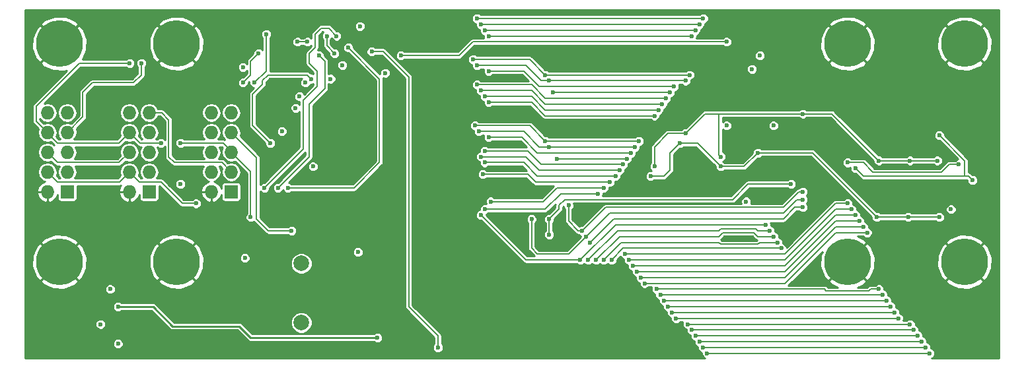
<source format=gbr>
G04 #@! TF.FileFunction,Copper,L2,Inr,Signal*
%FSLAX46Y46*%
G04 Gerber Fmt 4.6, Leading zero omitted, Abs format (unit mm)*
G04 Created by KiCad (PCBNEW 4.0.5+dfsg1-4) date Tue May 29 15:03:41 2018*
%MOMM*%
%LPD*%
G01*
G04 APERTURE LIST*
%ADD10C,0.100000*%
%ADD11R,1.727200X1.727200*%
%ADD12O,1.727200X1.727200*%
%ADD13C,2.000000*%
%ADD14C,6.000000*%
%ADD15C,0.600000*%
%ADD16C,0.250000*%
%ADD17C,0.200000*%
%ADD18C,0.254000*%
G04 APERTURE END LIST*
D10*
D11*
X79000000Y-80000000D03*
D12*
X76460000Y-80000000D03*
X79000000Y-77460000D03*
X76460000Y-77460000D03*
X79000000Y-74920000D03*
X76460000Y-74920000D03*
X79000000Y-72380000D03*
X76460000Y-72380000D03*
X79000000Y-69840000D03*
X76460000Y-69840000D03*
D11*
X89500000Y-80000000D03*
D12*
X86960000Y-80000000D03*
X89500000Y-77460000D03*
X86960000Y-77460000D03*
X89500000Y-74920000D03*
X86960000Y-74920000D03*
X89500000Y-72380000D03*
X86960000Y-72380000D03*
X89500000Y-69840000D03*
X86960000Y-69840000D03*
D13*
X109000000Y-89200000D03*
X109000000Y-96800000D03*
D14*
X179000000Y-61000000D03*
X179000000Y-89000000D03*
X78000000Y-61000000D03*
X78000000Y-89000000D03*
X93000000Y-61000000D03*
X194000000Y-61000000D03*
X93000000Y-89000000D03*
X194000000Y-89000000D03*
D11*
X100000000Y-80000000D03*
D12*
X97460000Y-80000000D03*
X100000000Y-77460000D03*
X97460000Y-77460000D03*
X100000000Y-74920000D03*
X97460000Y-74920000D03*
X100000000Y-72380000D03*
X97460000Y-72380000D03*
X100000000Y-69840000D03*
X97460000Y-69840000D03*
D15*
X163500000Y-71500000D03*
X112750000Y-65500000D03*
X101500000Y-64000000D03*
X109500000Y-66000000D03*
X108750000Y-67750000D03*
X106500000Y-72250000D03*
X192250000Y-82250000D03*
X166000000Y-81250000D03*
X85500000Y-99500000D03*
X84500000Y-92500000D03*
X83250000Y-97000000D03*
X169500000Y-71500000D03*
X102750000Y-60000000D03*
X169250000Y-80750000D03*
X175500000Y-77000000D03*
X164500000Y-77500000D03*
X116500000Y-60500000D03*
X124250000Y-58750000D03*
X93750000Y-99500000D03*
X93750000Y-95000000D03*
X163250000Y-65500000D03*
X177500000Y-67500000D03*
X165750000Y-58500000D03*
X193000000Y-81000000D03*
X164500000Y-86000000D03*
X193250000Y-73750000D03*
X169500000Y-73500000D03*
X163500000Y-73500000D03*
X105000000Y-66000000D03*
X130000000Y-98250000D03*
X129250000Y-94000000D03*
X125000000Y-94000000D03*
X120500000Y-94000000D03*
X122500000Y-97500000D03*
X119250000Y-100500000D03*
X112250000Y-62500000D03*
X103750000Y-70750000D03*
X103750000Y-69250000D03*
X103750000Y-67750000D03*
X88500000Y-91500000D03*
X82500000Y-92250000D03*
X84000000Y-57000000D03*
X87000000Y-57000000D03*
X150000000Y-80250000D03*
X138250000Y-79250000D03*
X135250000Y-79250000D03*
X138250000Y-70750000D03*
X135250000Y-70750000D03*
X138250000Y-62250000D03*
X135250000Y-62250000D03*
X147000000Y-82000000D03*
X140500000Y-86750000D03*
X114000000Y-70000000D03*
X116750000Y-65500000D03*
X108250000Y-69250000D03*
X116500000Y-58750000D03*
X166750000Y-64250000D03*
X167750000Y-62500000D03*
X118750000Y-98750000D03*
X85500000Y-94750000D03*
X131500000Y-57750000D03*
X160500000Y-57750000D03*
X189500000Y-100750000D03*
X161000000Y-100750000D03*
X132000000Y-58500000D03*
X160000000Y-58500000D03*
X160500000Y-100000000D03*
X189000000Y-100000000D03*
X132500000Y-59250000D03*
X159500000Y-59250000D03*
X160000000Y-99250000D03*
X188500000Y-99250000D03*
X133000000Y-60000000D03*
X159000000Y-60000000D03*
X159500000Y-98500000D03*
X188000000Y-98500000D03*
X158750000Y-65000000D03*
X140250000Y-65000000D03*
X131000000Y-63000000D03*
X159000000Y-97750000D03*
X187500000Y-97750000D03*
X158250000Y-65750000D03*
X131500000Y-63750000D03*
X140750000Y-65750000D03*
X158500000Y-97000000D03*
X187000000Y-97000000D03*
X133000000Y-64500000D03*
X156750000Y-66500000D03*
X157000000Y-96250000D03*
X185500000Y-96250000D03*
X156250000Y-67250000D03*
X141250000Y-67250000D03*
X185000000Y-95500000D03*
X156500000Y-95500000D03*
X155750000Y-68000000D03*
X131500000Y-66250000D03*
X184500000Y-94750000D03*
X156000000Y-94750000D03*
X155250000Y-68750000D03*
X132000000Y-67000000D03*
X184000000Y-94000000D03*
X155500000Y-94000000D03*
X154750000Y-69500000D03*
X132500000Y-67750000D03*
X183500000Y-93250000D03*
X155000000Y-93250000D03*
X154250000Y-70250000D03*
X133000000Y-68500000D03*
X183000000Y-92500000D03*
X154500000Y-92500000D03*
X152250000Y-73500000D03*
X140250000Y-73500000D03*
X131250000Y-71500000D03*
X181500000Y-85250000D03*
X153000000Y-91750000D03*
X151750000Y-74250000D03*
X140750000Y-74250000D03*
X131750000Y-72250000D03*
X181000000Y-84500000D03*
X152500000Y-91000000D03*
X133000000Y-73000000D03*
X151250000Y-75000000D03*
X180500000Y-83750000D03*
X152000000Y-90250000D03*
X141750000Y-75750000D03*
X150750000Y-75750000D03*
X180000000Y-83000000D03*
X151500000Y-89500000D03*
X150250000Y-76500000D03*
X132500000Y-74750000D03*
X179500000Y-82250000D03*
X151000000Y-88750000D03*
X149750000Y-77250000D03*
X132000000Y-75500000D03*
X179000000Y-81500000D03*
X150500000Y-88000000D03*
X132500000Y-76250000D03*
X149250000Y-78000000D03*
X148750000Y-88750000D03*
X170500000Y-87250000D03*
X170000000Y-86500000D03*
X147750000Y-88750000D03*
X132250000Y-77750000D03*
X148500000Y-78750000D03*
X169500000Y-85750000D03*
X146750000Y-88750000D03*
X133250000Y-81250000D03*
X147750000Y-79500000D03*
X169000000Y-85000000D03*
X145750000Y-88750000D03*
X132500000Y-82250000D03*
X147000000Y-80250000D03*
X132000000Y-83000000D03*
X168500000Y-84250000D03*
X144750000Y-88750000D03*
X146000000Y-86500000D03*
X173250000Y-82000000D03*
X138500000Y-83500000D03*
X145500000Y-85750000D03*
X173250000Y-81000000D03*
X143250000Y-81750000D03*
X145000000Y-85000000D03*
X173250000Y-80000000D03*
X171750000Y-79000000D03*
X140750000Y-83500000D03*
X140750000Y-85500000D03*
X95500000Y-81500000D03*
X107750000Y-85000000D03*
X91000000Y-73750000D03*
X87000000Y-63500000D03*
X102500000Y-83250000D03*
X93500000Y-73750000D03*
X103500000Y-62250000D03*
X101500000Y-66000000D03*
X101750000Y-88500000D03*
X110250000Y-65500000D03*
X105000000Y-73750000D03*
X103000000Y-66000000D03*
X104500000Y-59750000D03*
X115000000Y-61500000D03*
X107250000Y-79500000D03*
X112250000Y-60000000D03*
X113250000Y-62250000D03*
X109750000Y-60750000D03*
X108500000Y-60750000D03*
X163500000Y-60750000D03*
X121750000Y-62500000D03*
X110500000Y-76750000D03*
X114250000Y-63750000D03*
X126500000Y-100000000D03*
X118000000Y-62000000D03*
X179000000Y-76250000D03*
X193250000Y-76500000D03*
X88500000Y-63500000D03*
X93500000Y-79000000D03*
X180000000Y-77000000D03*
X190750000Y-72750000D03*
X195000000Y-78500000D03*
X190500000Y-76000000D03*
X173250000Y-70000000D03*
X162750000Y-75500000D03*
X183000000Y-76000000D03*
X187000000Y-76000000D03*
X154250000Y-76750000D03*
X158250000Y-72500000D03*
X162750000Y-76750000D03*
X153750000Y-78000000D03*
X190750000Y-83250000D03*
X167500000Y-75000000D03*
X157500000Y-73750000D03*
X186750000Y-83250000D03*
X182750000Y-83250000D03*
X106000000Y-79500000D03*
X111250000Y-62500000D03*
X113500000Y-60000000D03*
X104250000Y-79500000D03*
X116250000Y-87750000D03*
X119750000Y-64750000D03*
D16*
X85500000Y-94750000D02*
X90000000Y-94750000D01*
X102500000Y-98750000D02*
X118750000Y-98750000D01*
X101000000Y-97250000D02*
X102500000Y-98750000D01*
X92500000Y-97250000D02*
X101000000Y-97250000D01*
X90000000Y-94750000D02*
X92500000Y-97250000D01*
D17*
X131500000Y-57750000D02*
X160500000Y-57750000D01*
X161000000Y-100750000D02*
X189500000Y-100750000D01*
X132000000Y-58500000D02*
X160000000Y-58500000D01*
X160500000Y-100000000D02*
X189000000Y-100000000D01*
X132500000Y-59250000D02*
X159500000Y-59250000D01*
X160000000Y-99250000D02*
X188500000Y-99250000D01*
X133000000Y-60000000D02*
X159000000Y-60000000D01*
X159500000Y-98500000D02*
X188000000Y-98500000D01*
X140250000Y-65000000D02*
X158750000Y-65000000D01*
X140250000Y-65000000D02*
X138250000Y-63000000D01*
X138250000Y-63000000D02*
X131000000Y-63000000D01*
X159000000Y-97750000D02*
X187500000Y-97750000D01*
X140750000Y-65750000D02*
X158250000Y-65750000D01*
X139750000Y-65750000D02*
X137750000Y-63750000D01*
X137750000Y-63750000D02*
X131500000Y-63750000D01*
X140750000Y-65750000D02*
X139750000Y-65750000D01*
X158500000Y-97000000D02*
X187000000Y-97000000D01*
X137500000Y-64500000D02*
X139500000Y-66500000D01*
X139500000Y-66500000D02*
X156750000Y-66500000D01*
X133000000Y-64500000D02*
X137500000Y-64500000D01*
X157000000Y-96250000D02*
X185500000Y-96250000D01*
X141250000Y-67250000D02*
X156250000Y-67250000D01*
X156500000Y-95500000D02*
X185000000Y-95500000D01*
X138500000Y-66250000D02*
X140250000Y-68000000D01*
X140250000Y-68000000D02*
X155750000Y-68000000D01*
X131500000Y-66250000D02*
X138500000Y-66250000D01*
X156000000Y-94750000D02*
X184500000Y-94750000D01*
X138500000Y-67000000D02*
X140250000Y-68750000D01*
X140250000Y-68750000D02*
X155250000Y-68750000D01*
X132000000Y-67000000D02*
X138500000Y-67000000D01*
X155500000Y-94000000D02*
X184000000Y-94000000D01*
X138500000Y-67750000D02*
X140250000Y-69500000D01*
X140250000Y-69500000D02*
X154750000Y-69500000D01*
X132500000Y-67750000D02*
X138500000Y-67750000D01*
X155000000Y-93250000D02*
X183500000Y-93250000D01*
X138500000Y-68500000D02*
X140250000Y-70250000D01*
X140250000Y-70250000D02*
X154250000Y-70250000D01*
X133000000Y-68500000D02*
X138500000Y-68500000D01*
X154500000Y-92500000D02*
X176000000Y-92500000D01*
X182000000Y-92500000D02*
X183000000Y-92500000D01*
X181750000Y-92750000D02*
X182000000Y-92500000D01*
X176250000Y-92750000D02*
X181750000Y-92750000D01*
X176000000Y-92500000D02*
X176250000Y-92750000D01*
X140250000Y-73500000D02*
X152250000Y-73500000D01*
X131250000Y-71500000D02*
X138250000Y-71500000D01*
X138250000Y-71500000D02*
X140250000Y-73500000D01*
X181500000Y-85250000D02*
X177500000Y-85250000D01*
X177500000Y-85250000D02*
X171000000Y-91750000D01*
X171000000Y-91750000D02*
X153000000Y-91750000D01*
X140750000Y-74250000D02*
X151750000Y-74250000D01*
X140750000Y-74250000D02*
X139500000Y-74250000D01*
X137500000Y-72250000D02*
X131750000Y-72250000D01*
X139500000Y-74250000D02*
X137500000Y-72250000D01*
X181000000Y-84500000D02*
X177500000Y-84500000D01*
X177500000Y-84500000D02*
X171000000Y-91000000D01*
X171000000Y-91000000D02*
X152500000Y-91000000D01*
X133000000Y-73000000D02*
X137250000Y-73000000D01*
X139250000Y-75000000D02*
X151250000Y-75000000D01*
X137250000Y-73000000D02*
X139250000Y-75000000D01*
X180500000Y-83750000D02*
X177500000Y-83750000D01*
X177500000Y-83750000D02*
X171000000Y-90250000D01*
X171000000Y-90250000D02*
X152000000Y-90250000D01*
X141750000Y-75750000D02*
X150750000Y-75750000D01*
X180000000Y-83000000D02*
X177500000Y-83000000D01*
X177500000Y-83000000D02*
X171000000Y-89500000D01*
X171000000Y-89500000D02*
X151500000Y-89500000D01*
X132500000Y-74750000D02*
X138000000Y-74750000D01*
X139750000Y-76500000D02*
X150250000Y-76500000D01*
X138000000Y-74750000D02*
X139750000Y-76500000D01*
X179500000Y-82250000D02*
X177500000Y-82250000D01*
X177500000Y-82250000D02*
X171000000Y-88750000D01*
X171000000Y-88750000D02*
X151000000Y-88750000D01*
X132000000Y-75500000D02*
X137750000Y-75500000D01*
X139500000Y-77250000D02*
X149750000Y-77250000D01*
X137750000Y-75500000D02*
X139500000Y-77250000D01*
X179000000Y-81500000D02*
X177500000Y-81500000D01*
X177500000Y-81500000D02*
X171000000Y-88000000D01*
X171000000Y-88000000D02*
X150500000Y-88000000D01*
X132500000Y-76250000D02*
X137500000Y-76250000D01*
X139250000Y-78000000D02*
X149250000Y-78000000D01*
X137500000Y-76250000D02*
X139250000Y-78000000D01*
X170500000Y-87250000D02*
X150250000Y-87250000D01*
X150250000Y-87250000D02*
X148750000Y-88750000D01*
X150000000Y-86500000D02*
X162500000Y-86500000D01*
X150000000Y-86500000D02*
X147750000Y-88750000D01*
X167750000Y-86500000D02*
X170000000Y-86500000D01*
X167500000Y-86750000D02*
X167750000Y-86500000D01*
X162750000Y-86750000D02*
X167500000Y-86750000D01*
X162500000Y-86500000D02*
X162750000Y-86750000D01*
X132250000Y-77750000D02*
X138000000Y-77750000D01*
X139000000Y-78750000D02*
X148500000Y-78750000D01*
X138000000Y-77750000D02*
X139000000Y-78750000D01*
X149750000Y-85750000D02*
X162500000Y-85750000D01*
X149750000Y-85750000D02*
X146750000Y-88750000D01*
X167500000Y-85750000D02*
X169500000Y-85750000D01*
X167000000Y-85250000D02*
X167500000Y-85750000D01*
X163000000Y-85250000D02*
X167000000Y-85250000D01*
X162500000Y-85750000D02*
X163000000Y-85250000D01*
X133250000Y-81250000D02*
X140000000Y-81250000D01*
X141750000Y-79500000D02*
X147750000Y-79500000D01*
X140000000Y-81250000D02*
X141750000Y-79500000D01*
X149500000Y-85000000D02*
X162500000Y-85000000D01*
X149500000Y-85000000D02*
X145750000Y-88750000D01*
X167500000Y-85000000D02*
X169000000Y-85000000D01*
X167250000Y-84750000D02*
X167500000Y-85000000D01*
X162750000Y-84750000D02*
X167250000Y-84750000D01*
X162500000Y-85000000D02*
X162750000Y-84750000D01*
X132500000Y-82250000D02*
X140250000Y-82250000D01*
X142250000Y-80250000D02*
X147000000Y-80250000D01*
X140250000Y-82250000D02*
X142250000Y-80250000D01*
X144750000Y-88750000D02*
X137750000Y-88750000D01*
X137750000Y-88750000D02*
X132000000Y-83000000D01*
X168500000Y-84250000D02*
X149250000Y-84250000D01*
X149250000Y-84250000D02*
X144750000Y-88750000D01*
X173250000Y-82000000D02*
X172250000Y-82000000D01*
X149000000Y-83500000D02*
X146000000Y-86500000D01*
X170750000Y-83500000D02*
X149000000Y-83500000D01*
X172250000Y-82000000D02*
X170750000Y-83500000D01*
X145500000Y-85750000D02*
X143250000Y-88000000D01*
X143250000Y-88000000D02*
X139250000Y-88000000D01*
X139250000Y-88000000D02*
X138500000Y-87250000D01*
X138500000Y-87250000D02*
X138500000Y-83500000D01*
X173250000Y-81000000D02*
X172500000Y-81000000D01*
X148500000Y-82750000D02*
X145500000Y-85750000D01*
X170750000Y-82750000D02*
X148500000Y-82750000D01*
X172500000Y-81000000D02*
X170750000Y-82750000D01*
X145000000Y-85000000D02*
X144500000Y-85000000D01*
X143250000Y-83750000D02*
X143250000Y-81750000D01*
X144500000Y-85000000D02*
X143250000Y-83750000D01*
X173250000Y-80000000D02*
X172750000Y-80000000D01*
X148000000Y-82000000D02*
X145000000Y-85000000D01*
X170750000Y-82000000D02*
X148000000Y-82000000D01*
X172750000Y-80000000D02*
X170750000Y-82000000D01*
X140750000Y-83500000D02*
X142000000Y-82250000D01*
X166250000Y-79000000D02*
X171750000Y-79000000D01*
X164250000Y-81000000D02*
X166250000Y-79000000D01*
X142750000Y-81000000D02*
X164250000Y-81000000D01*
X142000000Y-81750000D02*
X142750000Y-81000000D01*
X142000000Y-82250000D02*
X142000000Y-81750000D01*
X140750000Y-83500000D02*
X140750000Y-85500000D01*
X88250000Y-78750000D02*
X91000000Y-78750000D01*
X91000000Y-78750000D02*
X93750000Y-81500000D01*
X93750000Y-81500000D02*
X95500000Y-81500000D01*
X88250000Y-78750000D02*
X86960000Y-77460000D01*
X86960000Y-77460000D02*
X87040000Y-77460000D01*
X76460000Y-77460000D02*
X77750000Y-78750000D01*
X85670000Y-78750000D02*
X86960000Y-77460000D01*
X77750000Y-78750000D02*
X83500000Y-78750000D01*
X83500000Y-78750000D02*
X85670000Y-78750000D01*
X107750000Y-85000000D02*
X104750000Y-85000000D01*
X103250000Y-75630000D02*
X100000000Y-72380000D01*
X103250000Y-83500000D02*
X103250000Y-75630000D01*
X104750000Y-85000000D02*
X103250000Y-83500000D01*
X89500000Y-69840000D02*
X91090000Y-69840000D01*
X98790000Y-76250000D02*
X100000000Y-77460000D01*
X92750000Y-76250000D02*
X98790000Y-76250000D01*
X92000000Y-75500000D02*
X92750000Y-76250000D01*
X92000000Y-70750000D02*
X92000000Y-75500000D01*
X91090000Y-69840000D02*
X92000000Y-70750000D01*
X88330000Y-73750000D02*
X86960000Y-72380000D01*
X91000000Y-73750000D02*
X88330000Y-73750000D01*
X87000000Y-63500000D02*
X80500000Y-63500000D01*
X75000000Y-70920000D02*
X76460000Y-72380000D01*
X75000000Y-69000000D02*
X75000000Y-70920000D01*
X80500000Y-63500000D02*
X75000000Y-69000000D01*
X76460000Y-72380000D02*
X76460000Y-72460000D01*
X76460000Y-72460000D02*
X77750000Y-73750000D01*
X85590000Y-73750000D02*
X86960000Y-72380000D01*
X77750000Y-73750000D02*
X85590000Y-73750000D01*
X102500000Y-77420000D02*
X100000000Y-74920000D01*
X102500000Y-83250000D02*
X102500000Y-77420000D01*
X93500000Y-73750000D02*
X94750000Y-73750000D01*
X99000000Y-73750000D02*
X100000000Y-74750000D01*
X94750000Y-73750000D02*
X99000000Y-73750000D01*
X100000000Y-74750000D02*
X100000000Y-74920000D01*
X76460000Y-74920000D02*
X76460000Y-74960000D01*
X76460000Y-74960000D02*
X77750000Y-76250000D01*
X77750000Y-76250000D02*
X85630000Y-76250000D01*
X85630000Y-76250000D02*
X86960000Y-74920000D01*
X101500000Y-66000000D02*
X102500000Y-65000000D01*
X102500000Y-63250000D02*
X103500000Y-62250000D01*
X102500000Y-65000000D02*
X102500000Y-63250000D01*
X104750000Y-65000000D02*
X104000000Y-65750000D01*
X109750000Y-65000000D02*
X110250000Y-65500000D01*
X102750000Y-71500000D02*
X105000000Y-73750000D01*
X102750000Y-67500000D02*
X102750000Y-71500000D01*
X104750000Y-65000000D02*
X109750000Y-65000000D01*
X104000000Y-66250000D02*
X102750000Y-67500000D01*
X104000000Y-65750000D02*
X104000000Y-66250000D01*
X104500000Y-64500000D02*
X103000000Y-66000000D01*
X104500000Y-59750000D02*
X104500000Y-64500000D01*
X119000000Y-65500000D02*
X115000000Y-61500000D01*
X107250000Y-79500000D02*
X115750000Y-79500000D01*
X119000000Y-76250000D02*
X119000000Y-65500000D01*
X115750000Y-79500000D02*
X119000000Y-76250000D01*
X113250000Y-62250000D02*
X112250000Y-61250000D01*
X112250000Y-61250000D02*
X112250000Y-60000000D01*
X108500000Y-60750000D02*
X109750000Y-60750000D01*
X133750000Y-60750000D02*
X131000000Y-60750000D01*
X163500000Y-60750000D02*
X133750000Y-60750000D01*
X129250000Y-62500000D02*
X121750000Y-62500000D01*
X131000000Y-60750000D02*
X129250000Y-62500000D01*
X118000000Y-62000000D02*
X119500000Y-62000000D01*
X126500000Y-98500000D02*
X126500000Y-100000000D01*
X122750000Y-94750000D02*
X126500000Y-98500000D01*
X122750000Y-65250000D02*
X122750000Y-94750000D01*
X119500000Y-62000000D02*
X122750000Y-65250000D01*
X179000000Y-76250000D02*
X181000000Y-76250000D01*
X192000000Y-76500000D02*
X193250000Y-76500000D01*
X191000000Y-77500000D02*
X192000000Y-76500000D01*
X182250000Y-77500000D02*
X191000000Y-77500000D01*
X181000000Y-76250000D02*
X182250000Y-77500000D01*
X88500000Y-63500000D02*
X88500000Y-65000000D01*
X81000000Y-70380000D02*
X79000000Y-72380000D01*
X81000000Y-67250000D02*
X81000000Y-70380000D01*
X82250000Y-66000000D02*
X81000000Y-67250000D01*
X87500000Y-66000000D02*
X82250000Y-66000000D01*
X88500000Y-65000000D02*
X87500000Y-66000000D01*
X194000000Y-78000000D02*
X181000000Y-78000000D01*
X180000000Y-77000000D02*
X181000000Y-78000000D01*
X194000000Y-76000000D02*
X190750000Y-72750000D01*
X194000000Y-76000000D02*
X194000000Y-78000000D01*
X194500000Y-78000000D02*
X195000000Y-78500000D01*
X194000000Y-78000000D02*
X194500000Y-78000000D01*
X173250000Y-70000000D02*
X177000000Y-70000000D01*
X177000000Y-70000000D02*
X183000000Y-76000000D01*
X173250000Y-70000000D02*
X162500000Y-70000000D01*
X162500000Y-75250000D02*
X162500000Y-70000000D01*
X187000000Y-76000000D02*
X190500000Y-76000000D01*
X187000000Y-76000000D02*
X183000000Y-76000000D01*
X162500000Y-70000000D02*
X160750000Y-70000000D01*
X160750000Y-70000000D02*
X158250000Y-72500000D01*
X158250000Y-72500000D02*
X156000000Y-72500000D01*
X156000000Y-72500000D02*
X154250000Y-74250000D01*
X154250000Y-74250000D02*
X154250000Y-76750000D01*
X162750000Y-76750000D02*
X165750000Y-76750000D01*
X165750000Y-76750000D02*
X167500000Y-75000000D01*
X162750000Y-76750000D02*
X159750000Y-73750000D01*
X159750000Y-73750000D02*
X157500000Y-73750000D01*
X157500000Y-73750000D02*
X156250000Y-75000000D01*
X156250000Y-75000000D02*
X156250000Y-77250000D01*
X156250000Y-77250000D02*
X155500000Y-78000000D01*
X155500000Y-78000000D02*
X153750000Y-78000000D01*
X186750000Y-83250000D02*
X190750000Y-83250000D01*
X186750000Y-83250000D02*
X182750000Y-83250000D01*
X182750000Y-83250000D02*
X174500000Y-75000000D01*
X174500000Y-75000000D02*
X167500000Y-75000000D01*
X106000000Y-79500000D02*
X110000000Y-75500000D01*
X112000000Y-63250000D02*
X111250000Y-62500000D01*
X112000000Y-66750000D02*
X112000000Y-63250000D01*
X110000000Y-68750000D02*
X112000000Y-66750000D01*
X110000000Y-75500000D02*
X110000000Y-68750000D01*
X113500000Y-60000000D02*
X112500000Y-59000000D01*
X109250000Y-74500000D02*
X104250000Y-79500000D01*
X109250000Y-68250000D02*
X109250000Y-74500000D01*
X111000000Y-66500000D02*
X109250000Y-68250000D01*
X111000000Y-64500000D02*
X111000000Y-66500000D01*
X110000000Y-63500000D02*
X111000000Y-64500000D01*
X110000000Y-62250000D02*
X110000000Y-63500000D01*
X110750000Y-61500000D02*
X110000000Y-62250000D01*
X110750000Y-59750000D02*
X110750000Y-61500000D01*
X111500000Y-59000000D02*
X110750000Y-59750000D01*
X112500000Y-59000000D02*
X111500000Y-59000000D01*
D18*
G36*
X198373000Y-101373000D02*
X189775522Y-101373000D01*
X189885252Y-101327661D01*
X190076987Y-101136259D01*
X190180882Y-100886054D01*
X190181118Y-100615135D01*
X190077661Y-100364748D01*
X189886259Y-100173013D01*
X189680924Y-100087750D01*
X189681118Y-99865135D01*
X189577661Y-99614748D01*
X189386259Y-99423013D01*
X189180924Y-99337750D01*
X189181118Y-99115135D01*
X189077661Y-98864748D01*
X188886259Y-98673013D01*
X188680924Y-98587750D01*
X188681118Y-98365135D01*
X188577661Y-98114748D01*
X188386259Y-97923013D01*
X188180924Y-97837750D01*
X188181118Y-97615135D01*
X188077661Y-97364748D01*
X187886259Y-97173013D01*
X187680924Y-97087750D01*
X187681118Y-96865135D01*
X187577661Y-96614748D01*
X187386259Y-96423013D01*
X187136054Y-96319118D01*
X186865135Y-96318882D01*
X186614748Y-96422339D01*
X186517919Y-96519000D01*
X186125678Y-96519000D01*
X186180882Y-96386054D01*
X186181118Y-96115135D01*
X186077661Y-95864748D01*
X185886259Y-95673013D01*
X185680924Y-95587750D01*
X185681118Y-95365135D01*
X185577661Y-95114748D01*
X185386259Y-94923013D01*
X185180924Y-94837750D01*
X185181118Y-94615135D01*
X185077661Y-94364748D01*
X184886259Y-94173013D01*
X184680924Y-94087750D01*
X184681118Y-93865135D01*
X184577661Y-93614748D01*
X184386259Y-93423013D01*
X184180924Y-93337750D01*
X184181118Y-93115135D01*
X184077661Y-92864748D01*
X183886259Y-92673013D01*
X183680924Y-92587750D01*
X183681118Y-92365135D01*
X183577661Y-92114748D01*
X183386259Y-91923013D01*
X183136054Y-91819118D01*
X182865135Y-91818882D01*
X182614748Y-91922339D01*
X182517919Y-92019000D01*
X182000000Y-92019000D01*
X181815929Y-92055614D01*
X181659881Y-92159882D01*
X181550763Y-92269000D01*
X180273698Y-92269000D01*
X180879650Y-92043005D01*
X181092059Y-91901078D01*
X181430328Y-91448289D01*
X191569672Y-91448289D01*
X191907941Y-91901078D01*
X193177384Y-92480843D01*
X194572063Y-92530681D01*
X195879650Y-92043005D01*
X196092059Y-91901078D01*
X196430328Y-91448289D01*
X194000000Y-89017961D01*
X191569672Y-91448289D01*
X181430328Y-91448289D01*
X179000000Y-89017961D01*
X176569672Y-91448289D01*
X176907941Y-91901078D01*
X177713536Y-92269000D01*
X176449236Y-92269000D01*
X176340118Y-92159882D01*
X176184071Y-92055614D01*
X176000000Y-92019000D01*
X171411236Y-92019000D01*
X175743021Y-87687215D01*
X175519157Y-88177384D01*
X175469319Y-89572063D01*
X175956995Y-90879650D01*
X176098922Y-91092059D01*
X176551711Y-91430328D01*
X178982039Y-89000000D01*
X179017961Y-89000000D01*
X181448289Y-91430328D01*
X181901078Y-91092059D01*
X182480843Y-89822616D01*
X182489796Y-89572063D01*
X190469319Y-89572063D01*
X190956995Y-90879650D01*
X191098922Y-91092059D01*
X191551711Y-91430328D01*
X193982039Y-89000000D01*
X194017961Y-89000000D01*
X196448289Y-91430328D01*
X196901078Y-91092059D01*
X197480843Y-89822616D01*
X197530681Y-88427937D01*
X197043005Y-87120350D01*
X196901078Y-86907941D01*
X196448289Y-86569672D01*
X194017961Y-89000000D01*
X193982039Y-89000000D01*
X191551711Y-86569672D01*
X191098922Y-86907941D01*
X190519157Y-88177384D01*
X190469319Y-89572063D01*
X182489796Y-89572063D01*
X182530681Y-88427937D01*
X182043005Y-87120350D01*
X181901078Y-86907941D01*
X181448289Y-86569672D01*
X179017961Y-89000000D01*
X178982039Y-89000000D01*
X178967897Y-88985858D01*
X178985858Y-88967897D01*
X179000000Y-88982039D01*
X181430328Y-86551711D01*
X191569672Y-86551711D01*
X194000000Y-88982039D01*
X196430328Y-86551711D01*
X196092059Y-86098922D01*
X194822616Y-85519157D01*
X193427937Y-85469319D01*
X192120350Y-85956995D01*
X191907941Y-86098922D01*
X191569672Y-86551711D01*
X181430328Y-86551711D01*
X181092059Y-86098922D01*
X180286464Y-85731000D01*
X181017921Y-85731000D01*
X181113741Y-85826987D01*
X181363946Y-85930882D01*
X181634865Y-85931118D01*
X181885252Y-85827661D01*
X182076987Y-85636259D01*
X182180882Y-85386054D01*
X182181118Y-85115135D01*
X182077661Y-84864748D01*
X181886259Y-84673013D01*
X181680924Y-84587750D01*
X181681118Y-84365135D01*
X181577661Y-84114748D01*
X181386259Y-83923013D01*
X181180924Y-83837750D01*
X181181118Y-83615135D01*
X181077661Y-83364748D01*
X180886259Y-83173013D01*
X180680924Y-83087750D01*
X180681118Y-82865135D01*
X180577661Y-82614748D01*
X180386259Y-82423013D01*
X180180924Y-82337750D01*
X180181118Y-82115135D01*
X180077661Y-81864748D01*
X179886259Y-81673013D01*
X179680924Y-81587750D01*
X179681118Y-81365135D01*
X179577661Y-81114748D01*
X179386259Y-80923013D01*
X179136054Y-80819118D01*
X178865135Y-80818882D01*
X178614748Y-80922339D01*
X178517919Y-81019000D01*
X177500000Y-81019000D01*
X177315929Y-81055614D01*
X177159882Y-81159882D01*
X171181098Y-87138666D01*
X171181118Y-87115135D01*
X171077661Y-86864748D01*
X170886259Y-86673013D01*
X170680924Y-86587750D01*
X170681118Y-86365135D01*
X170577661Y-86114748D01*
X170386259Y-85923013D01*
X170180924Y-85837750D01*
X170181118Y-85615135D01*
X170077661Y-85364748D01*
X169886259Y-85173013D01*
X169680924Y-85087750D01*
X169681118Y-84865135D01*
X169577661Y-84614748D01*
X169386259Y-84423013D01*
X169180924Y-84337750D01*
X169181118Y-84115135D01*
X169125695Y-83981000D01*
X170750000Y-83981000D01*
X170934071Y-83944386D01*
X171090118Y-83840118D01*
X172449237Y-82481000D01*
X172767921Y-82481000D01*
X172863741Y-82576987D01*
X173113946Y-82680882D01*
X173384865Y-82681118D01*
X173635252Y-82577661D01*
X173826987Y-82386259D01*
X173930882Y-82136054D01*
X173931118Y-81865135D01*
X173827661Y-81614748D01*
X173713080Y-81499968D01*
X173826987Y-81386259D01*
X173930882Y-81136054D01*
X173931118Y-80865135D01*
X173827661Y-80614748D01*
X173713080Y-80499968D01*
X173826987Y-80386259D01*
X173930882Y-80136054D01*
X173931118Y-79865135D01*
X173827661Y-79614748D01*
X173636259Y-79423013D01*
X173386054Y-79319118D01*
X173115135Y-79318882D01*
X172864748Y-79422339D01*
X172767919Y-79519000D01*
X172750000Y-79519000D01*
X172565929Y-79555614D01*
X172409882Y-79659882D01*
X170550764Y-81519000D01*
X166625678Y-81519000D01*
X166680882Y-81386054D01*
X166681118Y-81115135D01*
X166577661Y-80864748D01*
X166386259Y-80673013D01*
X166136054Y-80569118D01*
X165865135Y-80568882D01*
X165614748Y-80672339D01*
X165423013Y-80863741D01*
X165319118Y-81113946D01*
X165318882Y-81384865D01*
X165374305Y-81519000D01*
X148000000Y-81519000D01*
X147815929Y-81555614D01*
X147753426Y-81597378D01*
X147659882Y-81659881D01*
X145000764Y-84319000D01*
X144865135Y-84318882D01*
X144614748Y-84422339D01*
X144608656Y-84428420D01*
X143731000Y-83550764D01*
X143731000Y-82232079D01*
X143826987Y-82136259D01*
X143930882Y-81886054D01*
X143931118Y-81615135D01*
X143875695Y-81481000D01*
X164250000Y-81481000D01*
X164434071Y-81444386D01*
X164590118Y-81340118D01*
X166449236Y-79481000D01*
X171267921Y-79481000D01*
X171363741Y-79576987D01*
X171613946Y-79680882D01*
X171884865Y-79681118D01*
X172135252Y-79577661D01*
X172326987Y-79386259D01*
X172430882Y-79136054D01*
X172431118Y-78865135D01*
X172327661Y-78614748D01*
X172136259Y-78423013D01*
X171886054Y-78319118D01*
X171615135Y-78318882D01*
X171364748Y-78422339D01*
X171267919Y-78519000D01*
X166250000Y-78519000D01*
X166065929Y-78555614D01*
X165909882Y-78659882D01*
X164050764Y-80519000D01*
X147625678Y-80519000D01*
X147680882Y-80386054D01*
X147681061Y-80180940D01*
X147884865Y-80181118D01*
X148135252Y-80077661D01*
X148326987Y-79886259D01*
X148430882Y-79636054D01*
X148431061Y-79430940D01*
X148634865Y-79431118D01*
X148885252Y-79327661D01*
X149076987Y-79136259D01*
X149180882Y-78886054D01*
X149181061Y-78680940D01*
X149384865Y-78681118D01*
X149635252Y-78577661D01*
X149826987Y-78386259D01*
X149930882Y-78136054D01*
X149930883Y-78134865D01*
X153068882Y-78134865D01*
X153172339Y-78385252D01*
X153363741Y-78576987D01*
X153613946Y-78680882D01*
X153884865Y-78681118D01*
X154135252Y-78577661D01*
X154232081Y-78481000D01*
X155500000Y-78481000D01*
X155684071Y-78444386D01*
X155840118Y-78340118D01*
X156590118Y-77590118D01*
X156694386Y-77434071D01*
X156703937Y-77386054D01*
X156731000Y-77250000D01*
X156731000Y-75199236D01*
X157499236Y-74431000D01*
X157634865Y-74431118D01*
X157885252Y-74327661D01*
X157982081Y-74231000D01*
X159550764Y-74231000D01*
X162069000Y-76749237D01*
X162068882Y-76884865D01*
X162172339Y-77135252D01*
X162363741Y-77326987D01*
X162613946Y-77430882D01*
X162884865Y-77431118D01*
X163135252Y-77327661D01*
X163232081Y-77231000D01*
X165750000Y-77231000D01*
X165934071Y-77194386D01*
X166090118Y-77090118D01*
X167499237Y-75681000D01*
X167634865Y-75681118D01*
X167885252Y-75577661D01*
X167982081Y-75481000D01*
X174300764Y-75481000D01*
X182069000Y-83249236D01*
X182068882Y-83384865D01*
X182172339Y-83635252D01*
X182363741Y-83826987D01*
X182613946Y-83930882D01*
X182884865Y-83931118D01*
X183135252Y-83827661D01*
X183232081Y-83731000D01*
X186267921Y-83731000D01*
X186363741Y-83826987D01*
X186613946Y-83930882D01*
X186884865Y-83931118D01*
X187135252Y-83827661D01*
X187232081Y-83731000D01*
X190267921Y-83731000D01*
X190363741Y-83826987D01*
X190613946Y-83930882D01*
X190884865Y-83931118D01*
X191135252Y-83827661D01*
X191326987Y-83636259D01*
X191430882Y-83386054D01*
X191431118Y-83115135D01*
X191327661Y-82864748D01*
X191136259Y-82673013D01*
X190886054Y-82569118D01*
X190615135Y-82568882D01*
X190364748Y-82672339D01*
X190267919Y-82769000D01*
X187232079Y-82769000D01*
X187136259Y-82673013D01*
X186886054Y-82569118D01*
X186615135Y-82568882D01*
X186364748Y-82672339D01*
X186267919Y-82769000D01*
X183232079Y-82769000D01*
X183136259Y-82673013D01*
X182886054Y-82569118D01*
X182749235Y-82568999D01*
X182565101Y-82384865D01*
X191568882Y-82384865D01*
X191672339Y-82635252D01*
X191863741Y-82826987D01*
X192113946Y-82930882D01*
X192384865Y-82931118D01*
X192635252Y-82827661D01*
X192826987Y-82636259D01*
X192930882Y-82386054D01*
X192931118Y-82115135D01*
X192827661Y-81864748D01*
X192636259Y-81673013D01*
X192386054Y-81569118D01*
X192115135Y-81568882D01*
X191864748Y-81672339D01*
X191673013Y-81863741D01*
X191569118Y-82113946D01*
X191568882Y-82384865D01*
X182565101Y-82384865D01*
X176565101Y-76384865D01*
X178318882Y-76384865D01*
X178422339Y-76635252D01*
X178613741Y-76826987D01*
X178863946Y-76930882D01*
X179134865Y-76931118D01*
X179323609Y-76853131D01*
X179319118Y-76863946D01*
X179318882Y-77134865D01*
X179422339Y-77385252D01*
X179613741Y-77576987D01*
X179863946Y-77680882D01*
X180000765Y-77681001D01*
X180659882Y-78340119D01*
X180815930Y-78444387D01*
X181000000Y-78481000D01*
X194300764Y-78481000D01*
X194319000Y-78499236D01*
X194318882Y-78634865D01*
X194422339Y-78885252D01*
X194613741Y-79076987D01*
X194863946Y-79180882D01*
X195134865Y-79181118D01*
X195385252Y-79077661D01*
X195576987Y-78886259D01*
X195680882Y-78636054D01*
X195681118Y-78365135D01*
X195577661Y-78114748D01*
X195386259Y-77923013D01*
X195136054Y-77819118D01*
X194999235Y-77818999D01*
X194840118Y-77659882D01*
X194684071Y-77555614D01*
X194500000Y-77519000D01*
X194481000Y-77519000D01*
X194481000Y-76000000D01*
X194444386Y-75815929D01*
X194340118Y-75659882D01*
X191431000Y-72750764D01*
X191431118Y-72615135D01*
X191327661Y-72364748D01*
X191136259Y-72173013D01*
X190886054Y-72069118D01*
X190615135Y-72068882D01*
X190364748Y-72172339D01*
X190173013Y-72363741D01*
X190069118Y-72613946D01*
X190068882Y-72884865D01*
X190172339Y-73135252D01*
X190363741Y-73326987D01*
X190613946Y-73430882D01*
X190750765Y-73431001D01*
X193138666Y-75818902D01*
X193115135Y-75818882D01*
X192864748Y-75922339D01*
X192767919Y-76019000D01*
X192000000Y-76019000D01*
X191815930Y-76055613D01*
X191659882Y-76159881D01*
X190800764Y-77019000D01*
X182449236Y-77019000D01*
X181340118Y-75909882D01*
X181184071Y-75805614D01*
X181000000Y-75769000D01*
X179482079Y-75769000D01*
X179386259Y-75673013D01*
X179136054Y-75569118D01*
X178865135Y-75568882D01*
X178614748Y-75672339D01*
X178423013Y-75863741D01*
X178319118Y-76113946D01*
X178318882Y-76384865D01*
X176565101Y-76384865D01*
X174840118Y-74659882D01*
X174684071Y-74555614D01*
X174500000Y-74519000D01*
X167982079Y-74519000D01*
X167886259Y-74423013D01*
X167636054Y-74319118D01*
X167365135Y-74318882D01*
X167114748Y-74422339D01*
X166923013Y-74613741D01*
X166819118Y-74863946D01*
X166818999Y-75000764D01*
X165550764Y-76269000D01*
X163232079Y-76269000D01*
X163136259Y-76173013D01*
X163020657Y-76125010D01*
X163135252Y-76077661D01*
X163326987Y-75886259D01*
X163430882Y-75636054D01*
X163431118Y-75365135D01*
X163327661Y-75114748D01*
X163136259Y-74923013D01*
X162981000Y-74858543D01*
X162981000Y-71944015D01*
X163113741Y-72076987D01*
X163363946Y-72180882D01*
X163634865Y-72181118D01*
X163885252Y-72077661D01*
X164076987Y-71886259D01*
X164180882Y-71636054D01*
X164180883Y-71634865D01*
X168818882Y-71634865D01*
X168922339Y-71885252D01*
X169113741Y-72076987D01*
X169363946Y-72180882D01*
X169634865Y-72181118D01*
X169885252Y-72077661D01*
X170076987Y-71886259D01*
X170180882Y-71636054D01*
X170181118Y-71365135D01*
X170077661Y-71114748D01*
X169886259Y-70923013D01*
X169636054Y-70819118D01*
X169365135Y-70818882D01*
X169114748Y-70922339D01*
X168923013Y-71113741D01*
X168819118Y-71363946D01*
X168818882Y-71634865D01*
X164180883Y-71634865D01*
X164181118Y-71365135D01*
X164077661Y-71114748D01*
X163886259Y-70923013D01*
X163636054Y-70819118D01*
X163365135Y-70818882D01*
X163114748Y-70922339D01*
X162981000Y-71055855D01*
X162981000Y-70481000D01*
X172767921Y-70481000D01*
X172863741Y-70576987D01*
X173113946Y-70680882D01*
X173384865Y-70681118D01*
X173635252Y-70577661D01*
X173732081Y-70481000D01*
X176800764Y-70481000D01*
X182319000Y-75999237D01*
X182318882Y-76134865D01*
X182422339Y-76385252D01*
X182613741Y-76576987D01*
X182863946Y-76680882D01*
X183134865Y-76681118D01*
X183385252Y-76577661D01*
X183482081Y-76481000D01*
X186517921Y-76481000D01*
X186613741Y-76576987D01*
X186863946Y-76680882D01*
X187134865Y-76681118D01*
X187385252Y-76577661D01*
X187482081Y-76481000D01*
X190017921Y-76481000D01*
X190113741Y-76576987D01*
X190363946Y-76680882D01*
X190634865Y-76681118D01*
X190885252Y-76577661D01*
X191076987Y-76386259D01*
X191180882Y-76136054D01*
X191181118Y-75865135D01*
X191077661Y-75614748D01*
X190886259Y-75423013D01*
X190636054Y-75319118D01*
X190365135Y-75318882D01*
X190114748Y-75422339D01*
X190017919Y-75519000D01*
X187482079Y-75519000D01*
X187386259Y-75423013D01*
X187136054Y-75319118D01*
X186865135Y-75318882D01*
X186614748Y-75422339D01*
X186517919Y-75519000D01*
X183482079Y-75519000D01*
X183386259Y-75423013D01*
X183136054Y-75319118D01*
X182999236Y-75318999D01*
X177340118Y-69659882D01*
X177184071Y-69555614D01*
X177000000Y-69519000D01*
X173732079Y-69519000D01*
X173636259Y-69423013D01*
X173386054Y-69319118D01*
X173115135Y-69318882D01*
X172864748Y-69422339D01*
X172767919Y-69519000D01*
X160750000Y-69519000D01*
X160565929Y-69555614D01*
X160446743Y-69635252D01*
X160409882Y-69659882D01*
X158250764Y-71819000D01*
X158115135Y-71818882D01*
X157864748Y-71922339D01*
X157767919Y-72019000D01*
X156000000Y-72019000D01*
X155815929Y-72055614D01*
X155782934Y-72077661D01*
X155659882Y-72159881D01*
X153909882Y-73909882D01*
X153805614Y-74065929D01*
X153769000Y-74250000D01*
X153769000Y-76267921D01*
X153673013Y-76363741D01*
X153569118Y-76613946D01*
X153568882Y-76884865D01*
X153672339Y-77135252D01*
X153855859Y-77319092D01*
X153615135Y-77318882D01*
X153364748Y-77422339D01*
X153173013Y-77613741D01*
X153069118Y-77863946D01*
X153068882Y-78134865D01*
X149930883Y-78134865D01*
X149931077Y-77912024D01*
X150135252Y-77827661D01*
X150326987Y-77636259D01*
X150430882Y-77386054D01*
X150431077Y-77162024D01*
X150635252Y-77077661D01*
X150826987Y-76886259D01*
X150930882Y-76636054D01*
X150931077Y-76412024D01*
X151135252Y-76327661D01*
X151326987Y-76136259D01*
X151430882Y-75886054D01*
X151431077Y-75662024D01*
X151635252Y-75577661D01*
X151826987Y-75386259D01*
X151930882Y-75136054D01*
X151931077Y-74912024D01*
X152135252Y-74827661D01*
X152326987Y-74636259D01*
X152430882Y-74386054D01*
X152431077Y-74162024D01*
X152635252Y-74077661D01*
X152826987Y-73886259D01*
X152930882Y-73636054D01*
X152931118Y-73365135D01*
X152827661Y-73114748D01*
X152636259Y-72923013D01*
X152386054Y-72819118D01*
X152115135Y-72818882D01*
X151864748Y-72922339D01*
X151767919Y-73019000D01*
X140732079Y-73019000D01*
X140636259Y-72923013D01*
X140386054Y-72819118D01*
X140249235Y-72818999D01*
X138590118Y-71159882D01*
X138434071Y-71055614D01*
X138250000Y-71019000D01*
X131732079Y-71019000D01*
X131636259Y-70923013D01*
X131386054Y-70819118D01*
X131115135Y-70818882D01*
X130864748Y-70922339D01*
X130673013Y-71113741D01*
X130569118Y-71363946D01*
X130568882Y-71634865D01*
X130672339Y-71885252D01*
X130863741Y-72076987D01*
X131069076Y-72162250D01*
X131068882Y-72384865D01*
X131172339Y-72635252D01*
X131363741Y-72826987D01*
X131613946Y-72930882D01*
X131884865Y-72931118D01*
X132135252Y-72827661D01*
X132232081Y-72731000D01*
X132374322Y-72731000D01*
X132319118Y-72863946D01*
X132318882Y-73134865D01*
X132422339Y-73385252D01*
X132613741Y-73576987D01*
X132863946Y-73680882D01*
X133134865Y-73681118D01*
X133385252Y-73577661D01*
X133482081Y-73481000D01*
X137050764Y-73481000D01*
X137838764Y-74269000D01*
X132982079Y-74269000D01*
X132886259Y-74173013D01*
X132636054Y-74069118D01*
X132365135Y-74068882D01*
X132114748Y-74172339D01*
X131923013Y-74363741D01*
X131819118Y-74613946D01*
X131818923Y-74837976D01*
X131614748Y-74922339D01*
X131423013Y-75113741D01*
X131319118Y-75363946D01*
X131318882Y-75634865D01*
X131422339Y-75885252D01*
X131613741Y-76076987D01*
X131819076Y-76162250D01*
X131818882Y-76384865D01*
X131922339Y-76635252D01*
X132113741Y-76826987D01*
X132363946Y-76930882D01*
X132634865Y-76931118D01*
X132885252Y-76827661D01*
X132982081Y-76731000D01*
X137300764Y-76731000D01*
X137838764Y-77269000D01*
X132732079Y-77269000D01*
X132636259Y-77173013D01*
X132386054Y-77069118D01*
X132115135Y-77068882D01*
X131864748Y-77172339D01*
X131673013Y-77363741D01*
X131569118Y-77613946D01*
X131568882Y-77884865D01*
X131672339Y-78135252D01*
X131863741Y-78326987D01*
X132113946Y-78430882D01*
X132384865Y-78431118D01*
X132635252Y-78327661D01*
X132732081Y-78231000D01*
X137800764Y-78231000D01*
X138659882Y-79090119D01*
X138815930Y-79194387D01*
X139000000Y-79231000D01*
X141338763Y-79231000D01*
X139800764Y-80769000D01*
X133732079Y-80769000D01*
X133636259Y-80673013D01*
X133386054Y-80569118D01*
X133115135Y-80568882D01*
X132864748Y-80672339D01*
X132673013Y-80863741D01*
X132569118Y-81113946D01*
X132568882Y-81384865D01*
X132646869Y-81573609D01*
X132636054Y-81569118D01*
X132365135Y-81568882D01*
X132114748Y-81672339D01*
X131923013Y-81863741D01*
X131819118Y-82113946D01*
X131818923Y-82337976D01*
X131614748Y-82422339D01*
X131423013Y-82613741D01*
X131319118Y-82863946D01*
X131318882Y-83134865D01*
X131422339Y-83385252D01*
X131613741Y-83576987D01*
X131863946Y-83680882D01*
X132000765Y-83681001D01*
X137409882Y-89090118D01*
X137565929Y-89194386D01*
X137750000Y-89231000D01*
X144267921Y-89231000D01*
X144363741Y-89326987D01*
X144613946Y-89430882D01*
X144884865Y-89431118D01*
X145135252Y-89327661D01*
X145250032Y-89213080D01*
X145363741Y-89326987D01*
X145613946Y-89430882D01*
X145884865Y-89431118D01*
X146135252Y-89327661D01*
X146250032Y-89213080D01*
X146363741Y-89326987D01*
X146613946Y-89430882D01*
X146884865Y-89431118D01*
X147135252Y-89327661D01*
X147250032Y-89213080D01*
X147363741Y-89326987D01*
X147613946Y-89430882D01*
X147884865Y-89431118D01*
X148135252Y-89327661D01*
X148250032Y-89213080D01*
X148363741Y-89326987D01*
X148613946Y-89430882D01*
X148884865Y-89431118D01*
X149135252Y-89327661D01*
X149326987Y-89136259D01*
X149430882Y-88886054D01*
X149431001Y-88749235D01*
X149885103Y-88295133D01*
X149922339Y-88385252D01*
X150113741Y-88576987D01*
X150319076Y-88662250D01*
X150318882Y-88884865D01*
X150422339Y-89135252D01*
X150613741Y-89326987D01*
X150819076Y-89412250D01*
X150818882Y-89634865D01*
X150922339Y-89885252D01*
X151113741Y-90076987D01*
X151319076Y-90162250D01*
X151318882Y-90384865D01*
X151422339Y-90635252D01*
X151613741Y-90826987D01*
X151819076Y-90912250D01*
X151818882Y-91134865D01*
X151922339Y-91385252D01*
X152113741Y-91576987D01*
X152319076Y-91662250D01*
X152318882Y-91884865D01*
X152422339Y-92135252D01*
X152613741Y-92326987D01*
X152863946Y-92430882D01*
X153134865Y-92431118D01*
X153385252Y-92327661D01*
X153482081Y-92231000D01*
X153874322Y-92231000D01*
X153819118Y-92363946D01*
X153818882Y-92634865D01*
X153922339Y-92885252D01*
X154113741Y-93076987D01*
X154319076Y-93162250D01*
X154318882Y-93384865D01*
X154422339Y-93635252D01*
X154613741Y-93826987D01*
X154819076Y-93912250D01*
X154818882Y-94134865D01*
X154922339Y-94385252D01*
X155113741Y-94576987D01*
X155319076Y-94662250D01*
X155318882Y-94884865D01*
X155422339Y-95135252D01*
X155613741Y-95326987D01*
X155819076Y-95412250D01*
X155818882Y-95634865D01*
X155922339Y-95885252D01*
X156113741Y-96076987D01*
X156319076Y-96162250D01*
X156318882Y-96384865D01*
X156422339Y-96635252D01*
X156613741Y-96826987D01*
X156863946Y-96930882D01*
X157134865Y-96931118D01*
X157385252Y-96827661D01*
X157482081Y-96731000D01*
X157874322Y-96731000D01*
X157819118Y-96863946D01*
X157818882Y-97134865D01*
X157922339Y-97385252D01*
X158113741Y-97576987D01*
X158319076Y-97662250D01*
X158318882Y-97884865D01*
X158422339Y-98135252D01*
X158613741Y-98326987D01*
X158819076Y-98412250D01*
X158818882Y-98634865D01*
X158922339Y-98885252D01*
X159113741Y-99076987D01*
X159319076Y-99162250D01*
X159318882Y-99384865D01*
X159422339Y-99635252D01*
X159613741Y-99826987D01*
X159819076Y-99912250D01*
X159818882Y-100134865D01*
X159922339Y-100385252D01*
X160113741Y-100576987D01*
X160319076Y-100662250D01*
X160318882Y-100884865D01*
X160422339Y-101135252D01*
X160613741Y-101326987D01*
X160724552Y-101373000D01*
X73627000Y-101373000D01*
X73627000Y-99634865D01*
X84818882Y-99634865D01*
X84922339Y-99885252D01*
X85113741Y-100076987D01*
X85363946Y-100180882D01*
X85634865Y-100181118D01*
X85885252Y-100077661D01*
X86076987Y-99886259D01*
X86180882Y-99636054D01*
X86181118Y-99365135D01*
X86077661Y-99114748D01*
X85886259Y-98923013D01*
X85636054Y-98819118D01*
X85365135Y-98818882D01*
X85114748Y-98922339D01*
X84923013Y-99113741D01*
X84819118Y-99363946D01*
X84818882Y-99634865D01*
X73627000Y-99634865D01*
X73627000Y-97134865D01*
X82568882Y-97134865D01*
X82672339Y-97385252D01*
X82863741Y-97576987D01*
X83113946Y-97680882D01*
X83384865Y-97681118D01*
X83635252Y-97577661D01*
X83826987Y-97386259D01*
X83930882Y-97136054D01*
X83931118Y-96865135D01*
X83827661Y-96614748D01*
X83636259Y-96423013D01*
X83386054Y-96319118D01*
X83115135Y-96318882D01*
X82864748Y-96422339D01*
X82673013Y-96613741D01*
X82569118Y-96863946D01*
X82568882Y-97134865D01*
X73627000Y-97134865D01*
X73627000Y-94884865D01*
X84818882Y-94884865D01*
X84922339Y-95135252D01*
X85113741Y-95326987D01*
X85363946Y-95430882D01*
X85634865Y-95431118D01*
X85885252Y-95327661D01*
X85957038Y-95256000D01*
X89790408Y-95256000D01*
X92142204Y-97607796D01*
X92306362Y-97717483D01*
X92500000Y-97756000D01*
X100790408Y-97756000D01*
X102142204Y-99107796D01*
X102306362Y-99217483D01*
X102500000Y-99256000D01*
X118292877Y-99256000D01*
X118363741Y-99326987D01*
X118613946Y-99430882D01*
X118884865Y-99431118D01*
X119135252Y-99327661D01*
X119326987Y-99136259D01*
X119430882Y-98886054D01*
X119431118Y-98615135D01*
X119327661Y-98364748D01*
X119136259Y-98173013D01*
X118886054Y-98069118D01*
X118615135Y-98068882D01*
X118364748Y-98172339D01*
X118292962Y-98244000D01*
X102709592Y-98244000D01*
X101539085Y-97073493D01*
X107618761Y-97073493D01*
X107828563Y-97581251D01*
X108216705Y-97970072D01*
X108724097Y-98180759D01*
X109273493Y-98181239D01*
X109781251Y-97971437D01*
X110170072Y-97583295D01*
X110380759Y-97075903D01*
X110381239Y-96526507D01*
X110171437Y-96018749D01*
X109783295Y-95629928D01*
X109275903Y-95419241D01*
X108726507Y-95418761D01*
X108218749Y-95628563D01*
X107829928Y-96016705D01*
X107619241Y-96524097D01*
X107618761Y-97073493D01*
X101539085Y-97073493D01*
X101357796Y-96892204D01*
X101193638Y-96782517D01*
X101000000Y-96744000D01*
X92709592Y-96744000D01*
X90357796Y-94392204D01*
X90193638Y-94282517D01*
X90000000Y-94244000D01*
X85957123Y-94244000D01*
X85886259Y-94173013D01*
X85636054Y-94069118D01*
X85365135Y-94068882D01*
X85114748Y-94172339D01*
X84923013Y-94363741D01*
X84819118Y-94613946D01*
X84818882Y-94884865D01*
X73627000Y-94884865D01*
X73627000Y-92634865D01*
X83818882Y-92634865D01*
X83922339Y-92885252D01*
X84113741Y-93076987D01*
X84363946Y-93180882D01*
X84634865Y-93181118D01*
X84885252Y-93077661D01*
X85076987Y-92886259D01*
X85180882Y-92636054D01*
X85181118Y-92365135D01*
X85077661Y-92114748D01*
X84886259Y-91923013D01*
X84636054Y-91819118D01*
X84365135Y-91818882D01*
X84114748Y-91922339D01*
X83923013Y-92113741D01*
X83819118Y-92363946D01*
X83818882Y-92634865D01*
X73627000Y-92634865D01*
X73627000Y-91448289D01*
X75569672Y-91448289D01*
X75907941Y-91901078D01*
X77177384Y-92480843D01*
X78572063Y-92530681D01*
X79879650Y-92043005D01*
X80092059Y-91901078D01*
X80430328Y-91448289D01*
X90569672Y-91448289D01*
X90907941Y-91901078D01*
X92177384Y-92480843D01*
X93572063Y-92530681D01*
X94879650Y-92043005D01*
X95092059Y-91901078D01*
X95430328Y-91448289D01*
X93000000Y-89017961D01*
X90569672Y-91448289D01*
X80430328Y-91448289D01*
X78000000Y-89017961D01*
X75569672Y-91448289D01*
X73627000Y-91448289D01*
X73627000Y-89572063D01*
X74469319Y-89572063D01*
X74956995Y-90879650D01*
X75098922Y-91092059D01*
X75551711Y-91430328D01*
X77982039Y-89000000D01*
X78017961Y-89000000D01*
X80448289Y-91430328D01*
X80901078Y-91092059D01*
X81480843Y-89822616D01*
X81489796Y-89572063D01*
X89469319Y-89572063D01*
X89956995Y-90879650D01*
X90098922Y-91092059D01*
X90551711Y-91430328D01*
X92982039Y-89000000D01*
X93017961Y-89000000D01*
X95448289Y-91430328D01*
X95901078Y-91092059D01*
X96480843Y-89822616D01*
X96493318Y-89473493D01*
X107618761Y-89473493D01*
X107828563Y-89981251D01*
X108216705Y-90370072D01*
X108724097Y-90580759D01*
X109273493Y-90581239D01*
X109781251Y-90371437D01*
X110170072Y-89983295D01*
X110380759Y-89475903D01*
X110381239Y-88926507D01*
X110171437Y-88418749D01*
X109783295Y-88029928D01*
X109433944Y-87884865D01*
X115568882Y-87884865D01*
X115672339Y-88135252D01*
X115863741Y-88326987D01*
X116113946Y-88430882D01*
X116384865Y-88431118D01*
X116635252Y-88327661D01*
X116826987Y-88136259D01*
X116930882Y-87886054D01*
X116931118Y-87615135D01*
X116827661Y-87364748D01*
X116636259Y-87173013D01*
X116386054Y-87069118D01*
X116115135Y-87068882D01*
X115864748Y-87172339D01*
X115673013Y-87363741D01*
X115569118Y-87613946D01*
X115568882Y-87884865D01*
X109433944Y-87884865D01*
X109275903Y-87819241D01*
X108726507Y-87818761D01*
X108218749Y-88028563D01*
X107829928Y-88416705D01*
X107619241Y-88924097D01*
X107618761Y-89473493D01*
X96493318Y-89473493D01*
X96523286Y-88634865D01*
X101068882Y-88634865D01*
X101172339Y-88885252D01*
X101363741Y-89076987D01*
X101613946Y-89180882D01*
X101884865Y-89181118D01*
X102135252Y-89077661D01*
X102326987Y-88886259D01*
X102430882Y-88636054D01*
X102431118Y-88365135D01*
X102327661Y-88114748D01*
X102136259Y-87923013D01*
X101886054Y-87819118D01*
X101615135Y-87818882D01*
X101364748Y-87922339D01*
X101173013Y-88113741D01*
X101069118Y-88363946D01*
X101068882Y-88634865D01*
X96523286Y-88634865D01*
X96530681Y-88427937D01*
X96043005Y-87120350D01*
X95901078Y-86907941D01*
X95448289Y-86569672D01*
X93017961Y-89000000D01*
X92982039Y-89000000D01*
X90551711Y-86569672D01*
X90098922Y-86907941D01*
X89519157Y-88177384D01*
X89469319Y-89572063D01*
X81489796Y-89572063D01*
X81530681Y-88427937D01*
X81043005Y-87120350D01*
X80901078Y-86907941D01*
X80448289Y-86569672D01*
X78017961Y-89000000D01*
X77982039Y-89000000D01*
X75551711Y-86569672D01*
X75098922Y-86907941D01*
X74519157Y-88177384D01*
X74469319Y-89572063D01*
X73627000Y-89572063D01*
X73627000Y-86551711D01*
X75569672Y-86551711D01*
X78000000Y-88982039D01*
X80430328Y-86551711D01*
X90569672Y-86551711D01*
X93000000Y-88982039D01*
X95430328Y-86551711D01*
X95092059Y-86098922D01*
X93822616Y-85519157D01*
X92427937Y-85469319D01*
X91120350Y-85956995D01*
X90907941Y-86098922D01*
X90569672Y-86551711D01*
X80430328Y-86551711D01*
X80092059Y-86098922D01*
X78822616Y-85519157D01*
X77427937Y-85469319D01*
X76120350Y-85956995D01*
X75907941Y-86098922D01*
X75569672Y-86551711D01*
X73627000Y-86551711D01*
X73627000Y-80227100D01*
X75107331Y-80227100D01*
X75297204Y-80727457D01*
X75664102Y-81117065D01*
X76152168Y-81336610D01*
X76232900Y-81352668D01*
X76447300Y-81244535D01*
X76447300Y-80012700D01*
X75215458Y-80012700D01*
X75107331Y-80227100D01*
X73627000Y-80227100D01*
X73627000Y-69000000D01*
X74519000Y-69000000D01*
X74519000Y-70920000D01*
X74552839Y-71090118D01*
X74555614Y-71104071D01*
X74659882Y-71260118D01*
X75304989Y-71905225D01*
X75215400Y-72355617D01*
X75215400Y-72404383D01*
X75310140Y-72880671D01*
X75579935Y-73284448D01*
X75983712Y-73554243D01*
X76460000Y-73648983D01*
X76884340Y-73564576D01*
X77325750Y-74005987D01*
X76936288Y-73745757D01*
X76460000Y-73651017D01*
X75983712Y-73745757D01*
X75579935Y-74015552D01*
X75310140Y-74419329D01*
X75215400Y-74895617D01*
X75215400Y-74944383D01*
X75310140Y-75420671D01*
X75579935Y-75824448D01*
X75983712Y-76094243D01*
X76460000Y-76188983D01*
X76917703Y-76097940D01*
X77409881Y-76590118D01*
X77533942Y-76673013D01*
X77565929Y-76694386D01*
X77750000Y-76731000D01*
X78002704Y-76731000D01*
X77850140Y-76959329D01*
X77755400Y-77435617D01*
X77755400Y-77484383D01*
X77850140Y-77960671D01*
X78056159Y-78269000D01*
X77949237Y-78269000D01*
X77615011Y-77934775D01*
X77704600Y-77484383D01*
X77704600Y-77435617D01*
X77609860Y-76959329D01*
X77340065Y-76555552D01*
X76936288Y-76285757D01*
X76460000Y-76191017D01*
X75983712Y-76285757D01*
X75579935Y-76555552D01*
X75310140Y-76959329D01*
X75215400Y-77435617D01*
X75215400Y-77484383D01*
X75310140Y-77960671D01*
X75579935Y-78364448D01*
X75983712Y-78634243D01*
X76145446Y-78666414D01*
X75664102Y-78882935D01*
X75297204Y-79272543D01*
X75107331Y-79772900D01*
X75215458Y-79987300D01*
X76447300Y-79987300D01*
X76447300Y-79967300D01*
X76472700Y-79967300D01*
X76472700Y-79987300D01*
X76492700Y-79987300D01*
X76492700Y-80012700D01*
X76472700Y-80012700D01*
X76472700Y-81244535D01*
X76687100Y-81352668D01*
X76767832Y-81336610D01*
X77255898Y-81117065D01*
X77622796Y-80727457D01*
X77747936Y-80397686D01*
X77747936Y-80863600D01*
X77774503Y-81004790D01*
X77857946Y-81134465D01*
X77985266Y-81221459D01*
X78136400Y-81252064D01*
X79863600Y-81252064D01*
X80004790Y-81225497D01*
X80134465Y-81142054D01*
X80221459Y-81014734D01*
X80252064Y-80863600D01*
X80252064Y-80227100D01*
X85607331Y-80227100D01*
X85797204Y-80727457D01*
X86164102Y-81117065D01*
X86652168Y-81336610D01*
X86732900Y-81352668D01*
X86947300Y-81244535D01*
X86947300Y-80012700D01*
X85715458Y-80012700D01*
X85607331Y-80227100D01*
X80252064Y-80227100D01*
X80252064Y-79231000D01*
X85670000Y-79231000D01*
X85854071Y-79194386D01*
X85899206Y-79164228D01*
X85797204Y-79272543D01*
X85607331Y-79772900D01*
X85715458Y-79987300D01*
X86947300Y-79987300D01*
X86947300Y-79967300D01*
X86972700Y-79967300D01*
X86972700Y-79987300D01*
X86992700Y-79987300D01*
X86992700Y-80012700D01*
X86972700Y-80012700D01*
X86972700Y-81244535D01*
X87187100Y-81352668D01*
X87267832Y-81336610D01*
X87755898Y-81117065D01*
X88122796Y-80727457D01*
X88247936Y-80397686D01*
X88247936Y-80863600D01*
X88274503Y-81004790D01*
X88357946Y-81134465D01*
X88485266Y-81221459D01*
X88636400Y-81252064D01*
X90363600Y-81252064D01*
X90504790Y-81225497D01*
X90634465Y-81142054D01*
X90721459Y-81014734D01*
X90752064Y-80863600D01*
X90752064Y-79231000D01*
X90800764Y-79231000D01*
X93409881Y-81840118D01*
X93478936Y-81886259D01*
X93565929Y-81944386D01*
X93750000Y-81981000D01*
X95017921Y-81981000D01*
X95113741Y-82076987D01*
X95363946Y-82180882D01*
X95634865Y-82181118D01*
X95885252Y-82077661D01*
X96076987Y-81886259D01*
X96180882Y-81636054D01*
X96181118Y-81365135D01*
X96077661Y-81114748D01*
X95886259Y-80923013D01*
X95636054Y-80819118D01*
X95365135Y-80818882D01*
X95114748Y-80922339D01*
X95017919Y-81019000D01*
X93949237Y-81019000D01*
X93157337Y-80227100D01*
X96107331Y-80227100D01*
X96297204Y-80727457D01*
X96664102Y-81117065D01*
X97152168Y-81336610D01*
X97232900Y-81352668D01*
X97447300Y-81244535D01*
X97447300Y-80012700D01*
X96215458Y-80012700D01*
X96107331Y-80227100D01*
X93157337Y-80227100D01*
X92065102Y-79134865D01*
X92818882Y-79134865D01*
X92922339Y-79385252D01*
X93113741Y-79576987D01*
X93363946Y-79680882D01*
X93634865Y-79681118D01*
X93885252Y-79577661D01*
X94076987Y-79386259D01*
X94180882Y-79136054D01*
X94181118Y-78865135D01*
X94077661Y-78614748D01*
X93886259Y-78423013D01*
X93636054Y-78319118D01*
X93365135Y-78318882D01*
X93114748Y-78422339D01*
X92923013Y-78613741D01*
X92819118Y-78863946D01*
X92818882Y-79134865D01*
X92065102Y-79134865D01*
X91340118Y-78409882D01*
X91184071Y-78305614D01*
X91000000Y-78269000D01*
X90443841Y-78269000D01*
X90649860Y-77960671D01*
X90744600Y-77484383D01*
X90744600Y-77435617D01*
X90649860Y-76959329D01*
X90380065Y-76555552D01*
X89976288Y-76285757D01*
X89500000Y-76191017D01*
X89023712Y-76285757D01*
X88619935Y-76555552D01*
X88350140Y-76959329D01*
X88255400Y-77435617D01*
X88255400Y-77484383D01*
X88350140Y-77960671D01*
X88556159Y-78269000D01*
X88449237Y-78269000D01*
X88115011Y-77934775D01*
X88204600Y-77484383D01*
X88204600Y-77435617D01*
X88109860Y-76959329D01*
X87840065Y-76555552D01*
X87436288Y-76285757D01*
X86960000Y-76191017D01*
X86483712Y-76285757D01*
X86079935Y-76555552D01*
X85810140Y-76959329D01*
X85715400Y-77435617D01*
X85715400Y-77484383D01*
X85804989Y-77934775D01*
X85470764Y-78269000D01*
X79943841Y-78269000D01*
X80149860Y-77960671D01*
X80244600Y-77484383D01*
X80244600Y-77435617D01*
X80149860Y-76959329D01*
X79997296Y-76731000D01*
X85630000Y-76731000D01*
X85814071Y-76694386D01*
X85970118Y-76590118D01*
X86473090Y-76087146D01*
X86483712Y-76094243D01*
X86960000Y-76188983D01*
X87436288Y-76094243D01*
X87840065Y-75824448D01*
X88109860Y-75420671D01*
X88204600Y-74944383D01*
X88204600Y-74895617D01*
X88109860Y-74419329D01*
X87840065Y-74015552D01*
X87436288Y-73745757D01*
X86960000Y-73651017D01*
X86483712Y-73745757D01*
X86079935Y-74015552D01*
X85810140Y-74419329D01*
X85715400Y-74895617D01*
X85715400Y-74944383D01*
X85804989Y-75394775D01*
X85430764Y-75769000D01*
X79917114Y-75769000D01*
X80149860Y-75420671D01*
X80244600Y-74944383D01*
X80244600Y-74895617D01*
X80149860Y-74419329D01*
X80024023Y-74231000D01*
X85590000Y-74231000D01*
X85774071Y-74194386D01*
X85930118Y-74090118D01*
X86473090Y-73547146D01*
X86483712Y-73554243D01*
X86960000Y-73648983D01*
X87436288Y-73554243D01*
X87446909Y-73547146D01*
X87989882Y-74090119D01*
X88145930Y-74194387D01*
X88330000Y-74231000D01*
X88475977Y-74231000D01*
X88350140Y-74419329D01*
X88255400Y-74895617D01*
X88255400Y-74944383D01*
X88350140Y-75420671D01*
X88619935Y-75824448D01*
X89023712Y-76094243D01*
X89500000Y-76188983D01*
X89976288Y-76094243D01*
X90380065Y-75824448D01*
X90649860Y-75420671D01*
X90744600Y-74944383D01*
X90744600Y-74895617D01*
X90649860Y-74419329D01*
X90536375Y-74249486D01*
X90613741Y-74326987D01*
X90863946Y-74430882D01*
X91134865Y-74431118D01*
X91385252Y-74327661D01*
X91519000Y-74194145D01*
X91519000Y-75500000D01*
X91546063Y-75636054D01*
X91555614Y-75684071D01*
X91659882Y-75840118D01*
X92409882Y-76590118D01*
X92565929Y-76694386D01*
X92750000Y-76731000D01*
X96462704Y-76731000D01*
X96310140Y-76959329D01*
X96215400Y-77435617D01*
X96215400Y-77484383D01*
X96310140Y-77960671D01*
X96579935Y-78364448D01*
X96983712Y-78634243D01*
X97145446Y-78666414D01*
X96664102Y-78882935D01*
X96297204Y-79272543D01*
X96107331Y-79772900D01*
X96215458Y-79987300D01*
X97447300Y-79987300D01*
X97447300Y-79967300D01*
X97472700Y-79967300D01*
X97472700Y-79987300D01*
X97492700Y-79987300D01*
X97492700Y-80012700D01*
X97472700Y-80012700D01*
X97472700Y-81244535D01*
X97687100Y-81352668D01*
X97767832Y-81336610D01*
X98255898Y-81117065D01*
X98622796Y-80727457D01*
X98747936Y-80397686D01*
X98747936Y-80863600D01*
X98774503Y-81004790D01*
X98857946Y-81134465D01*
X98985266Y-81221459D01*
X99136400Y-81252064D01*
X100863600Y-81252064D01*
X101004790Y-81225497D01*
X101134465Y-81142054D01*
X101221459Y-81014734D01*
X101252064Y-80863600D01*
X101252064Y-79136400D01*
X101225497Y-78995210D01*
X101142054Y-78865535D01*
X101014734Y-78778541D01*
X100863600Y-78747936D01*
X99136400Y-78747936D01*
X98995210Y-78774503D01*
X98865535Y-78857946D01*
X98778541Y-78985266D01*
X98747936Y-79136400D01*
X98747936Y-79602314D01*
X98622796Y-79272543D01*
X98255898Y-78882935D01*
X97774554Y-78666414D01*
X97936288Y-78634243D01*
X98340065Y-78364448D01*
X98609860Y-77960671D01*
X98704600Y-77484383D01*
X98704600Y-77435617D01*
X98609860Y-76959329D01*
X98457296Y-76731000D01*
X98590764Y-76731000D01*
X98844989Y-76985225D01*
X98755400Y-77435617D01*
X98755400Y-77484383D01*
X98850140Y-77960671D01*
X99119935Y-78364448D01*
X99523712Y-78634243D01*
X100000000Y-78728983D01*
X100476288Y-78634243D01*
X100880065Y-78364448D01*
X101149860Y-77960671D01*
X101244600Y-77484383D01*
X101244600Y-77435617D01*
X101149860Y-76959329D01*
X100880065Y-76555552D01*
X100476288Y-76285757D01*
X100000000Y-76191017D01*
X99523712Y-76285757D01*
X99513090Y-76292854D01*
X99130118Y-75909882D01*
X98974071Y-75805614D01*
X98790000Y-75769000D01*
X98377114Y-75769000D01*
X98609860Y-75420671D01*
X98704600Y-74944383D01*
X98704600Y-74895617D01*
X98609860Y-74419329D01*
X98484023Y-74231000D01*
X98800764Y-74231000D01*
X98905797Y-74336033D01*
X98850140Y-74419329D01*
X98755400Y-74895617D01*
X98755400Y-74944383D01*
X98850140Y-75420671D01*
X99119935Y-75824448D01*
X99523712Y-76094243D01*
X100000000Y-76188983D01*
X100476288Y-76094243D01*
X100486910Y-76087146D01*
X102019000Y-77619236D01*
X102019000Y-82767921D01*
X101923013Y-82863741D01*
X101819118Y-83113946D01*
X101818882Y-83384865D01*
X101922339Y-83635252D01*
X102113741Y-83826987D01*
X102363946Y-83930882D01*
X102634865Y-83931118D01*
X102885252Y-83827661D01*
X102895034Y-83817896D01*
X102909882Y-83840118D01*
X104409881Y-85340118D01*
X104478936Y-85386259D01*
X104565929Y-85444386D01*
X104750000Y-85481000D01*
X107267921Y-85481000D01*
X107363741Y-85576987D01*
X107613946Y-85680882D01*
X107884865Y-85681118D01*
X108135252Y-85577661D01*
X108326987Y-85386259D01*
X108430882Y-85136054D01*
X108431118Y-84865135D01*
X108327661Y-84614748D01*
X108136259Y-84423013D01*
X107886054Y-84319118D01*
X107615135Y-84318882D01*
X107364748Y-84422339D01*
X107267919Y-84519000D01*
X104949237Y-84519000D01*
X103731000Y-83300764D01*
X103731000Y-79944015D01*
X103863741Y-80076987D01*
X104113946Y-80180882D01*
X104384865Y-80181118D01*
X104635252Y-80077661D01*
X104826987Y-79886259D01*
X104930882Y-79636054D01*
X104931001Y-79499235D01*
X109519000Y-74911236D01*
X109519000Y-75300763D01*
X106000764Y-78819000D01*
X105865135Y-78818882D01*
X105614748Y-78922339D01*
X105423013Y-79113741D01*
X105319118Y-79363946D01*
X105318882Y-79634865D01*
X105422339Y-79885252D01*
X105613741Y-80076987D01*
X105863946Y-80180882D01*
X106134865Y-80181118D01*
X106385252Y-80077661D01*
X106576987Y-79886259D01*
X106624990Y-79770657D01*
X106672339Y-79885252D01*
X106863741Y-80076987D01*
X107113946Y-80180882D01*
X107384865Y-80181118D01*
X107635252Y-80077661D01*
X107732081Y-79981000D01*
X115750000Y-79981000D01*
X115934071Y-79944386D01*
X116090118Y-79840118D01*
X119340118Y-76590118D01*
X119444386Y-76434071D01*
X119453937Y-76386054D01*
X119481000Y-76250000D01*
X119481000Y-65500000D01*
X119454044Y-65364484D01*
X119613946Y-65430882D01*
X119884865Y-65431118D01*
X120135252Y-65327661D01*
X120326987Y-65136259D01*
X120430882Y-64886054D01*
X120431118Y-64615135D01*
X120327661Y-64364748D01*
X120136259Y-64173013D01*
X119886054Y-64069118D01*
X119615135Y-64068882D01*
X119364748Y-64172339D01*
X119173013Y-64363741D01*
X119069118Y-64613946D01*
X119068882Y-64884865D01*
X119071544Y-64891307D01*
X116315102Y-62134865D01*
X117318882Y-62134865D01*
X117422339Y-62385252D01*
X117613741Y-62576987D01*
X117863946Y-62680882D01*
X118134865Y-62681118D01*
X118385252Y-62577661D01*
X118482081Y-62481000D01*
X119300764Y-62481000D01*
X122269000Y-65449236D01*
X122269000Y-94750000D01*
X122296063Y-94886054D01*
X122305614Y-94934071D01*
X122409882Y-95090118D01*
X126019000Y-98699236D01*
X126019000Y-99517921D01*
X125923013Y-99613741D01*
X125819118Y-99863946D01*
X125818882Y-100134865D01*
X125922339Y-100385252D01*
X126113741Y-100576987D01*
X126363946Y-100680882D01*
X126634865Y-100681118D01*
X126885252Y-100577661D01*
X127076987Y-100386259D01*
X127180882Y-100136054D01*
X127181118Y-99865135D01*
X127077661Y-99614748D01*
X126981000Y-99517919D01*
X126981000Y-98500000D01*
X126944386Y-98315929D01*
X126840118Y-98159882D01*
X123231000Y-94550764D01*
X123231000Y-65250000D01*
X123194386Y-65065929D01*
X123090118Y-64909882D01*
X120815101Y-62634865D01*
X121068882Y-62634865D01*
X121172339Y-62885252D01*
X121363741Y-63076987D01*
X121613946Y-63180882D01*
X121884865Y-63181118D01*
X121996806Y-63134865D01*
X130318882Y-63134865D01*
X130422339Y-63385252D01*
X130613741Y-63576987D01*
X130819076Y-63662250D01*
X130818882Y-63884865D01*
X130922339Y-64135252D01*
X131113741Y-64326987D01*
X131363946Y-64430882D01*
X131634865Y-64431118D01*
X131885252Y-64327661D01*
X131982081Y-64231000D01*
X132374322Y-64231000D01*
X132319118Y-64363946D01*
X132318882Y-64634865D01*
X132422339Y-64885252D01*
X132613741Y-65076987D01*
X132863946Y-65180882D01*
X133134865Y-65181118D01*
X133385252Y-65077661D01*
X133482081Y-64981000D01*
X137300764Y-64981000D01*
X138088764Y-65769000D01*
X131982079Y-65769000D01*
X131886259Y-65673013D01*
X131636054Y-65569118D01*
X131365135Y-65568882D01*
X131114748Y-65672339D01*
X130923013Y-65863741D01*
X130819118Y-66113946D01*
X130818882Y-66384865D01*
X130922339Y-66635252D01*
X131113741Y-66826987D01*
X131319076Y-66912250D01*
X131318882Y-67134865D01*
X131422339Y-67385252D01*
X131613741Y-67576987D01*
X131819076Y-67662250D01*
X131818882Y-67884865D01*
X131922339Y-68135252D01*
X132113741Y-68326987D01*
X132319076Y-68412250D01*
X132318882Y-68634865D01*
X132422339Y-68885252D01*
X132613741Y-69076987D01*
X132863946Y-69180882D01*
X133134865Y-69181118D01*
X133385252Y-69077661D01*
X133482081Y-68981000D01*
X138300764Y-68981000D01*
X139909882Y-70590119D01*
X139977429Y-70635252D01*
X140065929Y-70694386D01*
X140250000Y-70731000D01*
X153767921Y-70731000D01*
X153863741Y-70826987D01*
X154113946Y-70930882D01*
X154384865Y-70931118D01*
X154635252Y-70827661D01*
X154826987Y-70636259D01*
X154930882Y-70386054D01*
X154931077Y-70162024D01*
X155135252Y-70077661D01*
X155326987Y-69886259D01*
X155430882Y-69636054D01*
X155431077Y-69412024D01*
X155635252Y-69327661D01*
X155826987Y-69136259D01*
X155930882Y-68886054D01*
X155931077Y-68662024D01*
X156135252Y-68577661D01*
X156326987Y-68386259D01*
X156430882Y-68136054D01*
X156431077Y-67912024D01*
X156635252Y-67827661D01*
X156826987Y-67636259D01*
X156930882Y-67386054D01*
X156931077Y-67162024D01*
X157135252Y-67077661D01*
X157326987Y-66886259D01*
X157430882Y-66636054D01*
X157431118Y-66365135D01*
X157375695Y-66231000D01*
X157767921Y-66231000D01*
X157863741Y-66326987D01*
X158113946Y-66430882D01*
X158384865Y-66431118D01*
X158635252Y-66327661D01*
X158826987Y-66136259D01*
X158930882Y-65886054D01*
X158931077Y-65662024D01*
X159135252Y-65577661D01*
X159326987Y-65386259D01*
X159430882Y-65136054D01*
X159431118Y-64865135D01*
X159327661Y-64614748D01*
X159136259Y-64423013D01*
X159044390Y-64384865D01*
X166068882Y-64384865D01*
X166172339Y-64635252D01*
X166363741Y-64826987D01*
X166613946Y-64930882D01*
X166884865Y-64931118D01*
X167135252Y-64827661D01*
X167326987Y-64636259D01*
X167430882Y-64386054D01*
X167431118Y-64115135D01*
X167327661Y-63864748D01*
X167136259Y-63673013D01*
X166886054Y-63569118D01*
X166615135Y-63568882D01*
X166364748Y-63672339D01*
X166173013Y-63863741D01*
X166069118Y-64113946D01*
X166068882Y-64384865D01*
X159044390Y-64384865D01*
X158886054Y-64319118D01*
X158615135Y-64318882D01*
X158364748Y-64422339D01*
X158267919Y-64519000D01*
X140732079Y-64519000D01*
X140636259Y-64423013D01*
X140386054Y-64319118D01*
X140249235Y-64318999D01*
X139378525Y-63448289D01*
X176569672Y-63448289D01*
X176907941Y-63901078D01*
X178177384Y-64480843D01*
X179572063Y-64530681D01*
X180879650Y-64043005D01*
X181092059Y-63901078D01*
X181430328Y-63448289D01*
X191569672Y-63448289D01*
X191907941Y-63901078D01*
X193177384Y-64480843D01*
X194572063Y-64530681D01*
X195879650Y-64043005D01*
X196092059Y-63901078D01*
X196430328Y-63448289D01*
X194000000Y-61017961D01*
X191569672Y-63448289D01*
X181430328Y-63448289D01*
X179000000Y-61017961D01*
X176569672Y-63448289D01*
X139378525Y-63448289D01*
X138590118Y-62659882D01*
X138552678Y-62634865D01*
X167068882Y-62634865D01*
X167172339Y-62885252D01*
X167363741Y-63076987D01*
X167613946Y-63180882D01*
X167884865Y-63181118D01*
X168135252Y-63077661D01*
X168326987Y-62886259D01*
X168430882Y-62636054D01*
X168431118Y-62365135D01*
X168327661Y-62114748D01*
X168136259Y-61923013D01*
X167886054Y-61819118D01*
X167615135Y-61818882D01*
X167364748Y-61922339D01*
X167173013Y-62113741D01*
X167069118Y-62363946D01*
X167068882Y-62634865D01*
X138552678Y-62634865D01*
X138434071Y-62555614D01*
X138250000Y-62519000D01*
X131482079Y-62519000D01*
X131386259Y-62423013D01*
X131136054Y-62319118D01*
X130865135Y-62318882D01*
X130614748Y-62422339D01*
X130423013Y-62613741D01*
X130319118Y-62863946D01*
X130318882Y-63134865D01*
X121996806Y-63134865D01*
X122135252Y-63077661D01*
X122232081Y-62981000D01*
X129250000Y-62981000D01*
X129434071Y-62944386D01*
X129590118Y-62840118D01*
X130858173Y-61572063D01*
X175469319Y-61572063D01*
X175956995Y-62879650D01*
X176098922Y-63092059D01*
X176551711Y-63430328D01*
X178982039Y-61000000D01*
X179017961Y-61000000D01*
X181448289Y-63430328D01*
X181901078Y-63092059D01*
X182480843Y-61822616D01*
X182489796Y-61572063D01*
X190469319Y-61572063D01*
X190956995Y-62879650D01*
X191098922Y-63092059D01*
X191551711Y-63430328D01*
X193982039Y-61000000D01*
X194017961Y-61000000D01*
X196448289Y-63430328D01*
X196901078Y-63092059D01*
X197480843Y-61822616D01*
X197530681Y-60427937D01*
X197043005Y-59120350D01*
X196901078Y-58907941D01*
X196448289Y-58569672D01*
X194017961Y-61000000D01*
X193982039Y-61000000D01*
X191551711Y-58569672D01*
X191098922Y-58907941D01*
X190519157Y-60177384D01*
X190469319Y-61572063D01*
X182489796Y-61572063D01*
X182530681Y-60427937D01*
X182043005Y-59120350D01*
X181901078Y-58907941D01*
X181448289Y-58569672D01*
X179017961Y-61000000D01*
X178982039Y-61000000D01*
X176551711Y-58569672D01*
X176098922Y-58907941D01*
X175519157Y-60177384D01*
X175469319Y-61572063D01*
X130858173Y-61572063D01*
X131199237Y-61231000D01*
X163017921Y-61231000D01*
X163113741Y-61326987D01*
X163363946Y-61430882D01*
X163634865Y-61431118D01*
X163885252Y-61327661D01*
X164076987Y-61136259D01*
X164180882Y-60886054D01*
X164181118Y-60615135D01*
X164077661Y-60364748D01*
X163886259Y-60173013D01*
X163636054Y-60069118D01*
X163365135Y-60068882D01*
X163114748Y-60172339D01*
X163017919Y-60269000D01*
X159625678Y-60269000D01*
X159680882Y-60136054D01*
X159681077Y-59912024D01*
X159885252Y-59827661D01*
X160076987Y-59636259D01*
X160180882Y-59386054D01*
X160181077Y-59162024D01*
X160385252Y-59077661D01*
X160576987Y-58886259D01*
X160680882Y-58636054D01*
X160680955Y-58551711D01*
X176569672Y-58551711D01*
X179000000Y-60982039D01*
X181430328Y-58551711D01*
X191569672Y-58551711D01*
X194000000Y-60982039D01*
X196430328Y-58551711D01*
X196092059Y-58098922D01*
X194822616Y-57519157D01*
X193427937Y-57469319D01*
X192120350Y-57956995D01*
X191907941Y-58098922D01*
X191569672Y-58551711D01*
X181430328Y-58551711D01*
X181092059Y-58098922D01*
X179822616Y-57519157D01*
X178427937Y-57469319D01*
X177120350Y-57956995D01*
X176907941Y-58098922D01*
X176569672Y-58551711D01*
X160680955Y-58551711D01*
X160681077Y-58412024D01*
X160885252Y-58327661D01*
X161076987Y-58136259D01*
X161180882Y-57886054D01*
X161181118Y-57615135D01*
X161077661Y-57364748D01*
X160886259Y-57173013D01*
X160636054Y-57069118D01*
X160365135Y-57068882D01*
X160114748Y-57172339D01*
X160017919Y-57269000D01*
X131982079Y-57269000D01*
X131886259Y-57173013D01*
X131636054Y-57069118D01*
X131365135Y-57068882D01*
X131114748Y-57172339D01*
X130923013Y-57363741D01*
X130819118Y-57613946D01*
X130818882Y-57884865D01*
X130922339Y-58135252D01*
X131113741Y-58326987D01*
X131319076Y-58412250D01*
X131318882Y-58634865D01*
X131422339Y-58885252D01*
X131613741Y-59076987D01*
X131819076Y-59162250D01*
X131818882Y-59384865D01*
X131922339Y-59635252D01*
X132113741Y-59826987D01*
X132319076Y-59912250D01*
X132318882Y-60134865D01*
X132374305Y-60269000D01*
X131000000Y-60269000D01*
X130815929Y-60305614D01*
X130764289Y-60340119D01*
X130659882Y-60409881D01*
X129050764Y-62019000D01*
X122232079Y-62019000D01*
X122136259Y-61923013D01*
X121886054Y-61819118D01*
X121615135Y-61818882D01*
X121364748Y-61922339D01*
X121173013Y-62113741D01*
X121069118Y-62363946D01*
X121068882Y-62634865D01*
X120815101Y-62634865D01*
X119840118Y-61659882D01*
X119684071Y-61555614D01*
X119500000Y-61519000D01*
X118482079Y-61519000D01*
X118386259Y-61423013D01*
X118136054Y-61319118D01*
X117865135Y-61318882D01*
X117614748Y-61422339D01*
X117423013Y-61613741D01*
X117319118Y-61863946D01*
X117318882Y-62134865D01*
X116315102Y-62134865D01*
X115681000Y-61500764D01*
X115681118Y-61365135D01*
X115577661Y-61114748D01*
X115386259Y-60923013D01*
X115136054Y-60819118D01*
X114865135Y-60818882D01*
X114614748Y-60922339D01*
X114423013Y-61113741D01*
X114319118Y-61363946D01*
X114318882Y-61634865D01*
X114422339Y-61885252D01*
X114613741Y-62076987D01*
X114863946Y-62180882D01*
X115000765Y-62181001D01*
X118519000Y-65699237D01*
X118519000Y-76050764D01*
X115550764Y-79019000D01*
X107732079Y-79019000D01*
X107636259Y-78923013D01*
X107386054Y-78819118D01*
X107361140Y-78819096D01*
X109295371Y-76884865D01*
X109818882Y-76884865D01*
X109922339Y-77135252D01*
X110113741Y-77326987D01*
X110363946Y-77430882D01*
X110634865Y-77431118D01*
X110885252Y-77327661D01*
X111076987Y-77136259D01*
X111180882Y-76886054D01*
X111181118Y-76615135D01*
X111077661Y-76364748D01*
X110886259Y-76173013D01*
X110636054Y-76069118D01*
X110365135Y-76068882D01*
X110114748Y-76172339D01*
X109923013Y-76363741D01*
X109819118Y-76613946D01*
X109818882Y-76884865D01*
X109295371Y-76884865D01*
X110340118Y-75840119D01*
X110444386Y-75684071D01*
X110453937Y-75636054D01*
X110481000Y-75500000D01*
X110481000Y-68949236D01*
X112340118Y-67090118D01*
X112444386Y-66934071D01*
X112453896Y-66886259D01*
X112481000Y-66750000D01*
X112481000Y-66125678D01*
X112613946Y-66180882D01*
X112884865Y-66181118D01*
X113135252Y-66077661D01*
X113326987Y-65886259D01*
X113430882Y-65636054D01*
X113431118Y-65365135D01*
X113327661Y-65114748D01*
X113136259Y-64923013D01*
X112886054Y-64819118D01*
X112615135Y-64818882D01*
X112481000Y-64874305D01*
X112481000Y-63884865D01*
X113568882Y-63884865D01*
X113672339Y-64135252D01*
X113863741Y-64326987D01*
X114113946Y-64430882D01*
X114384865Y-64431118D01*
X114635252Y-64327661D01*
X114826987Y-64136259D01*
X114930882Y-63886054D01*
X114931118Y-63615135D01*
X114827661Y-63364748D01*
X114636259Y-63173013D01*
X114386054Y-63069118D01*
X114115135Y-63068882D01*
X113864748Y-63172339D01*
X113673013Y-63363741D01*
X113569118Y-63613946D01*
X113568882Y-63884865D01*
X112481000Y-63884865D01*
X112481000Y-63250000D01*
X112444386Y-63065929D01*
X112340118Y-62909882D01*
X111931000Y-62500764D01*
X111931118Y-62365135D01*
X111827661Y-62114748D01*
X111636259Y-61923013D01*
X111386054Y-61819118D01*
X111115135Y-61818882D01*
X111100178Y-61825062D01*
X111194386Y-61684071D01*
X111203937Y-61636054D01*
X111231000Y-61500000D01*
X111231000Y-59949236D01*
X111699236Y-59481000D01*
X111805985Y-59481000D01*
X111673013Y-59613741D01*
X111569118Y-59863946D01*
X111568882Y-60134865D01*
X111672339Y-60385252D01*
X111769000Y-60482081D01*
X111769000Y-61250000D01*
X111791902Y-61365135D01*
X111805614Y-61434071D01*
X111909882Y-61590118D01*
X112569000Y-62249237D01*
X112568882Y-62384865D01*
X112672339Y-62635252D01*
X112863741Y-62826987D01*
X113113946Y-62930882D01*
X113384865Y-62931118D01*
X113635252Y-62827661D01*
X113826987Y-62636259D01*
X113930882Y-62386054D01*
X113931118Y-62115135D01*
X113827661Y-61864748D01*
X113636259Y-61673013D01*
X113386054Y-61569118D01*
X113249235Y-61568999D01*
X112731000Y-61050764D01*
X112731000Y-60482079D01*
X112826987Y-60386259D01*
X112874990Y-60270657D01*
X112922339Y-60385252D01*
X113113741Y-60576987D01*
X113363946Y-60680882D01*
X113634865Y-60681118D01*
X113885252Y-60577661D01*
X114076987Y-60386259D01*
X114180882Y-60136054D01*
X114181118Y-59865135D01*
X114077661Y-59614748D01*
X113886259Y-59423013D01*
X113636054Y-59319118D01*
X113499235Y-59318999D01*
X113065101Y-58884865D01*
X115818882Y-58884865D01*
X115922339Y-59135252D01*
X116113741Y-59326987D01*
X116363946Y-59430882D01*
X116634865Y-59431118D01*
X116885252Y-59327661D01*
X117076987Y-59136259D01*
X117180882Y-58886054D01*
X117181118Y-58615135D01*
X117077661Y-58364748D01*
X116886259Y-58173013D01*
X116636054Y-58069118D01*
X116365135Y-58068882D01*
X116114748Y-58172339D01*
X115923013Y-58363741D01*
X115819118Y-58613946D01*
X115818882Y-58884865D01*
X113065101Y-58884865D01*
X112840118Y-58659882D01*
X112684071Y-58555614D01*
X112664449Y-58551711D01*
X112500000Y-58519000D01*
X111500000Y-58519000D01*
X111335551Y-58551711D01*
X111315929Y-58555614D01*
X111159882Y-58659882D01*
X110409882Y-59409882D01*
X110305614Y-59565929D01*
X110269000Y-59750000D01*
X110269000Y-60305985D01*
X110136259Y-60173013D01*
X109886054Y-60069118D01*
X109615135Y-60068882D01*
X109364748Y-60172339D01*
X109267919Y-60269000D01*
X108982079Y-60269000D01*
X108886259Y-60173013D01*
X108636054Y-60069118D01*
X108365135Y-60068882D01*
X108114748Y-60172339D01*
X107923013Y-60363741D01*
X107819118Y-60613946D01*
X107818882Y-60884865D01*
X107922339Y-61135252D01*
X108113741Y-61326987D01*
X108363946Y-61430882D01*
X108634865Y-61431118D01*
X108885252Y-61327661D01*
X108982081Y-61231000D01*
X109267921Y-61231000D01*
X109363741Y-61326987D01*
X109613946Y-61430882D01*
X109884865Y-61431118D01*
X110135252Y-61327661D01*
X110269000Y-61194145D01*
X110269000Y-61300764D01*
X109659882Y-61909882D01*
X109555614Y-62065929D01*
X109519000Y-62250000D01*
X109519000Y-63500000D01*
X109546063Y-63636054D01*
X109555614Y-63684071D01*
X109659882Y-63840118D01*
X110519000Y-64699237D01*
X110519000Y-64874322D01*
X110386054Y-64819118D01*
X110249235Y-64818999D01*
X110090118Y-64659882D01*
X109934071Y-64555614D01*
X109934066Y-64555613D01*
X109750000Y-64519000D01*
X104977221Y-64519000D01*
X104981000Y-64500000D01*
X104981000Y-60232079D01*
X105076987Y-60136259D01*
X105180882Y-59886054D01*
X105181118Y-59615135D01*
X105077661Y-59364748D01*
X104886259Y-59173013D01*
X104636054Y-59069118D01*
X104365135Y-59068882D01*
X104114748Y-59172339D01*
X103923013Y-59363741D01*
X103819118Y-59613946D01*
X103818882Y-59884865D01*
X103922339Y-60135252D01*
X104019000Y-60232081D01*
X104019000Y-61805985D01*
X103886259Y-61673013D01*
X103636054Y-61569118D01*
X103365135Y-61568882D01*
X103114748Y-61672339D01*
X102923013Y-61863741D01*
X102819118Y-62113946D01*
X102818999Y-62250765D01*
X102159882Y-62909882D01*
X102055614Y-63065929D01*
X102019000Y-63250000D01*
X102019000Y-63555985D01*
X101886259Y-63423013D01*
X101636054Y-63319118D01*
X101365135Y-63318882D01*
X101114748Y-63422339D01*
X100923013Y-63613741D01*
X100819118Y-63863946D01*
X100818882Y-64134865D01*
X100922339Y-64385252D01*
X101113741Y-64576987D01*
X101363946Y-64680882D01*
X101634865Y-64681118D01*
X101885252Y-64577661D01*
X102019000Y-64444145D01*
X102019000Y-64800763D01*
X101500764Y-65319000D01*
X101365135Y-65318882D01*
X101114748Y-65422339D01*
X100923013Y-65613741D01*
X100819118Y-65863946D01*
X100818882Y-66134865D01*
X100922339Y-66385252D01*
X101113741Y-66576987D01*
X101363946Y-66680882D01*
X101634865Y-66681118D01*
X101885252Y-66577661D01*
X102076987Y-66386259D01*
X102180882Y-66136054D01*
X102181001Y-65999235D01*
X102321126Y-65859111D01*
X102319118Y-65863946D01*
X102318882Y-66134865D01*
X102422339Y-66385252D01*
X102613741Y-66576987D01*
X102863946Y-66680882D01*
X102888860Y-66680904D01*
X102409882Y-67159882D01*
X102305614Y-67315929D01*
X102269000Y-67500000D01*
X102269000Y-71500000D01*
X102296063Y-71636054D01*
X102305614Y-71684071D01*
X102409882Y-71840118D01*
X104319000Y-73749237D01*
X104318882Y-73884865D01*
X104422339Y-74135252D01*
X104613741Y-74326987D01*
X104863946Y-74430882D01*
X105134865Y-74431118D01*
X105385252Y-74327661D01*
X105576987Y-74136259D01*
X105680882Y-73886054D01*
X105681118Y-73615135D01*
X105577661Y-73364748D01*
X105386259Y-73173013D01*
X105136054Y-73069118D01*
X104999236Y-73068999D01*
X104315102Y-72384865D01*
X105818882Y-72384865D01*
X105922339Y-72635252D01*
X106113741Y-72826987D01*
X106363946Y-72930882D01*
X106634865Y-72931118D01*
X106885252Y-72827661D01*
X107076987Y-72636259D01*
X107180882Y-72386054D01*
X107181118Y-72115135D01*
X107077661Y-71864748D01*
X106886259Y-71673013D01*
X106636054Y-71569118D01*
X106365135Y-71568882D01*
X106114748Y-71672339D01*
X105923013Y-71863741D01*
X105819118Y-72113946D01*
X105818882Y-72384865D01*
X104315102Y-72384865D01*
X103231000Y-71300764D01*
X103231000Y-67699236D01*
X104340118Y-66590118D01*
X104354150Y-66569118D01*
X104444386Y-66434071D01*
X104481000Y-66250000D01*
X104481000Y-65949236D01*
X104949236Y-65481000D01*
X109055985Y-65481000D01*
X108923013Y-65613741D01*
X108819118Y-65863946D01*
X108818882Y-66134865D01*
X108922339Y-66385252D01*
X109113741Y-66576987D01*
X109363946Y-66680882D01*
X109634865Y-66681118D01*
X109885252Y-66577661D01*
X110076987Y-66386259D01*
X110162250Y-66180924D01*
X110384865Y-66181118D01*
X110519000Y-66125695D01*
X110519000Y-66300763D01*
X109364897Y-67454867D01*
X109327661Y-67364748D01*
X109136259Y-67173013D01*
X108886054Y-67069118D01*
X108615135Y-67068882D01*
X108364748Y-67172339D01*
X108173013Y-67363741D01*
X108069118Y-67613946D01*
X108068882Y-67884865D01*
X108172339Y-68135252D01*
X108363741Y-68326987D01*
X108613946Y-68430882D01*
X108769000Y-68431017D01*
X108769000Y-68805985D01*
X108636259Y-68673013D01*
X108386054Y-68569118D01*
X108115135Y-68568882D01*
X107864748Y-68672339D01*
X107673013Y-68863741D01*
X107569118Y-69113946D01*
X107568882Y-69384865D01*
X107672339Y-69635252D01*
X107863741Y-69826987D01*
X108113946Y-69930882D01*
X108384865Y-69931118D01*
X108635252Y-69827661D01*
X108769000Y-69694145D01*
X108769000Y-74300764D01*
X104250764Y-78819000D01*
X104115135Y-78818882D01*
X103864748Y-78922339D01*
X103731000Y-79055855D01*
X103731000Y-75630000D01*
X103694386Y-75445929D01*
X103590118Y-75289882D01*
X101155011Y-72854775D01*
X101244600Y-72404383D01*
X101244600Y-72355617D01*
X101149860Y-71879329D01*
X100880065Y-71475552D01*
X100476288Y-71205757D01*
X100000000Y-71111017D01*
X99523712Y-71205757D01*
X99119935Y-71475552D01*
X98850140Y-71879329D01*
X98755400Y-72355617D01*
X98755400Y-72404383D01*
X98850140Y-72880671D01*
X99119935Y-73284448D01*
X99137854Y-73296421D01*
X99000000Y-73269000D01*
X98350387Y-73269000D01*
X98609860Y-72880671D01*
X98704600Y-72404383D01*
X98704600Y-72355617D01*
X98609860Y-71879329D01*
X98340065Y-71475552D01*
X97936288Y-71205757D01*
X97460000Y-71111017D01*
X96983712Y-71205757D01*
X96579935Y-71475552D01*
X96310140Y-71879329D01*
X96215400Y-72355617D01*
X96215400Y-72404383D01*
X96310140Y-72880671D01*
X96569613Y-73269000D01*
X93982079Y-73269000D01*
X93886259Y-73173013D01*
X93636054Y-73069118D01*
X93365135Y-73068882D01*
X93114748Y-73172339D01*
X92923013Y-73363741D01*
X92819118Y-73613946D01*
X92818882Y-73884865D01*
X92922339Y-74135252D01*
X93113741Y-74326987D01*
X93363946Y-74430882D01*
X93634865Y-74431118D01*
X93885252Y-74327661D01*
X93982081Y-74231000D01*
X96435977Y-74231000D01*
X96310140Y-74419329D01*
X96215400Y-74895617D01*
X96215400Y-74944383D01*
X96310140Y-75420671D01*
X96542886Y-75769000D01*
X92949236Y-75769000D01*
X92481000Y-75300764D01*
X92481000Y-70750000D01*
X92444386Y-70565929D01*
X92384039Y-70475614D01*
X92340118Y-70409881D01*
X91745854Y-69815617D01*
X96215400Y-69815617D01*
X96215400Y-69864383D01*
X96310140Y-70340671D01*
X96579935Y-70744448D01*
X96983712Y-71014243D01*
X97460000Y-71108983D01*
X97936288Y-71014243D01*
X98340065Y-70744448D01*
X98609860Y-70340671D01*
X98704600Y-69864383D01*
X98704600Y-69815617D01*
X98755400Y-69815617D01*
X98755400Y-69864383D01*
X98850140Y-70340671D01*
X99119935Y-70744448D01*
X99523712Y-71014243D01*
X100000000Y-71108983D01*
X100476288Y-71014243D01*
X100880065Y-70744448D01*
X101149860Y-70340671D01*
X101244600Y-69864383D01*
X101244600Y-69815617D01*
X101149860Y-69339329D01*
X100880065Y-68935552D01*
X100476288Y-68665757D01*
X100000000Y-68571017D01*
X99523712Y-68665757D01*
X99119935Y-68935552D01*
X98850140Y-69339329D01*
X98755400Y-69815617D01*
X98704600Y-69815617D01*
X98609860Y-69339329D01*
X98340065Y-68935552D01*
X97936288Y-68665757D01*
X97460000Y-68571017D01*
X96983712Y-68665757D01*
X96579935Y-68935552D01*
X96310140Y-69339329D01*
X96215400Y-69815617D01*
X91745854Y-69815617D01*
X91430118Y-69499882D01*
X91274071Y-69395614D01*
X91090000Y-69359000D01*
X90653773Y-69359000D01*
X90649860Y-69339329D01*
X90380065Y-68935552D01*
X89976288Y-68665757D01*
X89500000Y-68571017D01*
X89023712Y-68665757D01*
X88619935Y-68935552D01*
X88350140Y-69339329D01*
X88255400Y-69815617D01*
X88255400Y-69864383D01*
X88350140Y-70340671D01*
X88619935Y-70744448D01*
X89023712Y-71014243D01*
X89500000Y-71108983D01*
X89976288Y-71014243D01*
X90380065Y-70744448D01*
X90649860Y-70340671D01*
X90653773Y-70321000D01*
X90890764Y-70321000D01*
X91519000Y-70949237D01*
X91519000Y-73305985D01*
X91386259Y-73173013D01*
X91136054Y-73069118D01*
X90865135Y-73068882D01*
X90614748Y-73172339D01*
X90517919Y-73269000D01*
X90390387Y-73269000D01*
X90649860Y-72880671D01*
X90744600Y-72404383D01*
X90744600Y-72355617D01*
X90649860Y-71879329D01*
X90380065Y-71475552D01*
X89976288Y-71205757D01*
X89500000Y-71111017D01*
X89023712Y-71205757D01*
X88619935Y-71475552D01*
X88350140Y-71879329D01*
X88255400Y-72355617D01*
X88255400Y-72404383D01*
X88350140Y-72880671D01*
X88609613Y-73269000D01*
X88529237Y-73269000D01*
X88115011Y-72854775D01*
X88204600Y-72404383D01*
X88204600Y-72355617D01*
X88109860Y-71879329D01*
X87840065Y-71475552D01*
X87436288Y-71205757D01*
X86960000Y-71111017D01*
X86483712Y-71205757D01*
X86079935Y-71475552D01*
X85810140Y-71879329D01*
X85715400Y-72355617D01*
X85715400Y-72404383D01*
X85804989Y-72854775D01*
X85390764Y-73269000D01*
X79890387Y-73269000D01*
X80149860Y-72880671D01*
X80244600Y-72404383D01*
X80244600Y-72355617D01*
X80155011Y-71905225D01*
X81340118Y-70720118D01*
X81444386Y-70564071D01*
X81481000Y-70380000D01*
X81481000Y-69815617D01*
X85715400Y-69815617D01*
X85715400Y-69864383D01*
X85810140Y-70340671D01*
X86079935Y-70744448D01*
X86483712Y-71014243D01*
X86960000Y-71108983D01*
X87436288Y-71014243D01*
X87840065Y-70744448D01*
X88109860Y-70340671D01*
X88204600Y-69864383D01*
X88204600Y-69815617D01*
X88109860Y-69339329D01*
X87840065Y-68935552D01*
X87436288Y-68665757D01*
X86960000Y-68571017D01*
X86483712Y-68665757D01*
X86079935Y-68935552D01*
X85810140Y-69339329D01*
X85715400Y-69815617D01*
X81481000Y-69815617D01*
X81481000Y-67449236D01*
X82449236Y-66481000D01*
X87500000Y-66481000D01*
X87684071Y-66444386D01*
X87840118Y-66340118D01*
X88840119Y-65340118D01*
X88944387Y-65184070D01*
X88981000Y-65000000D01*
X88981000Y-63982079D01*
X89076987Y-63886259D01*
X89180882Y-63636054D01*
X89181045Y-63448289D01*
X90569672Y-63448289D01*
X90907941Y-63901078D01*
X92177384Y-64480843D01*
X93572063Y-64530681D01*
X94879650Y-64043005D01*
X95092059Y-63901078D01*
X95430328Y-63448289D01*
X93000000Y-61017961D01*
X90569672Y-63448289D01*
X89181045Y-63448289D01*
X89181118Y-63365135D01*
X89077661Y-63114748D01*
X88886259Y-62923013D01*
X88636054Y-62819118D01*
X88365135Y-62818882D01*
X88114748Y-62922339D01*
X87923013Y-63113741D01*
X87819118Y-63363946D01*
X87818882Y-63634865D01*
X87922339Y-63885252D01*
X88019000Y-63982081D01*
X88019000Y-64800763D01*
X87300764Y-65519000D01*
X82250000Y-65519000D01*
X82065929Y-65555614D01*
X81945543Y-65636054D01*
X81909882Y-65659882D01*
X80659882Y-66909882D01*
X80555614Y-67065929D01*
X80519000Y-67250000D01*
X80519000Y-70180764D01*
X79486910Y-71212854D01*
X79476288Y-71205757D01*
X79000000Y-71111017D01*
X78523712Y-71205757D01*
X78119935Y-71475552D01*
X77850140Y-71879329D01*
X77755400Y-72355617D01*
X77755400Y-72404383D01*
X77850140Y-72880671D01*
X78109613Y-73269000D01*
X77949237Y-73269000D01*
X77590252Y-72910016D01*
X77609860Y-72880671D01*
X77704600Y-72404383D01*
X77704600Y-72355617D01*
X77609860Y-71879329D01*
X77340065Y-71475552D01*
X76936288Y-71205757D01*
X76460000Y-71111017D01*
X75983712Y-71205757D01*
X75973090Y-71212854D01*
X75481000Y-70720764D01*
X75481000Y-70596381D01*
X75579935Y-70744448D01*
X75983712Y-71014243D01*
X76460000Y-71108983D01*
X76936288Y-71014243D01*
X77340065Y-70744448D01*
X77609860Y-70340671D01*
X77704600Y-69864383D01*
X77704600Y-69815617D01*
X77755400Y-69815617D01*
X77755400Y-69864383D01*
X77850140Y-70340671D01*
X78119935Y-70744448D01*
X78523712Y-71014243D01*
X79000000Y-71108983D01*
X79476288Y-71014243D01*
X79880065Y-70744448D01*
X80149860Y-70340671D01*
X80244600Y-69864383D01*
X80244600Y-69815617D01*
X80149860Y-69339329D01*
X79880065Y-68935552D01*
X79476288Y-68665757D01*
X79000000Y-68571017D01*
X78523712Y-68665757D01*
X78119935Y-68935552D01*
X77850140Y-69339329D01*
X77755400Y-69815617D01*
X77704600Y-69815617D01*
X77609860Y-69339329D01*
X77340065Y-68935552D01*
X76936288Y-68665757D01*
X76460000Y-68571017D01*
X76022119Y-68658117D01*
X80699237Y-63981000D01*
X86517921Y-63981000D01*
X86613741Y-64076987D01*
X86863946Y-64180882D01*
X87134865Y-64181118D01*
X87385252Y-64077661D01*
X87576987Y-63886259D01*
X87680882Y-63636054D01*
X87681118Y-63365135D01*
X87577661Y-63114748D01*
X87386259Y-62923013D01*
X87136054Y-62819118D01*
X86865135Y-62818882D01*
X86614748Y-62922339D01*
X86517919Y-63019000D01*
X80934445Y-63019000D01*
X81480843Y-61822616D01*
X81489796Y-61572063D01*
X89469319Y-61572063D01*
X89956995Y-62879650D01*
X90098922Y-63092059D01*
X90551711Y-63430328D01*
X92982039Y-61000000D01*
X93017961Y-61000000D01*
X95448289Y-63430328D01*
X95901078Y-63092059D01*
X96480843Y-61822616D01*
X96530681Y-60427937D01*
X96043005Y-59120350D01*
X95901078Y-58907941D01*
X95448289Y-58569672D01*
X93017961Y-61000000D01*
X92982039Y-61000000D01*
X90551711Y-58569672D01*
X90098922Y-58907941D01*
X89519157Y-60177384D01*
X89469319Y-61572063D01*
X81489796Y-61572063D01*
X81530681Y-60427937D01*
X81043005Y-59120350D01*
X80901078Y-58907941D01*
X80448289Y-58569672D01*
X78017961Y-61000000D01*
X78032103Y-61014142D01*
X78014142Y-61032103D01*
X78000000Y-61017961D01*
X75569672Y-63448289D01*
X75907941Y-63901078D01*
X77177384Y-64480843D01*
X78572063Y-64530681D01*
X78918163Y-64401600D01*
X74659882Y-68659882D01*
X74555614Y-68815929D01*
X74519000Y-69000000D01*
X73627000Y-69000000D01*
X73627000Y-61572063D01*
X74469319Y-61572063D01*
X74956995Y-62879650D01*
X75098922Y-63092059D01*
X75551711Y-63430328D01*
X77982039Y-61000000D01*
X75551711Y-58569672D01*
X75098922Y-58907941D01*
X74519157Y-60177384D01*
X74469319Y-61572063D01*
X73627000Y-61572063D01*
X73627000Y-58551711D01*
X75569672Y-58551711D01*
X78000000Y-60982039D01*
X80430328Y-58551711D01*
X90569672Y-58551711D01*
X93000000Y-60982039D01*
X95430328Y-58551711D01*
X95092059Y-58098922D01*
X93822616Y-57519157D01*
X92427937Y-57469319D01*
X91120350Y-57956995D01*
X90907941Y-58098922D01*
X90569672Y-58551711D01*
X80430328Y-58551711D01*
X80092059Y-58098922D01*
X78822616Y-57519157D01*
X77427937Y-57469319D01*
X76120350Y-57956995D01*
X75907941Y-58098922D01*
X75569672Y-58551711D01*
X73627000Y-58551711D01*
X73627000Y-56627000D01*
X198373000Y-56627000D01*
X198373000Y-101373000D01*
X198373000Y-101373000D01*
G37*
X198373000Y-101373000D02*
X189775522Y-101373000D01*
X189885252Y-101327661D01*
X190076987Y-101136259D01*
X190180882Y-100886054D01*
X190181118Y-100615135D01*
X190077661Y-100364748D01*
X189886259Y-100173013D01*
X189680924Y-100087750D01*
X189681118Y-99865135D01*
X189577661Y-99614748D01*
X189386259Y-99423013D01*
X189180924Y-99337750D01*
X189181118Y-99115135D01*
X189077661Y-98864748D01*
X188886259Y-98673013D01*
X188680924Y-98587750D01*
X188681118Y-98365135D01*
X188577661Y-98114748D01*
X188386259Y-97923013D01*
X188180924Y-97837750D01*
X188181118Y-97615135D01*
X188077661Y-97364748D01*
X187886259Y-97173013D01*
X187680924Y-97087750D01*
X187681118Y-96865135D01*
X187577661Y-96614748D01*
X187386259Y-96423013D01*
X187136054Y-96319118D01*
X186865135Y-96318882D01*
X186614748Y-96422339D01*
X186517919Y-96519000D01*
X186125678Y-96519000D01*
X186180882Y-96386054D01*
X186181118Y-96115135D01*
X186077661Y-95864748D01*
X185886259Y-95673013D01*
X185680924Y-95587750D01*
X185681118Y-95365135D01*
X185577661Y-95114748D01*
X185386259Y-94923013D01*
X185180924Y-94837750D01*
X185181118Y-94615135D01*
X185077661Y-94364748D01*
X184886259Y-94173013D01*
X184680924Y-94087750D01*
X184681118Y-93865135D01*
X184577661Y-93614748D01*
X184386259Y-93423013D01*
X184180924Y-93337750D01*
X184181118Y-93115135D01*
X184077661Y-92864748D01*
X183886259Y-92673013D01*
X183680924Y-92587750D01*
X183681118Y-92365135D01*
X183577661Y-92114748D01*
X183386259Y-91923013D01*
X183136054Y-91819118D01*
X182865135Y-91818882D01*
X182614748Y-91922339D01*
X182517919Y-92019000D01*
X182000000Y-92019000D01*
X181815929Y-92055614D01*
X181659881Y-92159882D01*
X181550763Y-92269000D01*
X180273698Y-92269000D01*
X180879650Y-92043005D01*
X181092059Y-91901078D01*
X181430328Y-91448289D01*
X191569672Y-91448289D01*
X191907941Y-91901078D01*
X193177384Y-92480843D01*
X194572063Y-92530681D01*
X195879650Y-92043005D01*
X196092059Y-91901078D01*
X196430328Y-91448289D01*
X194000000Y-89017961D01*
X191569672Y-91448289D01*
X181430328Y-91448289D01*
X179000000Y-89017961D01*
X176569672Y-91448289D01*
X176907941Y-91901078D01*
X177713536Y-92269000D01*
X176449236Y-92269000D01*
X176340118Y-92159882D01*
X176184071Y-92055614D01*
X176000000Y-92019000D01*
X171411236Y-92019000D01*
X175743021Y-87687215D01*
X175519157Y-88177384D01*
X175469319Y-89572063D01*
X175956995Y-90879650D01*
X176098922Y-91092059D01*
X176551711Y-91430328D01*
X178982039Y-89000000D01*
X179017961Y-89000000D01*
X181448289Y-91430328D01*
X181901078Y-91092059D01*
X182480843Y-89822616D01*
X182489796Y-89572063D01*
X190469319Y-89572063D01*
X190956995Y-90879650D01*
X191098922Y-91092059D01*
X191551711Y-91430328D01*
X193982039Y-89000000D01*
X194017961Y-89000000D01*
X196448289Y-91430328D01*
X196901078Y-91092059D01*
X197480843Y-89822616D01*
X197530681Y-88427937D01*
X197043005Y-87120350D01*
X196901078Y-86907941D01*
X196448289Y-86569672D01*
X194017961Y-89000000D01*
X193982039Y-89000000D01*
X191551711Y-86569672D01*
X191098922Y-86907941D01*
X190519157Y-88177384D01*
X190469319Y-89572063D01*
X182489796Y-89572063D01*
X182530681Y-88427937D01*
X182043005Y-87120350D01*
X181901078Y-86907941D01*
X181448289Y-86569672D01*
X179017961Y-89000000D01*
X178982039Y-89000000D01*
X178967897Y-88985858D01*
X178985858Y-88967897D01*
X179000000Y-88982039D01*
X181430328Y-86551711D01*
X191569672Y-86551711D01*
X194000000Y-88982039D01*
X196430328Y-86551711D01*
X196092059Y-86098922D01*
X194822616Y-85519157D01*
X193427937Y-85469319D01*
X192120350Y-85956995D01*
X191907941Y-86098922D01*
X191569672Y-86551711D01*
X181430328Y-86551711D01*
X181092059Y-86098922D01*
X180286464Y-85731000D01*
X181017921Y-85731000D01*
X181113741Y-85826987D01*
X181363946Y-85930882D01*
X181634865Y-85931118D01*
X181885252Y-85827661D01*
X182076987Y-85636259D01*
X182180882Y-85386054D01*
X182181118Y-85115135D01*
X182077661Y-84864748D01*
X181886259Y-84673013D01*
X181680924Y-84587750D01*
X181681118Y-84365135D01*
X181577661Y-84114748D01*
X181386259Y-83923013D01*
X181180924Y-83837750D01*
X181181118Y-83615135D01*
X181077661Y-83364748D01*
X180886259Y-83173013D01*
X180680924Y-83087750D01*
X180681118Y-82865135D01*
X180577661Y-82614748D01*
X180386259Y-82423013D01*
X180180924Y-82337750D01*
X180181118Y-82115135D01*
X180077661Y-81864748D01*
X179886259Y-81673013D01*
X179680924Y-81587750D01*
X179681118Y-81365135D01*
X179577661Y-81114748D01*
X179386259Y-80923013D01*
X179136054Y-80819118D01*
X178865135Y-80818882D01*
X178614748Y-80922339D01*
X178517919Y-81019000D01*
X177500000Y-81019000D01*
X177315929Y-81055614D01*
X177159882Y-81159882D01*
X171181098Y-87138666D01*
X171181118Y-87115135D01*
X171077661Y-86864748D01*
X170886259Y-86673013D01*
X170680924Y-86587750D01*
X170681118Y-86365135D01*
X170577661Y-86114748D01*
X170386259Y-85923013D01*
X170180924Y-85837750D01*
X170181118Y-85615135D01*
X170077661Y-85364748D01*
X169886259Y-85173013D01*
X169680924Y-85087750D01*
X169681118Y-84865135D01*
X169577661Y-84614748D01*
X169386259Y-84423013D01*
X169180924Y-84337750D01*
X169181118Y-84115135D01*
X169125695Y-83981000D01*
X170750000Y-83981000D01*
X170934071Y-83944386D01*
X171090118Y-83840118D01*
X172449237Y-82481000D01*
X172767921Y-82481000D01*
X172863741Y-82576987D01*
X173113946Y-82680882D01*
X173384865Y-82681118D01*
X173635252Y-82577661D01*
X173826987Y-82386259D01*
X173930882Y-82136054D01*
X173931118Y-81865135D01*
X173827661Y-81614748D01*
X173713080Y-81499968D01*
X173826987Y-81386259D01*
X173930882Y-81136054D01*
X173931118Y-80865135D01*
X173827661Y-80614748D01*
X173713080Y-80499968D01*
X173826987Y-80386259D01*
X173930882Y-80136054D01*
X173931118Y-79865135D01*
X173827661Y-79614748D01*
X173636259Y-79423013D01*
X173386054Y-79319118D01*
X173115135Y-79318882D01*
X172864748Y-79422339D01*
X172767919Y-79519000D01*
X172750000Y-79519000D01*
X172565929Y-79555614D01*
X172409882Y-79659882D01*
X170550764Y-81519000D01*
X166625678Y-81519000D01*
X166680882Y-81386054D01*
X166681118Y-81115135D01*
X166577661Y-80864748D01*
X166386259Y-80673013D01*
X166136054Y-80569118D01*
X165865135Y-80568882D01*
X165614748Y-80672339D01*
X165423013Y-80863741D01*
X165319118Y-81113946D01*
X165318882Y-81384865D01*
X165374305Y-81519000D01*
X148000000Y-81519000D01*
X147815929Y-81555614D01*
X147753426Y-81597378D01*
X147659882Y-81659881D01*
X145000764Y-84319000D01*
X144865135Y-84318882D01*
X144614748Y-84422339D01*
X144608656Y-84428420D01*
X143731000Y-83550764D01*
X143731000Y-82232079D01*
X143826987Y-82136259D01*
X143930882Y-81886054D01*
X143931118Y-81615135D01*
X143875695Y-81481000D01*
X164250000Y-81481000D01*
X164434071Y-81444386D01*
X164590118Y-81340118D01*
X166449236Y-79481000D01*
X171267921Y-79481000D01*
X171363741Y-79576987D01*
X171613946Y-79680882D01*
X171884865Y-79681118D01*
X172135252Y-79577661D01*
X172326987Y-79386259D01*
X172430882Y-79136054D01*
X172431118Y-78865135D01*
X172327661Y-78614748D01*
X172136259Y-78423013D01*
X171886054Y-78319118D01*
X171615135Y-78318882D01*
X171364748Y-78422339D01*
X171267919Y-78519000D01*
X166250000Y-78519000D01*
X166065929Y-78555614D01*
X165909882Y-78659882D01*
X164050764Y-80519000D01*
X147625678Y-80519000D01*
X147680882Y-80386054D01*
X147681061Y-80180940D01*
X147884865Y-80181118D01*
X148135252Y-80077661D01*
X148326987Y-79886259D01*
X148430882Y-79636054D01*
X148431061Y-79430940D01*
X148634865Y-79431118D01*
X148885252Y-79327661D01*
X149076987Y-79136259D01*
X149180882Y-78886054D01*
X149181061Y-78680940D01*
X149384865Y-78681118D01*
X149635252Y-78577661D01*
X149826987Y-78386259D01*
X149930882Y-78136054D01*
X149930883Y-78134865D01*
X153068882Y-78134865D01*
X153172339Y-78385252D01*
X153363741Y-78576987D01*
X153613946Y-78680882D01*
X153884865Y-78681118D01*
X154135252Y-78577661D01*
X154232081Y-78481000D01*
X155500000Y-78481000D01*
X155684071Y-78444386D01*
X155840118Y-78340118D01*
X156590118Y-77590118D01*
X156694386Y-77434071D01*
X156703937Y-77386054D01*
X156731000Y-77250000D01*
X156731000Y-75199236D01*
X157499236Y-74431000D01*
X157634865Y-74431118D01*
X157885252Y-74327661D01*
X157982081Y-74231000D01*
X159550764Y-74231000D01*
X162069000Y-76749237D01*
X162068882Y-76884865D01*
X162172339Y-77135252D01*
X162363741Y-77326987D01*
X162613946Y-77430882D01*
X162884865Y-77431118D01*
X163135252Y-77327661D01*
X163232081Y-77231000D01*
X165750000Y-77231000D01*
X165934071Y-77194386D01*
X166090118Y-77090118D01*
X167499237Y-75681000D01*
X167634865Y-75681118D01*
X167885252Y-75577661D01*
X167982081Y-75481000D01*
X174300764Y-75481000D01*
X182069000Y-83249236D01*
X182068882Y-83384865D01*
X182172339Y-83635252D01*
X182363741Y-83826987D01*
X182613946Y-83930882D01*
X182884865Y-83931118D01*
X183135252Y-83827661D01*
X183232081Y-83731000D01*
X186267921Y-83731000D01*
X186363741Y-83826987D01*
X186613946Y-83930882D01*
X186884865Y-83931118D01*
X187135252Y-83827661D01*
X187232081Y-83731000D01*
X190267921Y-83731000D01*
X190363741Y-83826987D01*
X190613946Y-83930882D01*
X190884865Y-83931118D01*
X191135252Y-83827661D01*
X191326987Y-83636259D01*
X191430882Y-83386054D01*
X191431118Y-83115135D01*
X191327661Y-82864748D01*
X191136259Y-82673013D01*
X190886054Y-82569118D01*
X190615135Y-82568882D01*
X190364748Y-82672339D01*
X190267919Y-82769000D01*
X187232079Y-82769000D01*
X187136259Y-82673013D01*
X186886054Y-82569118D01*
X186615135Y-82568882D01*
X186364748Y-82672339D01*
X186267919Y-82769000D01*
X183232079Y-82769000D01*
X183136259Y-82673013D01*
X182886054Y-82569118D01*
X182749235Y-82568999D01*
X182565101Y-82384865D01*
X191568882Y-82384865D01*
X191672339Y-82635252D01*
X191863741Y-82826987D01*
X192113946Y-82930882D01*
X192384865Y-82931118D01*
X192635252Y-82827661D01*
X192826987Y-82636259D01*
X192930882Y-82386054D01*
X192931118Y-82115135D01*
X192827661Y-81864748D01*
X192636259Y-81673013D01*
X192386054Y-81569118D01*
X192115135Y-81568882D01*
X191864748Y-81672339D01*
X191673013Y-81863741D01*
X191569118Y-82113946D01*
X191568882Y-82384865D01*
X182565101Y-82384865D01*
X176565101Y-76384865D01*
X178318882Y-76384865D01*
X178422339Y-76635252D01*
X178613741Y-76826987D01*
X178863946Y-76930882D01*
X179134865Y-76931118D01*
X179323609Y-76853131D01*
X179319118Y-76863946D01*
X179318882Y-77134865D01*
X179422339Y-77385252D01*
X179613741Y-77576987D01*
X179863946Y-77680882D01*
X180000765Y-77681001D01*
X180659882Y-78340119D01*
X180815930Y-78444387D01*
X181000000Y-78481000D01*
X194300764Y-78481000D01*
X194319000Y-78499236D01*
X194318882Y-78634865D01*
X194422339Y-78885252D01*
X194613741Y-79076987D01*
X194863946Y-79180882D01*
X195134865Y-79181118D01*
X195385252Y-79077661D01*
X195576987Y-78886259D01*
X195680882Y-78636054D01*
X195681118Y-78365135D01*
X195577661Y-78114748D01*
X195386259Y-77923013D01*
X195136054Y-77819118D01*
X194999235Y-77818999D01*
X194840118Y-77659882D01*
X194684071Y-77555614D01*
X194500000Y-77519000D01*
X194481000Y-77519000D01*
X194481000Y-76000000D01*
X194444386Y-75815929D01*
X194340118Y-75659882D01*
X191431000Y-72750764D01*
X191431118Y-72615135D01*
X191327661Y-72364748D01*
X191136259Y-72173013D01*
X190886054Y-72069118D01*
X190615135Y-72068882D01*
X190364748Y-72172339D01*
X190173013Y-72363741D01*
X190069118Y-72613946D01*
X190068882Y-72884865D01*
X190172339Y-73135252D01*
X190363741Y-73326987D01*
X190613946Y-73430882D01*
X190750765Y-73431001D01*
X193138666Y-75818902D01*
X193115135Y-75818882D01*
X192864748Y-75922339D01*
X192767919Y-76019000D01*
X192000000Y-76019000D01*
X191815930Y-76055613D01*
X191659882Y-76159881D01*
X190800764Y-77019000D01*
X182449236Y-77019000D01*
X181340118Y-75909882D01*
X181184071Y-75805614D01*
X181000000Y-75769000D01*
X179482079Y-75769000D01*
X179386259Y-75673013D01*
X179136054Y-75569118D01*
X178865135Y-75568882D01*
X178614748Y-75672339D01*
X178423013Y-75863741D01*
X178319118Y-76113946D01*
X178318882Y-76384865D01*
X176565101Y-76384865D01*
X174840118Y-74659882D01*
X174684071Y-74555614D01*
X174500000Y-74519000D01*
X167982079Y-74519000D01*
X167886259Y-74423013D01*
X167636054Y-74319118D01*
X167365135Y-74318882D01*
X167114748Y-74422339D01*
X166923013Y-74613741D01*
X166819118Y-74863946D01*
X166818999Y-75000764D01*
X165550764Y-76269000D01*
X163232079Y-76269000D01*
X163136259Y-76173013D01*
X163020657Y-76125010D01*
X163135252Y-76077661D01*
X163326987Y-75886259D01*
X163430882Y-75636054D01*
X163431118Y-75365135D01*
X163327661Y-75114748D01*
X163136259Y-74923013D01*
X162981000Y-74858543D01*
X162981000Y-71944015D01*
X163113741Y-72076987D01*
X163363946Y-72180882D01*
X163634865Y-72181118D01*
X163885252Y-72077661D01*
X164076987Y-71886259D01*
X164180882Y-71636054D01*
X164180883Y-71634865D01*
X168818882Y-71634865D01*
X168922339Y-71885252D01*
X169113741Y-72076987D01*
X169363946Y-72180882D01*
X169634865Y-72181118D01*
X169885252Y-72077661D01*
X170076987Y-71886259D01*
X170180882Y-71636054D01*
X170181118Y-71365135D01*
X170077661Y-71114748D01*
X169886259Y-70923013D01*
X169636054Y-70819118D01*
X169365135Y-70818882D01*
X169114748Y-70922339D01*
X168923013Y-71113741D01*
X168819118Y-71363946D01*
X168818882Y-71634865D01*
X164180883Y-71634865D01*
X164181118Y-71365135D01*
X164077661Y-71114748D01*
X163886259Y-70923013D01*
X163636054Y-70819118D01*
X163365135Y-70818882D01*
X163114748Y-70922339D01*
X162981000Y-71055855D01*
X162981000Y-70481000D01*
X172767921Y-70481000D01*
X172863741Y-70576987D01*
X173113946Y-70680882D01*
X173384865Y-70681118D01*
X173635252Y-70577661D01*
X173732081Y-70481000D01*
X176800764Y-70481000D01*
X182319000Y-75999237D01*
X182318882Y-76134865D01*
X182422339Y-76385252D01*
X182613741Y-76576987D01*
X182863946Y-76680882D01*
X183134865Y-76681118D01*
X183385252Y-76577661D01*
X183482081Y-76481000D01*
X186517921Y-76481000D01*
X186613741Y-76576987D01*
X186863946Y-76680882D01*
X187134865Y-76681118D01*
X187385252Y-76577661D01*
X187482081Y-76481000D01*
X190017921Y-76481000D01*
X190113741Y-76576987D01*
X190363946Y-76680882D01*
X190634865Y-76681118D01*
X190885252Y-76577661D01*
X191076987Y-76386259D01*
X191180882Y-76136054D01*
X191181118Y-75865135D01*
X191077661Y-75614748D01*
X190886259Y-75423013D01*
X190636054Y-75319118D01*
X190365135Y-75318882D01*
X190114748Y-75422339D01*
X190017919Y-75519000D01*
X187482079Y-75519000D01*
X187386259Y-75423013D01*
X187136054Y-75319118D01*
X186865135Y-75318882D01*
X186614748Y-75422339D01*
X186517919Y-75519000D01*
X183482079Y-75519000D01*
X183386259Y-75423013D01*
X183136054Y-75319118D01*
X182999236Y-75318999D01*
X177340118Y-69659882D01*
X177184071Y-69555614D01*
X177000000Y-69519000D01*
X173732079Y-69519000D01*
X173636259Y-69423013D01*
X173386054Y-69319118D01*
X173115135Y-69318882D01*
X172864748Y-69422339D01*
X172767919Y-69519000D01*
X160750000Y-69519000D01*
X160565929Y-69555614D01*
X160446743Y-69635252D01*
X160409882Y-69659882D01*
X158250764Y-71819000D01*
X158115135Y-71818882D01*
X157864748Y-71922339D01*
X157767919Y-72019000D01*
X156000000Y-72019000D01*
X155815929Y-72055614D01*
X155782934Y-72077661D01*
X155659882Y-72159881D01*
X153909882Y-73909882D01*
X153805614Y-74065929D01*
X153769000Y-74250000D01*
X153769000Y-76267921D01*
X153673013Y-76363741D01*
X153569118Y-76613946D01*
X153568882Y-76884865D01*
X153672339Y-77135252D01*
X153855859Y-77319092D01*
X153615135Y-77318882D01*
X153364748Y-77422339D01*
X153173013Y-77613741D01*
X153069118Y-77863946D01*
X153068882Y-78134865D01*
X149930883Y-78134865D01*
X149931077Y-77912024D01*
X150135252Y-77827661D01*
X150326987Y-77636259D01*
X150430882Y-77386054D01*
X150431077Y-77162024D01*
X150635252Y-77077661D01*
X150826987Y-76886259D01*
X150930882Y-76636054D01*
X150931077Y-76412024D01*
X151135252Y-76327661D01*
X151326987Y-76136259D01*
X151430882Y-75886054D01*
X151431077Y-75662024D01*
X151635252Y-75577661D01*
X151826987Y-75386259D01*
X151930882Y-75136054D01*
X151931077Y-74912024D01*
X152135252Y-74827661D01*
X152326987Y-74636259D01*
X152430882Y-74386054D01*
X152431077Y-74162024D01*
X152635252Y-74077661D01*
X152826987Y-73886259D01*
X152930882Y-73636054D01*
X152931118Y-73365135D01*
X152827661Y-73114748D01*
X152636259Y-72923013D01*
X152386054Y-72819118D01*
X152115135Y-72818882D01*
X151864748Y-72922339D01*
X151767919Y-73019000D01*
X140732079Y-73019000D01*
X140636259Y-72923013D01*
X140386054Y-72819118D01*
X140249235Y-72818999D01*
X138590118Y-71159882D01*
X138434071Y-71055614D01*
X138250000Y-71019000D01*
X131732079Y-71019000D01*
X131636259Y-70923013D01*
X131386054Y-70819118D01*
X131115135Y-70818882D01*
X130864748Y-70922339D01*
X130673013Y-71113741D01*
X130569118Y-71363946D01*
X130568882Y-71634865D01*
X130672339Y-71885252D01*
X130863741Y-72076987D01*
X131069076Y-72162250D01*
X131068882Y-72384865D01*
X131172339Y-72635252D01*
X131363741Y-72826987D01*
X131613946Y-72930882D01*
X131884865Y-72931118D01*
X132135252Y-72827661D01*
X132232081Y-72731000D01*
X132374322Y-72731000D01*
X132319118Y-72863946D01*
X132318882Y-73134865D01*
X132422339Y-73385252D01*
X132613741Y-73576987D01*
X132863946Y-73680882D01*
X133134865Y-73681118D01*
X133385252Y-73577661D01*
X133482081Y-73481000D01*
X137050764Y-73481000D01*
X137838764Y-74269000D01*
X132982079Y-74269000D01*
X132886259Y-74173013D01*
X132636054Y-74069118D01*
X132365135Y-74068882D01*
X132114748Y-74172339D01*
X131923013Y-74363741D01*
X131819118Y-74613946D01*
X131818923Y-74837976D01*
X131614748Y-74922339D01*
X131423013Y-75113741D01*
X131319118Y-75363946D01*
X131318882Y-75634865D01*
X131422339Y-75885252D01*
X131613741Y-76076987D01*
X131819076Y-76162250D01*
X131818882Y-76384865D01*
X131922339Y-76635252D01*
X132113741Y-76826987D01*
X132363946Y-76930882D01*
X132634865Y-76931118D01*
X132885252Y-76827661D01*
X132982081Y-76731000D01*
X137300764Y-76731000D01*
X137838764Y-77269000D01*
X132732079Y-77269000D01*
X132636259Y-77173013D01*
X132386054Y-77069118D01*
X132115135Y-77068882D01*
X131864748Y-77172339D01*
X131673013Y-77363741D01*
X131569118Y-77613946D01*
X131568882Y-77884865D01*
X131672339Y-78135252D01*
X131863741Y-78326987D01*
X132113946Y-78430882D01*
X132384865Y-78431118D01*
X132635252Y-78327661D01*
X132732081Y-78231000D01*
X137800764Y-78231000D01*
X138659882Y-79090119D01*
X138815930Y-79194387D01*
X139000000Y-79231000D01*
X141338763Y-79231000D01*
X139800764Y-80769000D01*
X133732079Y-80769000D01*
X133636259Y-80673013D01*
X133386054Y-80569118D01*
X133115135Y-80568882D01*
X132864748Y-80672339D01*
X132673013Y-80863741D01*
X132569118Y-81113946D01*
X132568882Y-81384865D01*
X132646869Y-81573609D01*
X132636054Y-81569118D01*
X132365135Y-81568882D01*
X132114748Y-81672339D01*
X131923013Y-81863741D01*
X131819118Y-82113946D01*
X131818923Y-82337976D01*
X131614748Y-82422339D01*
X131423013Y-82613741D01*
X131319118Y-82863946D01*
X131318882Y-83134865D01*
X131422339Y-83385252D01*
X131613741Y-83576987D01*
X131863946Y-83680882D01*
X132000765Y-83681001D01*
X137409882Y-89090118D01*
X137565929Y-89194386D01*
X137750000Y-89231000D01*
X144267921Y-89231000D01*
X144363741Y-89326987D01*
X144613946Y-89430882D01*
X144884865Y-89431118D01*
X145135252Y-89327661D01*
X145250032Y-89213080D01*
X145363741Y-89326987D01*
X145613946Y-89430882D01*
X145884865Y-89431118D01*
X146135252Y-89327661D01*
X146250032Y-89213080D01*
X146363741Y-89326987D01*
X146613946Y-89430882D01*
X146884865Y-89431118D01*
X147135252Y-89327661D01*
X147250032Y-89213080D01*
X147363741Y-89326987D01*
X147613946Y-89430882D01*
X147884865Y-89431118D01*
X148135252Y-89327661D01*
X148250032Y-89213080D01*
X148363741Y-89326987D01*
X148613946Y-89430882D01*
X148884865Y-89431118D01*
X149135252Y-89327661D01*
X149326987Y-89136259D01*
X149430882Y-88886054D01*
X149431001Y-88749235D01*
X149885103Y-88295133D01*
X149922339Y-88385252D01*
X150113741Y-88576987D01*
X150319076Y-88662250D01*
X150318882Y-88884865D01*
X150422339Y-89135252D01*
X150613741Y-89326987D01*
X150819076Y-89412250D01*
X150818882Y-89634865D01*
X150922339Y-89885252D01*
X151113741Y-90076987D01*
X151319076Y-90162250D01*
X151318882Y-90384865D01*
X151422339Y-90635252D01*
X151613741Y-90826987D01*
X151819076Y-90912250D01*
X151818882Y-91134865D01*
X151922339Y-91385252D01*
X152113741Y-91576987D01*
X152319076Y-91662250D01*
X152318882Y-91884865D01*
X152422339Y-92135252D01*
X152613741Y-92326987D01*
X152863946Y-92430882D01*
X153134865Y-92431118D01*
X153385252Y-92327661D01*
X153482081Y-92231000D01*
X153874322Y-92231000D01*
X153819118Y-92363946D01*
X153818882Y-92634865D01*
X153922339Y-92885252D01*
X154113741Y-93076987D01*
X154319076Y-93162250D01*
X154318882Y-93384865D01*
X154422339Y-93635252D01*
X154613741Y-93826987D01*
X154819076Y-93912250D01*
X154818882Y-94134865D01*
X154922339Y-94385252D01*
X155113741Y-94576987D01*
X155319076Y-94662250D01*
X155318882Y-94884865D01*
X155422339Y-95135252D01*
X155613741Y-95326987D01*
X155819076Y-95412250D01*
X155818882Y-95634865D01*
X155922339Y-95885252D01*
X156113741Y-96076987D01*
X156319076Y-96162250D01*
X156318882Y-96384865D01*
X156422339Y-96635252D01*
X156613741Y-96826987D01*
X156863946Y-96930882D01*
X157134865Y-96931118D01*
X157385252Y-96827661D01*
X157482081Y-96731000D01*
X157874322Y-96731000D01*
X157819118Y-96863946D01*
X157818882Y-97134865D01*
X157922339Y-97385252D01*
X158113741Y-97576987D01*
X158319076Y-97662250D01*
X158318882Y-97884865D01*
X158422339Y-98135252D01*
X158613741Y-98326987D01*
X158819076Y-98412250D01*
X158818882Y-98634865D01*
X158922339Y-98885252D01*
X159113741Y-99076987D01*
X159319076Y-99162250D01*
X159318882Y-99384865D01*
X159422339Y-99635252D01*
X159613741Y-99826987D01*
X159819076Y-99912250D01*
X159818882Y-100134865D01*
X159922339Y-100385252D01*
X160113741Y-100576987D01*
X160319076Y-100662250D01*
X160318882Y-100884865D01*
X160422339Y-101135252D01*
X160613741Y-101326987D01*
X160724552Y-101373000D01*
X73627000Y-101373000D01*
X73627000Y-99634865D01*
X84818882Y-99634865D01*
X84922339Y-99885252D01*
X85113741Y-100076987D01*
X85363946Y-100180882D01*
X85634865Y-100181118D01*
X85885252Y-100077661D01*
X86076987Y-99886259D01*
X86180882Y-99636054D01*
X86181118Y-99365135D01*
X86077661Y-99114748D01*
X85886259Y-98923013D01*
X85636054Y-98819118D01*
X85365135Y-98818882D01*
X85114748Y-98922339D01*
X84923013Y-99113741D01*
X84819118Y-99363946D01*
X84818882Y-99634865D01*
X73627000Y-99634865D01*
X73627000Y-97134865D01*
X82568882Y-97134865D01*
X82672339Y-97385252D01*
X82863741Y-97576987D01*
X83113946Y-97680882D01*
X83384865Y-97681118D01*
X83635252Y-97577661D01*
X83826987Y-97386259D01*
X83930882Y-97136054D01*
X83931118Y-96865135D01*
X83827661Y-96614748D01*
X83636259Y-96423013D01*
X83386054Y-96319118D01*
X83115135Y-96318882D01*
X82864748Y-96422339D01*
X82673013Y-96613741D01*
X82569118Y-96863946D01*
X82568882Y-97134865D01*
X73627000Y-97134865D01*
X73627000Y-94884865D01*
X84818882Y-94884865D01*
X84922339Y-95135252D01*
X85113741Y-95326987D01*
X85363946Y-95430882D01*
X85634865Y-95431118D01*
X85885252Y-95327661D01*
X85957038Y-95256000D01*
X89790408Y-95256000D01*
X92142204Y-97607796D01*
X92306362Y-97717483D01*
X92500000Y-97756000D01*
X100790408Y-97756000D01*
X102142204Y-99107796D01*
X102306362Y-99217483D01*
X102500000Y-99256000D01*
X118292877Y-99256000D01*
X118363741Y-99326987D01*
X118613946Y-99430882D01*
X118884865Y-99431118D01*
X119135252Y-99327661D01*
X119326987Y-99136259D01*
X119430882Y-98886054D01*
X119431118Y-98615135D01*
X119327661Y-98364748D01*
X119136259Y-98173013D01*
X118886054Y-98069118D01*
X118615135Y-98068882D01*
X118364748Y-98172339D01*
X118292962Y-98244000D01*
X102709592Y-98244000D01*
X101539085Y-97073493D01*
X107618761Y-97073493D01*
X107828563Y-97581251D01*
X108216705Y-97970072D01*
X108724097Y-98180759D01*
X109273493Y-98181239D01*
X109781251Y-97971437D01*
X110170072Y-97583295D01*
X110380759Y-97075903D01*
X110381239Y-96526507D01*
X110171437Y-96018749D01*
X109783295Y-95629928D01*
X109275903Y-95419241D01*
X108726507Y-95418761D01*
X108218749Y-95628563D01*
X107829928Y-96016705D01*
X107619241Y-96524097D01*
X107618761Y-97073493D01*
X101539085Y-97073493D01*
X101357796Y-96892204D01*
X101193638Y-96782517D01*
X101000000Y-96744000D01*
X92709592Y-96744000D01*
X90357796Y-94392204D01*
X90193638Y-94282517D01*
X90000000Y-94244000D01*
X85957123Y-94244000D01*
X85886259Y-94173013D01*
X85636054Y-94069118D01*
X85365135Y-94068882D01*
X85114748Y-94172339D01*
X84923013Y-94363741D01*
X84819118Y-94613946D01*
X84818882Y-94884865D01*
X73627000Y-94884865D01*
X73627000Y-92634865D01*
X83818882Y-92634865D01*
X83922339Y-92885252D01*
X84113741Y-93076987D01*
X84363946Y-93180882D01*
X84634865Y-93181118D01*
X84885252Y-93077661D01*
X85076987Y-92886259D01*
X85180882Y-92636054D01*
X85181118Y-92365135D01*
X85077661Y-92114748D01*
X84886259Y-91923013D01*
X84636054Y-91819118D01*
X84365135Y-91818882D01*
X84114748Y-91922339D01*
X83923013Y-92113741D01*
X83819118Y-92363946D01*
X83818882Y-92634865D01*
X73627000Y-92634865D01*
X73627000Y-91448289D01*
X75569672Y-91448289D01*
X75907941Y-91901078D01*
X77177384Y-92480843D01*
X78572063Y-92530681D01*
X79879650Y-92043005D01*
X80092059Y-91901078D01*
X80430328Y-91448289D01*
X90569672Y-91448289D01*
X90907941Y-91901078D01*
X92177384Y-92480843D01*
X93572063Y-92530681D01*
X94879650Y-92043005D01*
X95092059Y-91901078D01*
X95430328Y-91448289D01*
X93000000Y-89017961D01*
X90569672Y-91448289D01*
X80430328Y-91448289D01*
X78000000Y-89017961D01*
X75569672Y-91448289D01*
X73627000Y-91448289D01*
X73627000Y-89572063D01*
X74469319Y-89572063D01*
X74956995Y-90879650D01*
X75098922Y-91092059D01*
X75551711Y-91430328D01*
X77982039Y-89000000D01*
X78017961Y-89000000D01*
X80448289Y-91430328D01*
X80901078Y-91092059D01*
X81480843Y-89822616D01*
X81489796Y-89572063D01*
X89469319Y-89572063D01*
X89956995Y-90879650D01*
X90098922Y-91092059D01*
X90551711Y-91430328D01*
X92982039Y-89000000D01*
X93017961Y-89000000D01*
X95448289Y-91430328D01*
X95901078Y-91092059D01*
X96480843Y-89822616D01*
X96493318Y-89473493D01*
X107618761Y-89473493D01*
X107828563Y-89981251D01*
X108216705Y-90370072D01*
X108724097Y-90580759D01*
X109273493Y-90581239D01*
X109781251Y-90371437D01*
X110170072Y-89983295D01*
X110380759Y-89475903D01*
X110381239Y-88926507D01*
X110171437Y-88418749D01*
X109783295Y-88029928D01*
X109433944Y-87884865D01*
X115568882Y-87884865D01*
X115672339Y-88135252D01*
X115863741Y-88326987D01*
X116113946Y-88430882D01*
X116384865Y-88431118D01*
X116635252Y-88327661D01*
X116826987Y-88136259D01*
X116930882Y-87886054D01*
X116931118Y-87615135D01*
X116827661Y-87364748D01*
X116636259Y-87173013D01*
X116386054Y-87069118D01*
X116115135Y-87068882D01*
X115864748Y-87172339D01*
X115673013Y-87363741D01*
X115569118Y-87613946D01*
X115568882Y-87884865D01*
X109433944Y-87884865D01*
X109275903Y-87819241D01*
X108726507Y-87818761D01*
X108218749Y-88028563D01*
X107829928Y-88416705D01*
X107619241Y-88924097D01*
X107618761Y-89473493D01*
X96493318Y-89473493D01*
X96523286Y-88634865D01*
X101068882Y-88634865D01*
X101172339Y-88885252D01*
X101363741Y-89076987D01*
X101613946Y-89180882D01*
X101884865Y-89181118D01*
X102135252Y-89077661D01*
X102326987Y-88886259D01*
X102430882Y-88636054D01*
X102431118Y-88365135D01*
X102327661Y-88114748D01*
X102136259Y-87923013D01*
X101886054Y-87819118D01*
X101615135Y-87818882D01*
X101364748Y-87922339D01*
X101173013Y-88113741D01*
X101069118Y-88363946D01*
X101068882Y-88634865D01*
X96523286Y-88634865D01*
X96530681Y-88427937D01*
X96043005Y-87120350D01*
X95901078Y-86907941D01*
X95448289Y-86569672D01*
X93017961Y-89000000D01*
X92982039Y-89000000D01*
X90551711Y-86569672D01*
X90098922Y-86907941D01*
X89519157Y-88177384D01*
X89469319Y-89572063D01*
X81489796Y-89572063D01*
X81530681Y-88427937D01*
X81043005Y-87120350D01*
X80901078Y-86907941D01*
X80448289Y-86569672D01*
X78017961Y-89000000D01*
X77982039Y-89000000D01*
X75551711Y-86569672D01*
X75098922Y-86907941D01*
X74519157Y-88177384D01*
X74469319Y-89572063D01*
X73627000Y-89572063D01*
X73627000Y-86551711D01*
X75569672Y-86551711D01*
X78000000Y-88982039D01*
X80430328Y-86551711D01*
X90569672Y-86551711D01*
X93000000Y-88982039D01*
X95430328Y-86551711D01*
X95092059Y-86098922D01*
X93822616Y-85519157D01*
X92427937Y-85469319D01*
X91120350Y-85956995D01*
X90907941Y-86098922D01*
X90569672Y-86551711D01*
X80430328Y-86551711D01*
X80092059Y-86098922D01*
X78822616Y-85519157D01*
X77427937Y-85469319D01*
X76120350Y-85956995D01*
X75907941Y-86098922D01*
X75569672Y-86551711D01*
X73627000Y-86551711D01*
X73627000Y-80227100D01*
X75107331Y-80227100D01*
X75297204Y-80727457D01*
X75664102Y-81117065D01*
X76152168Y-81336610D01*
X76232900Y-81352668D01*
X76447300Y-81244535D01*
X76447300Y-80012700D01*
X75215458Y-80012700D01*
X75107331Y-80227100D01*
X73627000Y-80227100D01*
X73627000Y-69000000D01*
X74519000Y-69000000D01*
X74519000Y-70920000D01*
X74552839Y-71090118D01*
X74555614Y-71104071D01*
X74659882Y-71260118D01*
X75304989Y-71905225D01*
X75215400Y-72355617D01*
X75215400Y-72404383D01*
X75310140Y-72880671D01*
X75579935Y-73284448D01*
X75983712Y-73554243D01*
X76460000Y-73648983D01*
X76884340Y-73564576D01*
X77325750Y-74005987D01*
X76936288Y-73745757D01*
X76460000Y-73651017D01*
X75983712Y-73745757D01*
X75579935Y-74015552D01*
X75310140Y-74419329D01*
X75215400Y-74895617D01*
X75215400Y-74944383D01*
X75310140Y-75420671D01*
X75579935Y-75824448D01*
X75983712Y-76094243D01*
X76460000Y-76188983D01*
X76917703Y-76097940D01*
X77409881Y-76590118D01*
X77533942Y-76673013D01*
X77565929Y-76694386D01*
X77750000Y-76731000D01*
X78002704Y-76731000D01*
X77850140Y-76959329D01*
X77755400Y-77435617D01*
X77755400Y-77484383D01*
X77850140Y-77960671D01*
X78056159Y-78269000D01*
X77949237Y-78269000D01*
X77615011Y-77934775D01*
X77704600Y-77484383D01*
X77704600Y-77435617D01*
X77609860Y-76959329D01*
X77340065Y-76555552D01*
X76936288Y-76285757D01*
X76460000Y-76191017D01*
X75983712Y-76285757D01*
X75579935Y-76555552D01*
X75310140Y-76959329D01*
X75215400Y-77435617D01*
X75215400Y-77484383D01*
X75310140Y-77960671D01*
X75579935Y-78364448D01*
X75983712Y-78634243D01*
X76145446Y-78666414D01*
X75664102Y-78882935D01*
X75297204Y-79272543D01*
X75107331Y-79772900D01*
X75215458Y-79987300D01*
X76447300Y-79987300D01*
X76447300Y-79967300D01*
X76472700Y-79967300D01*
X76472700Y-79987300D01*
X76492700Y-79987300D01*
X76492700Y-80012700D01*
X76472700Y-80012700D01*
X76472700Y-81244535D01*
X76687100Y-81352668D01*
X76767832Y-81336610D01*
X77255898Y-81117065D01*
X77622796Y-80727457D01*
X77747936Y-80397686D01*
X77747936Y-80863600D01*
X77774503Y-81004790D01*
X77857946Y-81134465D01*
X77985266Y-81221459D01*
X78136400Y-81252064D01*
X79863600Y-81252064D01*
X80004790Y-81225497D01*
X80134465Y-81142054D01*
X80221459Y-81014734D01*
X80252064Y-80863600D01*
X80252064Y-80227100D01*
X85607331Y-80227100D01*
X85797204Y-80727457D01*
X86164102Y-81117065D01*
X86652168Y-81336610D01*
X86732900Y-81352668D01*
X86947300Y-81244535D01*
X86947300Y-80012700D01*
X85715458Y-80012700D01*
X85607331Y-80227100D01*
X80252064Y-80227100D01*
X80252064Y-79231000D01*
X85670000Y-79231000D01*
X85854071Y-79194386D01*
X85899206Y-79164228D01*
X85797204Y-79272543D01*
X85607331Y-79772900D01*
X85715458Y-79987300D01*
X86947300Y-79987300D01*
X86947300Y-79967300D01*
X86972700Y-79967300D01*
X86972700Y-79987300D01*
X86992700Y-79987300D01*
X86992700Y-80012700D01*
X86972700Y-80012700D01*
X86972700Y-81244535D01*
X87187100Y-81352668D01*
X87267832Y-81336610D01*
X87755898Y-81117065D01*
X88122796Y-80727457D01*
X88247936Y-80397686D01*
X88247936Y-80863600D01*
X88274503Y-81004790D01*
X88357946Y-81134465D01*
X88485266Y-81221459D01*
X88636400Y-81252064D01*
X90363600Y-81252064D01*
X90504790Y-81225497D01*
X90634465Y-81142054D01*
X90721459Y-81014734D01*
X90752064Y-80863600D01*
X90752064Y-79231000D01*
X90800764Y-79231000D01*
X93409881Y-81840118D01*
X93478936Y-81886259D01*
X93565929Y-81944386D01*
X93750000Y-81981000D01*
X95017921Y-81981000D01*
X95113741Y-82076987D01*
X95363946Y-82180882D01*
X95634865Y-82181118D01*
X95885252Y-82077661D01*
X96076987Y-81886259D01*
X96180882Y-81636054D01*
X96181118Y-81365135D01*
X96077661Y-81114748D01*
X95886259Y-80923013D01*
X95636054Y-80819118D01*
X95365135Y-80818882D01*
X95114748Y-80922339D01*
X95017919Y-81019000D01*
X93949237Y-81019000D01*
X93157337Y-80227100D01*
X96107331Y-80227100D01*
X96297204Y-80727457D01*
X96664102Y-81117065D01*
X97152168Y-81336610D01*
X97232900Y-81352668D01*
X97447300Y-81244535D01*
X97447300Y-80012700D01*
X96215458Y-80012700D01*
X96107331Y-80227100D01*
X93157337Y-80227100D01*
X92065102Y-79134865D01*
X92818882Y-79134865D01*
X92922339Y-79385252D01*
X93113741Y-79576987D01*
X93363946Y-79680882D01*
X93634865Y-79681118D01*
X93885252Y-79577661D01*
X94076987Y-79386259D01*
X94180882Y-79136054D01*
X94181118Y-78865135D01*
X94077661Y-78614748D01*
X93886259Y-78423013D01*
X93636054Y-78319118D01*
X93365135Y-78318882D01*
X93114748Y-78422339D01*
X92923013Y-78613741D01*
X92819118Y-78863946D01*
X92818882Y-79134865D01*
X92065102Y-79134865D01*
X91340118Y-78409882D01*
X91184071Y-78305614D01*
X91000000Y-78269000D01*
X90443841Y-78269000D01*
X90649860Y-77960671D01*
X90744600Y-77484383D01*
X90744600Y-77435617D01*
X90649860Y-76959329D01*
X90380065Y-76555552D01*
X89976288Y-76285757D01*
X89500000Y-76191017D01*
X89023712Y-76285757D01*
X88619935Y-76555552D01*
X88350140Y-76959329D01*
X88255400Y-77435617D01*
X88255400Y-77484383D01*
X88350140Y-77960671D01*
X88556159Y-78269000D01*
X88449237Y-78269000D01*
X88115011Y-77934775D01*
X88204600Y-77484383D01*
X88204600Y-77435617D01*
X88109860Y-76959329D01*
X87840065Y-76555552D01*
X87436288Y-76285757D01*
X86960000Y-76191017D01*
X86483712Y-76285757D01*
X86079935Y-76555552D01*
X85810140Y-76959329D01*
X85715400Y-77435617D01*
X85715400Y-77484383D01*
X85804989Y-77934775D01*
X85470764Y-78269000D01*
X79943841Y-78269000D01*
X80149860Y-77960671D01*
X80244600Y-77484383D01*
X80244600Y-77435617D01*
X80149860Y-76959329D01*
X79997296Y-76731000D01*
X85630000Y-76731000D01*
X85814071Y-76694386D01*
X85970118Y-76590118D01*
X86473090Y-76087146D01*
X86483712Y-76094243D01*
X86960000Y-76188983D01*
X87436288Y-76094243D01*
X87840065Y-75824448D01*
X88109860Y-75420671D01*
X88204600Y-74944383D01*
X88204600Y-74895617D01*
X88109860Y-74419329D01*
X87840065Y-74015552D01*
X87436288Y-73745757D01*
X86960000Y-73651017D01*
X86483712Y-73745757D01*
X86079935Y-74015552D01*
X85810140Y-74419329D01*
X85715400Y-74895617D01*
X85715400Y-74944383D01*
X85804989Y-75394775D01*
X85430764Y-75769000D01*
X79917114Y-75769000D01*
X80149860Y-75420671D01*
X80244600Y-74944383D01*
X80244600Y-74895617D01*
X80149860Y-74419329D01*
X80024023Y-74231000D01*
X85590000Y-74231000D01*
X85774071Y-74194386D01*
X85930118Y-74090118D01*
X86473090Y-73547146D01*
X86483712Y-73554243D01*
X86960000Y-73648983D01*
X87436288Y-73554243D01*
X87446909Y-73547146D01*
X87989882Y-74090119D01*
X88145930Y-74194387D01*
X88330000Y-74231000D01*
X88475977Y-74231000D01*
X88350140Y-74419329D01*
X88255400Y-74895617D01*
X88255400Y-74944383D01*
X88350140Y-75420671D01*
X88619935Y-75824448D01*
X89023712Y-76094243D01*
X89500000Y-76188983D01*
X89976288Y-76094243D01*
X90380065Y-75824448D01*
X90649860Y-75420671D01*
X90744600Y-74944383D01*
X90744600Y-74895617D01*
X90649860Y-74419329D01*
X90536375Y-74249486D01*
X90613741Y-74326987D01*
X90863946Y-74430882D01*
X91134865Y-74431118D01*
X91385252Y-74327661D01*
X91519000Y-74194145D01*
X91519000Y-75500000D01*
X91546063Y-75636054D01*
X91555614Y-75684071D01*
X91659882Y-75840118D01*
X92409882Y-76590118D01*
X92565929Y-76694386D01*
X92750000Y-76731000D01*
X96462704Y-76731000D01*
X96310140Y-76959329D01*
X96215400Y-77435617D01*
X96215400Y-77484383D01*
X96310140Y-77960671D01*
X96579935Y-78364448D01*
X96983712Y-78634243D01*
X97145446Y-78666414D01*
X96664102Y-78882935D01*
X96297204Y-79272543D01*
X96107331Y-79772900D01*
X96215458Y-79987300D01*
X97447300Y-79987300D01*
X97447300Y-79967300D01*
X97472700Y-79967300D01*
X97472700Y-79987300D01*
X97492700Y-79987300D01*
X97492700Y-80012700D01*
X97472700Y-80012700D01*
X97472700Y-81244535D01*
X97687100Y-81352668D01*
X97767832Y-81336610D01*
X98255898Y-81117065D01*
X98622796Y-80727457D01*
X98747936Y-80397686D01*
X98747936Y-80863600D01*
X98774503Y-81004790D01*
X98857946Y-81134465D01*
X98985266Y-81221459D01*
X99136400Y-81252064D01*
X100863600Y-81252064D01*
X101004790Y-81225497D01*
X101134465Y-81142054D01*
X101221459Y-81014734D01*
X101252064Y-80863600D01*
X101252064Y-79136400D01*
X101225497Y-78995210D01*
X101142054Y-78865535D01*
X101014734Y-78778541D01*
X100863600Y-78747936D01*
X99136400Y-78747936D01*
X98995210Y-78774503D01*
X98865535Y-78857946D01*
X98778541Y-78985266D01*
X98747936Y-79136400D01*
X98747936Y-79602314D01*
X98622796Y-79272543D01*
X98255898Y-78882935D01*
X97774554Y-78666414D01*
X97936288Y-78634243D01*
X98340065Y-78364448D01*
X98609860Y-77960671D01*
X98704600Y-77484383D01*
X98704600Y-77435617D01*
X98609860Y-76959329D01*
X98457296Y-76731000D01*
X98590764Y-76731000D01*
X98844989Y-76985225D01*
X98755400Y-77435617D01*
X98755400Y-77484383D01*
X98850140Y-77960671D01*
X99119935Y-78364448D01*
X99523712Y-78634243D01*
X100000000Y-78728983D01*
X100476288Y-78634243D01*
X100880065Y-78364448D01*
X101149860Y-77960671D01*
X101244600Y-77484383D01*
X101244600Y-77435617D01*
X101149860Y-76959329D01*
X100880065Y-76555552D01*
X100476288Y-76285757D01*
X100000000Y-76191017D01*
X99523712Y-76285757D01*
X99513090Y-76292854D01*
X99130118Y-75909882D01*
X98974071Y-75805614D01*
X98790000Y-75769000D01*
X98377114Y-75769000D01*
X98609860Y-75420671D01*
X98704600Y-74944383D01*
X98704600Y-74895617D01*
X98609860Y-74419329D01*
X98484023Y-74231000D01*
X98800764Y-74231000D01*
X98905797Y-74336033D01*
X98850140Y-74419329D01*
X98755400Y-74895617D01*
X98755400Y-74944383D01*
X98850140Y-75420671D01*
X99119935Y-75824448D01*
X99523712Y-76094243D01*
X100000000Y-76188983D01*
X100476288Y-76094243D01*
X100486910Y-76087146D01*
X102019000Y-77619236D01*
X102019000Y-82767921D01*
X101923013Y-82863741D01*
X101819118Y-83113946D01*
X101818882Y-83384865D01*
X101922339Y-83635252D01*
X102113741Y-83826987D01*
X102363946Y-83930882D01*
X102634865Y-83931118D01*
X102885252Y-83827661D01*
X102895034Y-83817896D01*
X102909882Y-83840118D01*
X104409881Y-85340118D01*
X104478936Y-85386259D01*
X104565929Y-85444386D01*
X104750000Y-85481000D01*
X107267921Y-85481000D01*
X107363741Y-85576987D01*
X107613946Y-85680882D01*
X107884865Y-85681118D01*
X108135252Y-85577661D01*
X108326987Y-85386259D01*
X108430882Y-85136054D01*
X108431118Y-84865135D01*
X108327661Y-84614748D01*
X108136259Y-84423013D01*
X107886054Y-84319118D01*
X107615135Y-84318882D01*
X107364748Y-84422339D01*
X107267919Y-84519000D01*
X104949237Y-84519000D01*
X103731000Y-83300764D01*
X103731000Y-79944015D01*
X103863741Y-80076987D01*
X104113946Y-80180882D01*
X104384865Y-80181118D01*
X104635252Y-80077661D01*
X104826987Y-79886259D01*
X104930882Y-79636054D01*
X104931001Y-79499235D01*
X109519000Y-74911236D01*
X109519000Y-75300763D01*
X106000764Y-78819000D01*
X105865135Y-78818882D01*
X105614748Y-78922339D01*
X105423013Y-79113741D01*
X105319118Y-79363946D01*
X105318882Y-79634865D01*
X105422339Y-79885252D01*
X105613741Y-80076987D01*
X105863946Y-80180882D01*
X106134865Y-80181118D01*
X106385252Y-80077661D01*
X106576987Y-79886259D01*
X106624990Y-79770657D01*
X106672339Y-79885252D01*
X106863741Y-80076987D01*
X107113946Y-80180882D01*
X107384865Y-80181118D01*
X107635252Y-80077661D01*
X107732081Y-79981000D01*
X115750000Y-79981000D01*
X115934071Y-79944386D01*
X116090118Y-79840118D01*
X119340118Y-76590118D01*
X119444386Y-76434071D01*
X119453937Y-76386054D01*
X119481000Y-76250000D01*
X119481000Y-65500000D01*
X119454044Y-65364484D01*
X119613946Y-65430882D01*
X119884865Y-65431118D01*
X120135252Y-65327661D01*
X120326987Y-65136259D01*
X120430882Y-64886054D01*
X120431118Y-64615135D01*
X120327661Y-64364748D01*
X120136259Y-64173013D01*
X119886054Y-64069118D01*
X119615135Y-64068882D01*
X119364748Y-64172339D01*
X119173013Y-64363741D01*
X119069118Y-64613946D01*
X119068882Y-64884865D01*
X119071544Y-64891307D01*
X116315102Y-62134865D01*
X117318882Y-62134865D01*
X117422339Y-62385252D01*
X117613741Y-62576987D01*
X117863946Y-62680882D01*
X118134865Y-62681118D01*
X118385252Y-62577661D01*
X118482081Y-62481000D01*
X119300764Y-62481000D01*
X122269000Y-65449236D01*
X122269000Y-94750000D01*
X122296063Y-94886054D01*
X122305614Y-94934071D01*
X122409882Y-95090118D01*
X126019000Y-98699236D01*
X126019000Y-99517921D01*
X125923013Y-99613741D01*
X125819118Y-99863946D01*
X125818882Y-100134865D01*
X125922339Y-100385252D01*
X126113741Y-100576987D01*
X126363946Y-100680882D01*
X126634865Y-100681118D01*
X126885252Y-100577661D01*
X127076987Y-100386259D01*
X127180882Y-100136054D01*
X127181118Y-99865135D01*
X127077661Y-99614748D01*
X126981000Y-99517919D01*
X126981000Y-98500000D01*
X126944386Y-98315929D01*
X126840118Y-98159882D01*
X123231000Y-94550764D01*
X123231000Y-65250000D01*
X123194386Y-65065929D01*
X123090118Y-64909882D01*
X120815101Y-62634865D01*
X121068882Y-62634865D01*
X121172339Y-62885252D01*
X121363741Y-63076987D01*
X121613946Y-63180882D01*
X121884865Y-63181118D01*
X121996806Y-63134865D01*
X130318882Y-63134865D01*
X130422339Y-63385252D01*
X130613741Y-63576987D01*
X130819076Y-63662250D01*
X130818882Y-63884865D01*
X130922339Y-64135252D01*
X131113741Y-64326987D01*
X131363946Y-64430882D01*
X131634865Y-64431118D01*
X131885252Y-64327661D01*
X131982081Y-64231000D01*
X132374322Y-64231000D01*
X132319118Y-64363946D01*
X132318882Y-64634865D01*
X132422339Y-64885252D01*
X132613741Y-65076987D01*
X132863946Y-65180882D01*
X133134865Y-65181118D01*
X133385252Y-65077661D01*
X133482081Y-64981000D01*
X137300764Y-64981000D01*
X138088764Y-65769000D01*
X131982079Y-65769000D01*
X131886259Y-65673013D01*
X131636054Y-65569118D01*
X131365135Y-65568882D01*
X131114748Y-65672339D01*
X130923013Y-65863741D01*
X130819118Y-66113946D01*
X130818882Y-66384865D01*
X130922339Y-66635252D01*
X131113741Y-66826987D01*
X131319076Y-66912250D01*
X131318882Y-67134865D01*
X131422339Y-67385252D01*
X131613741Y-67576987D01*
X131819076Y-67662250D01*
X131818882Y-67884865D01*
X131922339Y-68135252D01*
X132113741Y-68326987D01*
X132319076Y-68412250D01*
X132318882Y-68634865D01*
X132422339Y-68885252D01*
X132613741Y-69076987D01*
X132863946Y-69180882D01*
X133134865Y-69181118D01*
X133385252Y-69077661D01*
X133482081Y-68981000D01*
X138300764Y-68981000D01*
X139909882Y-70590119D01*
X139977429Y-70635252D01*
X140065929Y-70694386D01*
X140250000Y-70731000D01*
X153767921Y-70731000D01*
X153863741Y-70826987D01*
X154113946Y-70930882D01*
X154384865Y-70931118D01*
X154635252Y-70827661D01*
X154826987Y-70636259D01*
X154930882Y-70386054D01*
X154931077Y-70162024D01*
X155135252Y-70077661D01*
X155326987Y-69886259D01*
X155430882Y-69636054D01*
X155431077Y-69412024D01*
X155635252Y-69327661D01*
X155826987Y-69136259D01*
X155930882Y-68886054D01*
X155931077Y-68662024D01*
X156135252Y-68577661D01*
X156326987Y-68386259D01*
X156430882Y-68136054D01*
X156431077Y-67912024D01*
X156635252Y-67827661D01*
X156826987Y-67636259D01*
X156930882Y-67386054D01*
X156931077Y-67162024D01*
X157135252Y-67077661D01*
X157326987Y-66886259D01*
X157430882Y-66636054D01*
X157431118Y-66365135D01*
X157375695Y-66231000D01*
X157767921Y-66231000D01*
X157863741Y-66326987D01*
X158113946Y-66430882D01*
X158384865Y-66431118D01*
X158635252Y-66327661D01*
X158826987Y-66136259D01*
X158930882Y-65886054D01*
X158931077Y-65662024D01*
X159135252Y-65577661D01*
X159326987Y-65386259D01*
X159430882Y-65136054D01*
X159431118Y-64865135D01*
X159327661Y-64614748D01*
X159136259Y-64423013D01*
X159044390Y-64384865D01*
X166068882Y-64384865D01*
X166172339Y-64635252D01*
X166363741Y-64826987D01*
X166613946Y-64930882D01*
X166884865Y-64931118D01*
X167135252Y-64827661D01*
X167326987Y-64636259D01*
X167430882Y-64386054D01*
X167431118Y-64115135D01*
X167327661Y-63864748D01*
X167136259Y-63673013D01*
X166886054Y-63569118D01*
X166615135Y-63568882D01*
X166364748Y-63672339D01*
X166173013Y-63863741D01*
X166069118Y-64113946D01*
X166068882Y-64384865D01*
X159044390Y-64384865D01*
X158886054Y-64319118D01*
X158615135Y-64318882D01*
X158364748Y-64422339D01*
X158267919Y-64519000D01*
X140732079Y-64519000D01*
X140636259Y-64423013D01*
X140386054Y-64319118D01*
X140249235Y-64318999D01*
X139378525Y-63448289D01*
X176569672Y-63448289D01*
X176907941Y-63901078D01*
X178177384Y-64480843D01*
X179572063Y-64530681D01*
X180879650Y-64043005D01*
X181092059Y-63901078D01*
X181430328Y-63448289D01*
X191569672Y-63448289D01*
X191907941Y-63901078D01*
X193177384Y-64480843D01*
X194572063Y-64530681D01*
X195879650Y-64043005D01*
X196092059Y-63901078D01*
X196430328Y-63448289D01*
X194000000Y-61017961D01*
X191569672Y-63448289D01*
X181430328Y-63448289D01*
X179000000Y-61017961D01*
X176569672Y-63448289D01*
X139378525Y-63448289D01*
X138590118Y-62659882D01*
X138552678Y-62634865D01*
X167068882Y-62634865D01*
X167172339Y-62885252D01*
X167363741Y-63076987D01*
X167613946Y-63180882D01*
X167884865Y-63181118D01*
X168135252Y-63077661D01*
X168326987Y-62886259D01*
X168430882Y-62636054D01*
X168431118Y-62365135D01*
X168327661Y-62114748D01*
X168136259Y-61923013D01*
X167886054Y-61819118D01*
X167615135Y-61818882D01*
X167364748Y-61922339D01*
X167173013Y-62113741D01*
X167069118Y-62363946D01*
X167068882Y-62634865D01*
X138552678Y-62634865D01*
X138434071Y-62555614D01*
X138250000Y-62519000D01*
X131482079Y-62519000D01*
X131386259Y-62423013D01*
X131136054Y-62319118D01*
X130865135Y-62318882D01*
X130614748Y-62422339D01*
X130423013Y-62613741D01*
X130319118Y-62863946D01*
X130318882Y-63134865D01*
X121996806Y-63134865D01*
X122135252Y-63077661D01*
X122232081Y-62981000D01*
X129250000Y-62981000D01*
X129434071Y-62944386D01*
X129590118Y-62840118D01*
X130858173Y-61572063D01*
X175469319Y-61572063D01*
X175956995Y-62879650D01*
X176098922Y-63092059D01*
X176551711Y-63430328D01*
X178982039Y-61000000D01*
X179017961Y-61000000D01*
X181448289Y-63430328D01*
X181901078Y-63092059D01*
X182480843Y-61822616D01*
X182489796Y-61572063D01*
X190469319Y-61572063D01*
X190956995Y-62879650D01*
X191098922Y-63092059D01*
X191551711Y-63430328D01*
X193982039Y-61000000D01*
X194017961Y-61000000D01*
X196448289Y-63430328D01*
X196901078Y-63092059D01*
X197480843Y-61822616D01*
X197530681Y-60427937D01*
X197043005Y-59120350D01*
X196901078Y-58907941D01*
X196448289Y-58569672D01*
X194017961Y-61000000D01*
X193982039Y-61000000D01*
X191551711Y-58569672D01*
X191098922Y-58907941D01*
X190519157Y-60177384D01*
X190469319Y-61572063D01*
X182489796Y-61572063D01*
X182530681Y-60427937D01*
X182043005Y-59120350D01*
X181901078Y-58907941D01*
X181448289Y-58569672D01*
X179017961Y-61000000D01*
X178982039Y-61000000D01*
X176551711Y-58569672D01*
X176098922Y-58907941D01*
X175519157Y-60177384D01*
X175469319Y-61572063D01*
X130858173Y-61572063D01*
X131199237Y-61231000D01*
X163017921Y-61231000D01*
X163113741Y-61326987D01*
X163363946Y-61430882D01*
X163634865Y-61431118D01*
X163885252Y-61327661D01*
X164076987Y-61136259D01*
X164180882Y-60886054D01*
X164181118Y-60615135D01*
X164077661Y-60364748D01*
X163886259Y-60173013D01*
X163636054Y-60069118D01*
X163365135Y-60068882D01*
X163114748Y-60172339D01*
X163017919Y-60269000D01*
X159625678Y-60269000D01*
X159680882Y-60136054D01*
X159681077Y-59912024D01*
X159885252Y-59827661D01*
X160076987Y-59636259D01*
X160180882Y-59386054D01*
X160181077Y-59162024D01*
X160385252Y-59077661D01*
X160576987Y-58886259D01*
X160680882Y-58636054D01*
X160680955Y-58551711D01*
X176569672Y-58551711D01*
X179000000Y-60982039D01*
X181430328Y-58551711D01*
X191569672Y-58551711D01*
X194000000Y-60982039D01*
X196430328Y-58551711D01*
X196092059Y-58098922D01*
X194822616Y-57519157D01*
X193427937Y-57469319D01*
X192120350Y-57956995D01*
X191907941Y-58098922D01*
X191569672Y-58551711D01*
X181430328Y-58551711D01*
X181092059Y-58098922D01*
X179822616Y-57519157D01*
X178427937Y-57469319D01*
X177120350Y-57956995D01*
X176907941Y-58098922D01*
X176569672Y-58551711D01*
X160680955Y-58551711D01*
X160681077Y-58412024D01*
X160885252Y-58327661D01*
X161076987Y-58136259D01*
X161180882Y-57886054D01*
X161181118Y-57615135D01*
X161077661Y-57364748D01*
X160886259Y-57173013D01*
X160636054Y-57069118D01*
X160365135Y-57068882D01*
X160114748Y-57172339D01*
X160017919Y-57269000D01*
X131982079Y-57269000D01*
X131886259Y-57173013D01*
X131636054Y-57069118D01*
X131365135Y-57068882D01*
X131114748Y-57172339D01*
X130923013Y-57363741D01*
X130819118Y-57613946D01*
X130818882Y-57884865D01*
X130922339Y-58135252D01*
X131113741Y-58326987D01*
X131319076Y-58412250D01*
X131318882Y-58634865D01*
X131422339Y-58885252D01*
X131613741Y-59076987D01*
X131819076Y-59162250D01*
X131818882Y-59384865D01*
X131922339Y-59635252D01*
X132113741Y-59826987D01*
X132319076Y-59912250D01*
X132318882Y-60134865D01*
X132374305Y-60269000D01*
X131000000Y-60269000D01*
X130815929Y-60305614D01*
X130764289Y-60340119D01*
X130659882Y-60409881D01*
X129050764Y-62019000D01*
X122232079Y-62019000D01*
X122136259Y-61923013D01*
X121886054Y-61819118D01*
X121615135Y-61818882D01*
X121364748Y-61922339D01*
X121173013Y-62113741D01*
X121069118Y-62363946D01*
X121068882Y-62634865D01*
X120815101Y-62634865D01*
X119840118Y-61659882D01*
X119684071Y-61555614D01*
X119500000Y-61519000D01*
X118482079Y-61519000D01*
X118386259Y-61423013D01*
X118136054Y-61319118D01*
X117865135Y-61318882D01*
X117614748Y-61422339D01*
X117423013Y-61613741D01*
X117319118Y-61863946D01*
X117318882Y-62134865D01*
X116315102Y-62134865D01*
X115681000Y-61500764D01*
X115681118Y-61365135D01*
X115577661Y-61114748D01*
X115386259Y-60923013D01*
X115136054Y-60819118D01*
X114865135Y-60818882D01*
X114614748Y-60922339D01*
X114423013Y-61113741D01*
X114319118Y-61363946D01*
X114318882Y-61634865D01*
X114422339Y-61885252D01*
X114613741Y-62076987D01*
X114863946Y-62180882D01*
X115000765Y-62181001D01*
X118519000Y-65699237D01*
X118519000Y-76050764D01*
X115550764Y-79019000D01*
X107732079Y-79019000D01*
X107636259Y-78923013D01*
X107386054Y-78819118D01*
X107361140Y-78819096D01*
X109295371Y-76884865D01*
X109818882Y-76884865D01*
X109922339Y-77135252D01*
X110113741Y-77326987D01*
X110363946Y-77430882D01*
X110634865Y-77431118D01*
X110885252Y-77327661D01*
X111076987Y-77136259D01*
X111180882Y-76886054D01*
X111181118Y-76615135D01*
X111077661Y-76364748D01*
X110886259Y-76173013D01*
X110636054Y-76069118D01*
X110365135Y-76068882D01*
X110114748Y-76172339D01*
X109923013Y-76363741D01*
X109819118Y-76613946D01*
X109818882Y-76884865D01*
X109295371Y-76884865D01*
X110340118Y-75840119D01*
X110444386Y-75684071D01*
X110453937Y-75636054D01*
X110481000Y-75500000D01*
X110481000Y-68949236D01*
X112340118Y-67090118D01*
X112444386Y-66934071D01*
X112453896Y-66886259D01*
X112481000Y-66750000D01*
X112481000Y-66125678D01*
X112613946Y-66180882D01*
X112884865Y-66181118D01*
X113135252Y-66077661D01*
X113326987Y-65886259D01*
X113430882Y-65636054D01*
X113431118Y-65365135D01*
X113327661Y-65114748D01*
X113136259Y-64923013D01*
X112886054Y-64819118D01*
X112615135Y-64818882D01*
X112481000Y-64874305D01*
X112481000Y-63884865D01*
X113568882Y-63884865D01*
X113672339Y-64135252D01*
X113863741Y-64326987D01*
X114113946Y-64430882D01*
X114384865Y-64431118D01*
X114635252Y-64327661D01*
X114826987Y-64136259D01*
X114930882Y-63886054D01*
X114931118Y-63615135D01*
X114827661Y-63364748D01*
X114636259Y-63173013D01*
X114386054Y-63069118D01*
X114115135Y-63068882D01*
X113864748Y-63172339D01*
X113673013Y-63363741D01*
X113569118Y-63613946D01*
X113568882Y-63884865D01*
X112481000Y-63884865D01*
X112481000Y-63250000D01*
X112444386Y-63065929D01*
X112340118Y-62909882D01*
X111931000Y-62500764D01*
X111931118Y-62365135D01*
X111827661Y-62114748D01*
X111636259Y-61923013D01*
X111386054Y-61819118D01*
X111115135Y-61818882D01*
X111100178Y-61825062D01*
X111194386Y-61684071D01*
X111203937Y-61636054D01*
X111231000Y-61500000D01*
X111231000Y-59949236D01*
X111699236Y-59481000D01*
X111805985Y-59481000D01*
X111673013Y-59613741D01*
X111569118Y-59863946D01*
X111568882Y-60134865D01*
X111672339Y-60385252D01*
X111769000Y-60482081D01*
X111769000Y-61250000D01*
X111791902Y-61365135D01*
X111805614Y-61434071D01*
X111909882Y-61590118D01*
X112569000Y-62249237D01*
X112568882Y-62384865D01*
X112672339Y-62635252D01*
X112863741Y-62826987D01*
X113113946Y-62930882D01*
X113384865Y-62931118D01*
X113635252Y-62827661D01*
X113826987Y-62636259D01*
X113930882Y-62386054D01*
X113931118Y-62115135D01*
X113827661Y-61864748D01*
X113636259Y-61673013D01*
X113386054Y-61569118D01*
X113249235Y-61568999D01*
X112731000Y-61050764D01*
X112731000Y-60482079D01*
X112826987Y-60386259D01*
X112874990Y-60270657D01*
X112922339Y-60385252D01*
X113113741Y-60576987D01*
X113363946Y-60680882D01*
X113634865Y-60681118D01*
X113885252Y-60577661D01*
X114076987Y-60386259D01*
X114180882Y-60136054D01*
X114181118Y-59865135D01*
X114077661Y-59614748D01*
X113886259Y-59423013D01*
X113636054Y-59319118D01*
X113499235Y-59318999D01*
X113065101Y-58884865D01*
X115818882Y-58884865D01*
X115922339Y-59135252D01*
X116113741Y-59326987D01*
X116363946Y-59430882D01*
X116634865Y-59431118D01*
X116885252Y-59327661D01*
X117076987Y-59136259D01*
X117180882Y-58886054D01*
X117181118Y-58615135D01*
X117077661Y-58364748D01*
X116886259Y-58173013D01*
X116636054Y-58069118D01*
X116365135Y-58068882D01*
X116114748Y-58172339D01*
X115923013Y-58363741D01*
X115819118Y-58613946D01*
X115818882Y-58884865D01*
X113065101Y-58884865D01*
X112840118Y-58659882D01*
X112684071Y-58555614D01*
X112664449Y-58551711D01*
X112500000Y-58519000D01*
X111500000Y-58519000D01*
X111335551Y-58551711D01*
X111315929Y-58555614D01*
X111159882Y-58659882D01*
X110409882Y-59409882D01*
X110305614Y-59565929D01*
X110269000Y-59750000D01*
X110269000Y-60305985D01*
X110136259Y-60173013D01*
X109886054Y-60069118D01*
X109615135Y-60068882D01*
X109364748Y-60172339D01*
X109267919Y-60269000D01*
X108982079Y-60269000D01*
X108886259Y-60173013D01*
X108636054Y-60069118D01*
X108365135Y-60068882D01*
X108114748Y-60172339D01*
X107923013Y-60363741D01*
X107819118Y-60613946D01*
X107818882Y-60884865D01*
X107922339Y-61135252D01*
X108113741Y-61326987D01*
X108363946Y-61430882D01*
X108634865Y-61431118D01*
X108885252Y-61327661D01*
X108982081Y-61231000D01*
X109267921Y-61231000D01*
X109363741Y-61326987D01*
X109613946Y-61430882D01*
X109884865Y-61431118D01*
X110135252Y-61327661D01*
X110269000Y-61194145D01*
X110269000Y-61300764D01*
X109659882Y-61909882D01*
X109555614Y-62065929D01*
X109519000Y-62250000D01*
X109519000Y-63500000D01*
X109546063Y-63636054D01*
X109555614Y-63684071D01*
X109659882Y-63840118D01*
X110519000Y-64699237D01*
X110519000Y-64874322D01*
X110386054Y-64819118D01*
X110249235Y-64818999D01*
X110090118Y-64659882D01*
X109934071Y-64555614D01*
X109934066Y-64555613D01*
X109750000Y-64519000D01*
X104977221Y-64519000D01*
X104981000Y-64500000D01*
X104981000Y-60232079D01*
X105076987Y-60136259D01*
X105180882Y-59886054D01*
X105181118Y-59615135D01*
X105077661Y-59364748D01*
X104886259Y-59173013D01*
X104636054Y-59069118D01*
X104365135Y-59068882D01*
X104114748Y-59172339D01*
X103923013Y-59363741D01*
X103819118Y-59613946D01*
X103818882Y-59884865D01*
X103922339Y-60135252D01*
X104019000Y-60232081D01*
X104019000Y-61805985D01*
X103886259Y-61673013D01*
X103636054Y-61569118D01*
X103365135Y-61568882D01*
X103114748Y-61672339D01*
X102923013Y-61863741D01*
X102819118Y-62113946D01*
X102818999Y-62250765D01*
X102159882Y-62909882D01*
X102055614Y-63065929D01*
X102019000Y-63250000D01*
X102019000Y-63555985D01*
X101886259Y-63423013D01*
X101636054Y-63319118D01*
X101365135Y-63318882D01*
X101114748Y-63422339D01*
X100923013Y-63613741D01*
X100819118Y-63863946D01*
X100818882Y-64134865D01*
X100922339Y-64385252D01*
X101113741Y-64576987D01*
X101363946Y-64680882D01*
X101634865Y-64681118D01*
X101885252Y-64577661D01*
X102019000Y-64444145D01*
X102019000Y-64800763D01*
X101500764Y-65319000D01*
X101365135Y-65318882D01*
X101114748Y-65422339D01*
X100923013Y-65613741D01*
X100819118Y-65863946D01*
X100818882Y-66134865D01*
X100922339Y-66385252D01*
X101113741Y-66576987D01*
X101363946Y-66680882D01*
X101634865Y-66681118D01*
X101885252Y-66577661D01*
X102076987Y-66386259D01*
X102180882Y-66136054D01*
X102181001Y-65999235D01*
X102321126Y-65859111D01*
X102319118Y-65863946D01*
X102318882Y-66134865D01*
X102422339Y-66385252D01*
X102613741Y-66576987D01*
X102863946Y-66680882D01*
X102888860Y-66680904D01*
X102409882Y-67159882D01*
X102305614Y-67315929D01*
X102269000Y-67500000D01*
X102269000Y-71500000D01*
X102296063Y-71636054D01*
X102305614Y-71684071D01*
X102409882Y-71840118D01*
X104319000Y-73749237D01*
X104318882Y-73884865D01*
X104422339Y-74135252D01*
X104613741Y-74326987D01*
X104863946Y-74430882D01*
X105134865Y-74431118D01*
X105385252Y-74327661D01*
X105576987Y-74136259D01*
X105680882Y-73886054D01*
X105681118Y-73615135D01*
X105577661Y-73364748D01*
X105386259Y-73173013D01*
X105136054Y-73069118D01*
X104999236Y-73068999D01*
X104315102Y-72384865D01*
X105818882Y-72384865D01*
X105922339Y-72635252D01*
X106113741Y-72826987D01*
X106363946Y-72930882D01*
X106634865Y-72931118D01*
X106885252Y-72827661D01*
X107076987Y-72636259D01*
X107180882Y-72386054D01*
X107181118Y-72115135D01*
X107077661Y-71864748D01*
X106886259Y-71673013D01*
X106636054Y-71569118D01*
X106365135Y-71568882D01*
X106114748Y-71672339D01*
X105923013Y-71863741D01*
X105819118Y-72113946D01*
X105818882Y-72384865D01*
X104315102Y-72384865D01*
X103231000Y-71300764D01*
X103231000Y-67699236D01*
X104340118Y-66590118D01*
X104354150Y-66569118D01*
X104444386Y-66434071D01*
X104481000Y-66250000D01*
X104481000Y-65949236D01*
X104949236Y-65481000D01*
X109055985Y-65481000D01*
X108923013Y-65613741D01*
X108819118Y-65863946D01*
X108818882Y-66134865D01*
X108922339Y-66385252D01*
X109113741Y-66576987D01*
X109363946Y-66680882D01*
X109634865Y-66681118D01*
X109885252Y-66577661D01*
X110076987Y-66386259D01*
X110162250Y-66180924D01*
X110384865Y-66181118D01*
X110519000Y-66125695D01*
X110519000Y-66300763D01*
X109364897Y-67454867D01*
X109327661Y-67364748D01*
X109136259Y-67173013D01*
X108886054Y-67069118D01*
X108615135Y-67068882D01*
X108364748Y-67172339D01*
X108173013Y-67363741D01*
X108069118Y-67613946D01*
X108068882Y-67884865D01*
X108172339Y-68135252D01*
X108363741Y-68326987D01*
X108613946Y-68430882D01*
X108769000Y-68431017D01*
X108769000Y-68805985D01*
X108636259Y-68673013D01*
X108386054Y-68569118D01*
X108115135Y-68568882D01*
X107864748Y-68672339D01*
X107673013Y-68863741D01*
X107569118Y-69113946D01*
X107568882Y-69384865D01*
X107672339Y-69635252D01*
X107863741Y-69826987D01*
X108113946Y-69930882D01*
X108384865Y-69931118D01*
X108635252Y-69827661D01*
X108769000Y-69694145D01*
X108769000Y-74300764D01*
X104250764Y-78819000D01*
X104115135Y-78818882D01*
X103864748Y-78922339D01*
X103731000Y-79055855D01*
X103731000Y-75630000D01*
X103694386Y-75445929D01*
X103590118Y-75289882D01*
X101155011Y-72854775D01*
X101244600Y-72404383D01*
X101244600Y-72355617D01*
X101149860Y-71879329D01*
X100880065Y-71475552D01*
X100476288Y-71205757D01*
X100000000Y-71111017D01*
X99523712Y-71205757D01*
X99119935Y-71475552D01*
X98850140Y-71879329D01*
X98755400Y-72355617D01*
X98755400Y-72404383D01*
X98850140Y-72880671D01*
X99119935Y-73284448D01*
X99137854Y-73296421D01*
X99000000Y-73269000D01*
X98350387Y-73269000D01*
X98609860Y-72880671D01*
X98704600Y-72404383D01*
X98704600Y-72355617D01*
X98609860Y-71879329D01*
X98340065Y-71475552D01*
X97936288Y-71205757D01*
X97460000Y-71111017D01*
X96983712Y-71205757D01*
X96579935Y-71475552D01*
X96310140Y-71879329D01*
X96215400Y-72355617D01*
X96215400Y-72404383D01*
X96310140Y-72880671D01*
X96569613Y-73269000D01*
X93982079Y-73269000D01*
X93886259Y-73173013D01*
X93636054Y-73069118D01*
X93365135Y-73068882D01*
X93114748Y-73172339D01*
X92923013Y-73363741D01*
X92819118Y-73613946D01*
X92818882Y-73884865D01*
X92922339Y-74135252D01*
X93113741Y-74326987D01*
X93363946Y-74430882D01*
X93634865Y-74431118D01*
X93885252Y-74327661D01*
X93982081Y-74231000D01*
X96435977Y-74231000D01*
X96310140Y-74419329D01*
X96215400Y-74895617D01*
X96215400Y-74944383D01*
X96310140Y-75420671D01*
X96542886Y-75769000D01*
X92949236Y-75769000D01*
X92481000Y-75300764D01*
X92481000Y-70750000D01*
X92444386Y-70565929D01*
X92384039Y-70475614D01*
X92340118Y-70409881D01*
X91745854Y-69815617D01*
X96215400Y-69815617D01*
X96215400Y-69864383D01*
X96310140Y-70340671D01*
X96579935Y-70744448D01*
X96983712Y-71014243D01*
X97460000Y-71108983D01*
X97936288Y-71014243D01*
X98340065Y-70744448D01*
X98609860Y-70340671D01*
X98704600Y-69864383D01*
X98704600Y-69815617D01*
X98755400Y-69815617D01*
X98755400Y-69864383D01*
X98850140Y-70340671D01*
X99119935Y-70744448D01*
X99523712Y-71014243D01*
X100000000Y-71108983D01*
X100476288Y-71014243D01*
X100880065Y-70744448D01*
X101149860Y-70340671D01*
X101244600Y-69864383D01*
X101244600Y-69815617D01*
X101149860Y-69339329D01*
X100880065Y-68935552D01*
X100476288Y-68665757D01*
X100000000Y-68571017D01*
X99523712Y-68665757D01*
X99119935Y-68935552D01*
X98850140Y-69339329D01*
X98755400Y-69815617D01*
X98704600Y-69815617D01*
X98609860Y-69339329D01*
X98340065Y-68935552D01*
X97936288Y-68665757D01*
X97460000Y-68571017D01*
X96983712Y-68665757D01*
X96579935Y-68935552D01*
X96310140Y-69339329D01*
X96215400Y-69815617D01*
X91745854Y-69815617D01*
X91430118Y-69499882D01*
X91274071Y-69395614D01*
X91090000Y-69359000D01*
X90653773Y-69359000D01*
X90649860Y-69339329D01*
X90380065Y-68935552D01*
X89976288Y-68665757D01*
X89500000Y-68571017D01*
X89023712Y-68665757D01*
X88619935Y-68935552D01*
X88350140Y-69339329D01*
X88255400Y-69815617D01*
X88255400Y-69864383D01*
X88350140Y-70340671D01*
X88619935Y-70744448D01*
X89023712Y-71014243D01*
X89500000Y-71108983D01*
X89976288Y-71014243D01*
X90380065Y-70744448D01*
X90649860Y-70340671D01*
X90653773Y-70321000D01*
X90890764Y-70321000D01*
X91519000Y-70949237D01*
X91519000Y-73305985D01*
X91386259Y-73173013D01*
X91136054Y-73069118D01*
X90865135Y-73068882D01*
X90614748Y-73172339D01*
X90517919Y-73269000D01*
X90390387Y-73269000D01*
X90649860Y-72880671D01*
X90744600Y-72404383D01*
X90744600Y-72355617D01*
X90649860Y-71879329D01*
X90380065Y-71475552D01*
X89976288Y-71205757D01*
X89500000Y-71111017D01*
X89023712Y-71205757D01*
X88619935Y-71475552D01*
X88350140Y-71879329D01*
X88255400Y-72355617D01*
X88255400Y-72404383D01*
X88350140Y-72880671D01*
X88609613Y-73269000D01*
X88529237Y-73269000D01*
X88115011Y-72854775D01*
X88204600Y-72404383D01*
X88204600Y-72355617D01*
X88109860Y-71879329D01*
X87840065Y-71475552D01*
X87436288Y-71205757D01*
X86960000Y-71111017D01*
X86483712Y-71205757D01*
X86079935Y-71475552D01*
X85810140Y-71879329D01*
X85715400Y-72355617D01*
X85715400Y-72404383D01*
X85804989Y-72854775D01*
X85390764Y-73269000D01*
X79890387Y-73269000D01*
X80149860Y-72880671D01*
X80244600Y-72404383D01*
X80244600Y-72355617D01*
X80155011Y-71905225D01*
X81340118Y-70720118D01*
X81444386Y-70564071D01*
X81481000Y-70380000D01*
X81481000Y-69815617D01*
X85715400Y-69815617D01*
X85715400Y-69864383D01*
X85810140Y-70340671D01*
X86079935Y-70744448D01*
X86483712Y-71014243D01*
X86960000Y-71108983D01*
X87436288Y-71014243D01*
X87840065Y-70744448D01*
X88109860Y-70340671D01*
X88204600Y-69864383D01*
X88204600Y-69815617D01*
X88109860Y-69339329D01*
X87840065Y-68935552D01*
X87436288Y-68665757D01*
X86960000Y-68571017D01*
X86483712Y-68665757D01*
X86079935Y-68935552D01*
X85810140Y-69339329D01*
X85715400Y-69815617D01*
X81481000Y-69815617D01*
X81481000Y-67449236D01*
X82449236Y-66481000D01*
X87500000Y-66481000D01*
X87684071Y-66444386D01*
X87840118Y-66340118D01*
X88840119Y-65340118D01*
X88944387Y-65184070D01*
X88981000Y-65000000D01*
X88981000Y-63982079D01*
X89076987Y-63886259D01*
X89180882Y-63636054D01*
X89181045Y-63448289D01*
X90569672Y-63448289D01*
X90907941Y-63901078D01*
X92177384Y-64480843D01*
X93572063Y-64530681D01*
X94879650Y-64043005D01*
X95092059Y-63901078D01*
X95430328Y-63448289D01*
X93000000Y-61017961D01*
X90569672Y-63448289D01*
X89181045Y-63448289D01*
X89181118Y-63365135D01*
X89077661Y-63114748D01*
X88886259Y-62923013D01*
X88636054Y-62819118D01*
X88365135Y-62818882D01*
X88114748Y-62922339D01*
X87923013Y-63113741D01*
X87819118Y-63363946D01*
X87818882Y-63634865D01*
X87922339Y-63885252D01*
X88019000Y-63982081D01*
X88019000Y-64800763D01*
X87300764Y-65519000D01*
X82250000Y-65519000D01*
X82065929Y-65555614D01*
X81945543Y-65636054D01*
X81909882Y-65659882D01*
X80659882Y-66909882D01*
X80555614Y-67065929D01*
X80519000Y-67250000D01*
X80519000Y-70180764D01*
X79486910Y-71212854D01*
X79476288Y-71205757D01*
X79000000Y-71111017D01*
X78523712Y-71205757D01*
X78119935Y-71475552D01*
X77850140Y-71879329D01*
X77755400Y-72355617D01*
X77755400Y-72404383D01*
X77850140Y-72880671D01*
X78109613Y-73269000D01*
X77949237Y-73269000D01*
X77590252Y-72910016D01*
X77609860Y-72880671D01*
X77704600Y-72404383D01*
X77704600Y-72355617D01*
X77609860Y-71879329D01*
X77340065Y-71475552D01*
X76936288Y-71205757D01*
X76460000Y-71111017D01*
X75983712Y-71205757D01*
X75973090Y-71212854D01*
X75481000Y-70720764D01*
X75481000Y-70596381D01*
X75579935Y-70744448D01*
X75983712Y-71014243D01*
X76460000Y-71108983D01*
X76936288Y-71014243D01*
X77340065Y-70744448D01*
X77609860Y-70340671D01*
X77704600Y-69864383D01*
X77704600Y-69815617D01*
X77755400Y-69815617D01*
X77755400Y-69864383D01*
X77850140Y-70340671D01*
X78119935Y-70744448D01*
X78523712Y-71014243D01*
X79000000Y-71108983D01*
X79476288Y-71014243D01*
X79880065Y-70744448D01*
X80149860Y-70340671D01*
X80244600Y-69864383D01*
X80244600Y-69815617D01*
X80149860Y-69339329D01*
X79880065Y-68935552D01*
X79476288Y-68665757D01*
X79000000Y-68571017D01*
X78523712Y-68665757D01*
X78119935Y-68935552D01*
X77850140Y-69339329D01*
X77755400Y-69815617D01*
X77704600Y-69815617D01*
X77609860Y-69339329D01*
X77340065Y-68935552D01*
X76936288Y-68665757D01*
X76460000Y-68571017D01*
X76022119Y-68658117D01*
X80699237Y-63981000D01*
X86517921Y-63981000D01*
X86613741Y-64076987D01*
X86863946Y-64180882D01*
X87134865Y-64181118D01*
X87385252Y-64077661D01*
X87576987Y-63886259D01*
X87680882Y-63636054D01*
X87681118Y-63365135D01*
X87577661Y-63114748D01*
X87386259Y-62923013D01*
X87136054Y-62819118D01*
X86865135Y-62818882D01*
X86614748Y-62922339D01*
X86517919Y-63019000D01*
X80934445Y-63019000D01*
X81480843Y-61822616D01*
X81489796Y-61572063D01*
X89469319Y-61572063D01*
X89956995Y-62879650D01*
X90098922Y-63092059D01*
X90551711Y-63430328D01*
X92982039Y-61000000D01*
X93017961Y-61000000D01*
X95448289Y-63430328D01*
X95901078Y-63092059D01*
X96480843Y-61822616D01*
X96530681Y-60427937D01*
X96043005Y-59120350D01*
X95901078Y-58907941D01*
X95448289Y-58569672D01*
X93017961Y-61000000D01*
X92982039Y-61000000D01*
X90551711Y-58569672D01*
X90098922Y-58907941D01*
X89519157Y-60177384D01*
X89469319Y-61572063D01*
X81489796Y-61572063D01*
X81530681Y-60427937D01*
X81043005Y-59120350D01*
X80901078Y-58907941D01*
X80448289Y-58569672D01*
X78017961Y-61000000D01*
X78032103Y-61014142D01*
X78014142Y-61032103D01*
X78000000Y-61017961D01*
X75569672Y-63448289D01*
X75907941Y-63901078D01*
X77177384Y-64480843D01*
X78572063Y-64530681D01*
X78918163Y-64401600D01*
X74659882Y-68659882D01*
X74555614Y-68815929D01*
X74519000Y-69000000D01*
X73627000Y-69000000D01*
X73627000Y-61572063D01*
X74469319Y-61572063D01*
X74956995Y-62879650D01*
X75098922Y-63092059D01*
X75551711Y-63430328D01*
X77982039Y-61000000D01*
X75551711Y-58569672D01*
X75098922Y-58907941D01*
X74519157Y-60177384D01*
X74469319Y-61572063D01*
X73627000Y-61572063D01*
X73627000Y-58551711D01*
X75569672Y-58551711D01*
X78000000Y-60982039D01*
X80430328Y-58551711D01*
X90569672Y-58551711D01*
X93000000Y-60982039D01*
X95430328Y-58551711D01*
X95092059Y-58098922D01*
X93822616Y-57519157D01*
X92427937Y-57469319D01*
X91120350Y-57956995D01*
X90907941Y-58098922D01*
X90569672Y-58551711D01*
X80430328Y-58551711D01*
X80092059Y-58098922D01*
X78822616Y-57519157D01*
X77427937Y-57469319D01*
X76120350Y-57956995D01*
X75907941Y-58098922D01*
X75569672Y-58551711D01*
X73627000Y-58551711D01*
X73627000Y-56627000D01*
X198373000Y-56627000D01*
X198373000Y-101373000D01*
G36*
X141519000Y-81750000D02*
X141519000Y-82050764D01*
X140750764Y-82819000D01*
X140615135Y-82818882D01*
X140364748Y-82922339D01*
X140173013Y-83113741D01*
X140069118Y-83363946D01*
X140068882Y-83634865D01*
X140172339Y-83885252D01*
X140269000Y-83982081D01*
X140269000Y-85017921D01*
X140173013Y-85113741D01*
X140069118Y-85363946D01*
X140068882Y-85634865D01*
X140172339Y-85885252D01*
X140363741Y-86076987D01*
X140613946Y-86180882D01*
X140884865Y-86181118D01*
X141135252Y-86077661D01*
X141326987Y-85886259D01*
X141430882Y-85636054D01*
X141431118Y-85365135D01*
X141327661Y-85114748D01*
X141231000Y-85017919D01*
X141231000Y-83982079D01*
X141326987Y-83886259D01*
X141430882Y-83636054D01*
X141431001Y-83499235D01*
X142340118Y-82590118D01*
X142354150Y-82569118D01*
X142444386Y-82434071D01*
X142481000Y-82250000D01*
X142481000Y-81949236D01*
X142568902Y-81861334D01*
X142568882Y-81884865D01*
X142672339Y-82135252D01*
X142769000Y-82232081D01*
X142769000Y-83750000D01*
X142796063Y-83886054D01*
X142805614Y-83934071D01*
X142909882Y-84090118D01*
X144159882Y-85340118D01*
X144315929Y-85444386D01*
X144500000Y-85481000D01*
X144517921Y-85481000D01*
X144613741Y-85576987D01*
X144819076Y-85662250D01*
X144818999Y-85750764D01*
X143050764Y-87519000D01*
X139449236Y-87519000D01*
X138981000Y-87050764D01*
X138981000Y-83982079D01*
X139076987Y-83886259D01*
X139180882Y-83636054D01*
X139181118Y-83365135D01*
X139077661Y-83114748D01*
X138886259Y-82923013D01*
X138636054Y-82819118D01*
X138365135Y-82818882D01*
X138114748Y-82922339D01*
X137923013Y-83113741D01*
X137819118Y-83363946D01*
X137818882Y-83634865D01*
X137922339Y-83885252D01*
X138019000Y-83982081D01*
X138019000Y-87250000D01*
X138046063Y-87386054D01*
X138055614Y-87434071D01*
X138159882Y-87590118D01*
X138838764Y-88269000D01*
X137949236Y-88269000D01*
X132681000Y-83000764D01*
X132681077Y-82912024D01*
X132885252Y-82827661D01*
X132982081Y-82731000D01*
X140250000Y-82731000D01*
X140434071Y-82694386D01*
X140590118Y-82590118D01*
X141541040Y-81639196D01*
X141519000Y-81750000D01*
X141519000Y-81750000D01*
G37*
X141519000Y-81750000D02*
X141519000Y-82050764D01*
X140750764Y-82819000D01*
X140615135Y-82818882D01*
X140364748Y-82922339D01*
X140173013Y-83113741D01*
X140069118Y-83363946D01*
X140068882Y-83634865D01*
X140172339Y-83885252D01*
X140269000Y-83982081D01*
X140269000Y-85017921D01*
X140173013Y-85113741D01*
X140069118Y-85363946D01*
X140068882Y-85634865D01*
X140172339Y-85885252D01*
X140363741Y-86076987D01*
X140613946Y-86180882D01*
X140884865Y-86181118D01*
X141135252Y-86077661D01*
X141326987Y-85886259D01*
X141430882Y-85636054D01*
X141431118Y-85365135D01*
X141327661Y-85114748D01*
X141231000Y-85017919D01*
X141231000Y-83982079D01*
X141326987Y-83886259D01*
X141430882Y-83636054D01*
X141431001Y-83499235D01*
X142340118Y-82590118D01*
X142354150Y-82569118D01*
X142444386Y-82434071D01*
X142481000Y-82250000D01*
X142481000Y-81949236D01*
X142568902Y-81861334D01*
X142568882Y-81884865D01*
X142672339Y-82135252D01*
X142769000Y-82232081D01*
X142769000Y-83750000D01*
X142796063Y-83886054D01*
X142805614Y-83934071D01*
X142909882Y-84090118D01*
X144159882Y-85340118D01*
X144315929Y-85444386D01*
X144500000Y-85481000D01*
X144517921Y-85481000D01*
X144613741Y-85576987D01*
X144819076Y-85662250D01*
X144818999Y-85750764D01*
X143050764Y-87519000D01*
X139449236Y-87519000D01*
X138981000Y-87050764D01*
X138981000Y-83982079D01*
X139076987Y-83886259D01*
X139180882Y-83636054D01*
X139181118Y-83365135D01*
X139077661Y-83114748D01*
X138886259Y-82923013D01*
X138636054Y-82819118D01*
X138365135Y-82818882D01*
X138114748Y-82922339D01*
X137923013Y-83113741D01*
X137819118Y-83363946D01*
X137818882Y-83634865D01*
X137922339Y-83885252D01*
X138019000Y-83982081D01*
X138019000Y-87250000D01*
X138046063Y-87386054D01*
X138055614Y-87434071D01*
X138159882Y-87590118D01*
X138838764Y-88269000D01*
X137949236Y-88269000D01*
X132681000Y-83000764D01*
X132681077Y-82912024D01*
X132885252Y-82827661D01*
X132982081Y-82731000D01*
X140250000Y-82731000D01*
X140434071Y-82694386D01*
X140590118Y-82590118D01*
X141541040Y-81639196D01*
X141519000Y-81750000D01*
G36*
X167159882Y-86090119D02*
X167227429Y-86135252D01*
X167315929Y-86194386D01*
X167365514Y-86204249D01*
X167300763Y-86269000D01*
X162949236Y-86269000D01*
X162840118Y-86159882D01*
X162787914Y-86125000D01*
X162840118Y-86090118D01*
X163199237Y-85731000D01*
X166800764Y-85731000D01*
X167159882Y-86090119D01*
X167159882Y-86090119D01*
G37*
X167159882Y-86090119D02*
X167227429Y-86135252D01*
X167315929Y-86194386D01*
X167365514Y-86204249D01*
X167300763Y-86269000D01*
X162949236Y-86269000D01*
X162840118Y-86159882D01*
X162787914Y-86125000D01*
X162840118Y-86090118D01*
X163199237Y-85731000D01*
X166800764Y-85731000D01*
X167159882Y-86090119D01*
M02*

</source>
